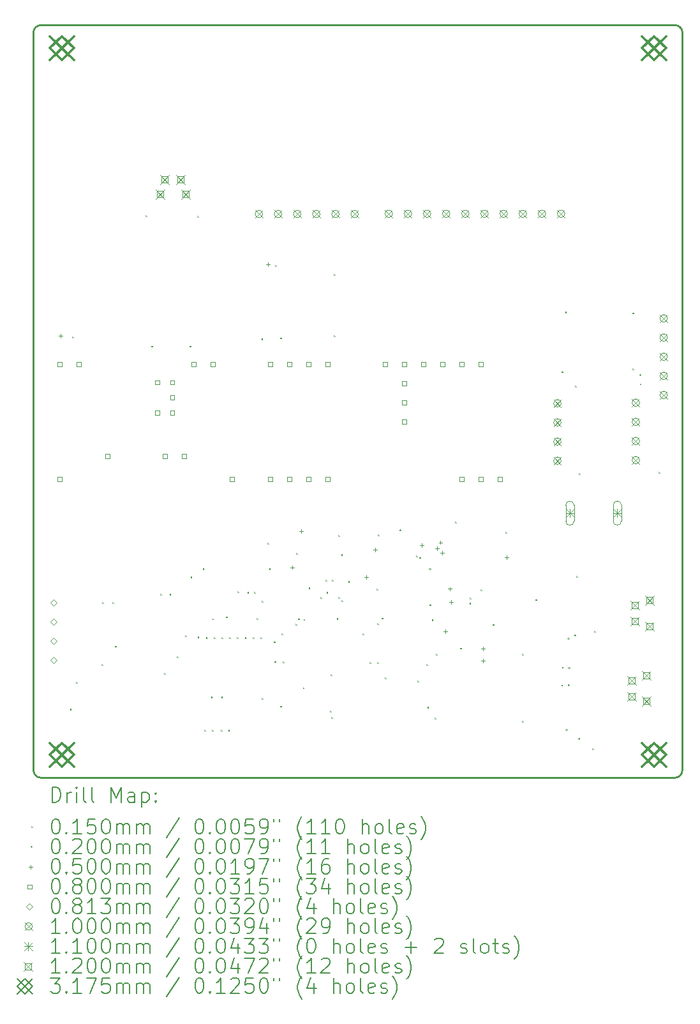
<source format=gbr>
%TF.GenerationSoftware,KiCad,Pcbnew,8.0.7*%
%TF.CreationDate,2025-03-11T01:22:57-04:00*%
%TF.ProjectId,dyno_inst_3,64796e6f-5f69-46e7-9374-5f332e6b6963,rev?*%
%TF.SameCoordinates,Original*%
%TF.FileFunction,Drillmap*%
%TF.FilePolarity,Positive*%
%FSLAX45Y45*%
G04 Gerber Fmt 4.5, Leading zero omitted, Abs format (unit mm)*
G04 Created by KiCad (PCBNEW 8.0.7) date 2025-03-11 01:22:57*
%MOMM*%
%LPD*%
G01*
G04 APERTURE LIST*
%ADD10C,0.250000*%
%ADD11C,0.200000*%
%ADD12C,0.100000*%
%ADD13C,0.110000*%
%ADD14C,0.120000*%
%ADD15C,0.317500*%
G04 APERTURE END LIST*
D10*
X20598100Y-11602200D02*
G75*
G02*
X20498100Y-11702200I-100000J0D01*
G01*
X20498100Y-11702200D02*
X12087500Y-11702200D01*
X11987500Y-11602200D02*
X11987500Y-1820000D01*
X11987500Y-1820000D02*
G75*
G02*
X12087500Y-1720000I100000J0D01*
G01*
X20498100Y-1720000D02*
G75*
G02*
X20598100Y-1820000I0J-100000D01*
G01*
X12087500Y-1720000D02*
X20498100Y-1720000D01*
X20598100Y-1820000D02*
X20598100Y-11602200D01*
X12087500Y-11702200D02*
G75*
G02*
X11987500Y-11602200I0J100000D01*
G01*
D11*
D12*
X12472500Y-10787500D02*
X12487500Y-10802500D01*
X12487500Y-10787500D02*
X12472500Y-10802500D01*
X12502500Y-5852500D02*
X12517500Y-5867500D01*
X12517500Y-5852500D02*
X12502500Y-5867500D01*
X12552500Y-10432500D02*
X12567500Y-10447500D01*
X12567500Y-10432500D02*
X12552500Y-10447500D01*
X12890000Y-10192500D02*
X12905000Y-10207500D01*
X12905000Y-10192500D02*
X12890000Y-10207500D01*
X12902500Y-9372500D02*
X12917500Y-9387500D01*
X12917500Y-9372500D02*
X12902500Y-9387500D01*
X13032500Y-9372500D02*
X13047500Y-9387500D01*
X13047500Y-9372500D02*
X13032500Y-9387500D01*
X13067500Y-9952500D02*
X13082500Y-9967500D01*
X13082500Y-9952500D02*
X13067500Y-9967500D01*
X13472500Y-4242500D02*
X13487500Y-4257500D01*
X13487500Y-4242500D02*
X13472500Y-4257500D01*
X13552500Y-5972500D02*
X13567500Y-5987500D01*
X13567500Y-5972500D02*
X13552500Y-5987500D01*
X13672500Y-9262500D02*
X13687500Y-9277500D01*
X13687500Y-9262500D02*
X13672500Y-9277500D01*
X13722500Y-10310000D02*
X13737500Y-10325000D01*
X13737500Y-10310000D02*
X13722500Y-10325000D01*
X13792500Y-9262500D02*
X13807500Y-9277500D01*
X13807500Y-9262500D02*
X13792500Y-9277500D01*
X13890000Y-10090000D02*
X13905000Y-10105000D01*
X13905000Y-10090000D02*
X13890000Y-10105000D01*
X13997500Y-9810000D02*
X14012500Y-9825000D01*
X14012500Y-9810000D02*
X13997500Y-9825000D01*
X14062500Y-5972500D02*
X14077500Y-5987500D01*
X14077500Y-5972500D02*
X14062500Y-5987500D01*
X14072500Y-9032500D02*
X14087500Y-9047500D01*
X14087500Y-9032500D02*
X14072500Y-9047500D01*
X14162500Y-4252500D02*
X14177500Y-4267500D01*
X14177500Y-4252500D02*
X14162500Y-4267500D01*
X14165000Y-9832500D02*
X14180000Y-9847500D01*
X14180000Y-9832500D02*
X14165000Y-9847500D01*
X14232500Y-8922500D02*
X14247500Y-8937500D01*
X14247500Y-8922500D02*
X14232500Y-8937500D01*
X14252500Y-11062500D02*
X14267500Y-11077500D01*
X14267500Y-11062500D02*
X14252500Y-11077500D01*
X14275000Y-9835000D02*
X14290000Y-9850000D01*
X14290000Y-9835000D02*
X14275000Y-9850000D01*
X14342500Y-10622500D02*
X14357500Y-10637500D01*
X14357500Y-10622500D02*
X14342500Y-10637500D01*
X14352500Y-11062500D02*
X14367500Y-11077500D01*
X14367500Y-11062500D02*
X14352500Y-11077500D01*
X14360000Y-9587500D02*
X14375000Y-9602500D01*
X14375000Y-9587500D02*
X14360000Y-9602500D01*
X14380020Y-9835212D02*
X14395020Y-9850212D01*
X14395020Y-9835212D02*
X14380020Y-9850212D01*
X14472500Y-11062500D02*
X14487500Y-11077500D01*
X14487500Y-11062500D02*
X14472500Y-11077500D01*
X14477500Y-10627500D02*
X14492500Y-10642500D01*
X14492500Y-10627500D02*
X14477500Y-10642500D01*
X14482520Y-9835212D02*
X14497520Y-9850212D01*
X14497520Y-9835212D02*
X14482520Y-9850212D01*
X14540000Y-9562500D02*
X14555000Y-9577500D01*
X14555000Y-9562500D02*
X14540000Y-9577500D01*
X14572500Y-11062500D02*
X14587500Y-11077500D01*
X14587500Y-11062500D02*
X14572500Y-11077500D01*
X14585020Y-9835212D02*
X14600020Y-9850212D01*
X14600020Y-9835212D02*
X14585020Y-9850212D01*
X14685020Y-9835212D02*
X14700020Y-9850212D01*
X14700020Y-9835212D02*
X14685020Y-9850212D01*
X14692500Y-9230000D02*
X14707500Y-9245000D01*
X14707500Y-9230000D02*
X14692500Y-9245000D01*
X14792520Y-9835212D02*
X14807520Y-9850212D01*
X14807520Y-9835212D02*
X14792520Y-9850212D01*
X14825000Y-9235000D02*
X14840000Y-9250000D01*
X14840000Y-9235000D02*
X14825000Y-9250000D01*
X14895020Y-9835212D02*
X14910020Y-9850212D01*
X14910020Y-9835212D02*
X14895020Y-9850212D01*
X14915000Y-9235000D02*
X14930000Y-9250000D01*
X14930000Y-9235000D02*
X14915000Y-9250000D01*
X14947500Y-9585000D02*
X14962500Y-9600000D01*
X14962500Y-9585000D02*
X14947500Y-9600000D01*
X14997520Y-9835212D02*
X15012520Y-9850212D01*
X15012520Y-9835212D02*
X14997520Y-9850212D01*
X15012500Y-5872500D02*
X15027500Y-5887500D01*
X15027500Y-5872500D02*
X15012500Y-5887500D01*
X15017500Y-9352500D02*
X15032500Y-9367500D01*
X15032500Y-9352500D02*
X15017500Y-9367500D01*
X15017500Y-10642500D02*
X15032500Y-10657500D01*
X15032500Y-10642500D02*
X15017500Y-10657500D01*
X15092500Y-8582500D02*
X15107500Y-8597500D01*
X15107500Y-8582500D02*
X15092500Y-8597500D01*
X15112500Y-8922500D02*
X15127500Y-8937500D01*
X15127500Y-8922500D02*
X15112500Y-8937500D01*
X15175000Y-9892500D02*
X15190000Y-9907500D01*
X15190000Y-9892500D02*
X15175000Y-9907500D01*
X15185000Y-10155000D02*
X15200000Y-10170000D01*
X15200000Y-10155000D02*
X15185000Y-10170000D01*
X15192500Y-4902500D02*
X15207500Y-4917500D01*
X15207500Y-4902500D02*
X15192500Y-4917500D01*
X15260000Y-10747500D02*
X15275000Y-10762500D01*
X15275000Y-10747500D02*
X15260000Y-10762500D01*
X15262500Y-5862500D02*
X15277500Y-5877500D01*
X15277500Y-5862500D02*
X15262500Y-5877500D01*
X15280000Y-9787500D02*
X15295000Y-9802500D01*
X15295000Y-9787500D02*
X15280000Y-9802500D01*
X15297500Y-10157500D02*
X15312500Y-10172500D01*
X15312500Y-10157500D02*
X15297500Y-10172500D01*
X15465000Y-9662500D02*
X15480000Y-9677500D01*
X15480000Y-9662500D02*
X15465000Y-9677500D01*
X15472500Y-8722500D02*
X15487500Y-8737500D01*
X15487500Y-8722500D02*
X15472500Y-8737500D01*
X15497500Y-9587500D02*
X15512500Y-9602500D01*
X15512500Y-9587500D02*
X15497500Y-9602500D01*
X15562500Y-10502500D02*
X15577500Y-10517500D01*
X15577500Y-10502500D02*
X15562500Y-10517500D01*
X15570000Y-9597500D02*
X15585000Y-9612500D01*
X15585000Y-9597500D02*
X15570000Y-9612500D01*
X15637500Y-9180000D02*
X15652500Y-9195000D01*
X15652500Y-9180000D02*
X15637500Y-9195000D01*
X15797500Y-9307500D02*
X15812500Y-9322500D01*
X15812500Y-9307500D02*
X15797500Y-9322500D01*
X15862500Y-9075000D02*
X15877500Y-9090000D01*
X15877500Y-9075000D02*
X15862500Y-9090000D01*
X15875000Y-9240000D02*
X15890000Y-9255000D01*
X15890000Y-9240000D02*
X15875000Y-9255000D01*
X15920000Y-10810000D02*
X15935000Y-10825000D01*
X15935000Y-10810000D02*
X15920000Y-10825000D01*
X15927500Y-10327500D02*
X15942500Y-10342500D01*
X15942500Y-10327500D02*
X15927500Y-10342500D01*
X15937500Y-10897500D02*
X15952500Y-10912500D01*
X15952500Y-10897500D02*
X15937500Y-10912500D01*
X15950000Y-9075000D02*
X15965000Y-9090000D01*
X15965000Y-9075000D02*
X15950000Y-9090000D01*
X15972500Y-5022500D02*
X15987500Y-5037500D01*
X15987500Y-5022500D02*
X15972500Y-5037500D01*
X15972500Y-5832500D02*
X15987500Y-5847500D01*
X15987500Y-5832500D02*
X15972500Y-5847500D01*
X16010000Y-9582500D02*
X16025000Y-9597500D01*
X16025000Y-9582500D02*
X16010000Y-9597500D01*
X16032500Y-8482500D02*
X16047500Y-8497500D01*
X16047500Y-8482500D02*
X16032500Y-8497500D01*
X16032500Y-9302500D02*
X16047500Y-9317500D01*
X16047500Y-9302500D02*
X16032500Y-9317500D01*
X16070000Y-8737500D02*
X16085000Y-8752500D01*
X16085000Y-8737500D02*
X16070000Y-8752500D01*
X16075000Y-9347500D02*
X16090000Y-9362500D01*
X16090000Y-9347500D02*
X16075000Y-9362500D01*
X16162500Y-9092500D02*
X16177500Y-9107500D01*
X16177500Y-9092500D02*
X16162500Y-9107500D01*
X16355000Y-9787500D02*
X16370000Y-9802500D01*
X16370000Y-9787500D02*
X16355000Y-9802500D01*
X16447500Y-10167500D02*
X16462500Y-10182500D01*
X16462500Y-10167500D02*
X16447500Y-10182500D01*
X16542500Y-9192500D02*
X16557500Y-9207500D01*
X16557500Y-9192500D02*
X16542500Y-9207500D01*
X16547500Y-9652500D02*
X16562500Y-9667500D01*
X16562500Y-9652500D02*
X16547500Y-9667500D01*
X16547500Y-10167500D02*
X16562500Y-10182500D01*
X16562500Y-10167500D02*
X16547500Y-10182500D01*
X16560000Y-8475000D02*
X16575000Y-8490000D01*
X16575000Y-8475000D02*
X16560000Y-8490000D01*
X16605000Y-9580000D02*
X16620000Y-9595000D01*
X16620000Y-9580000D02*
X16605000Y-9595000D01*
X16652500Y-10372500D02*
X16667500Y-10387500D01*
X16667500Y-10372500D02*
X16652500Y-10387500D01*
X17067500Y-8752500D02*
X17082500Y-8767500D01*
X17082500Y-8752500D02*
X17067500Y-8767500D01*
X17085000Y-10415000D02*
X17100000Y-10430000D01*
X17100000Y-10415000D02*
X17085000Y-10430000D01*
X17105000Y-8775000D02*
X17120000Y-8790000D01*
X17120000Y-8775000D02*
X17105000Y-8790000D01*
X17200000Y-10192500D02*
X17215000Y-10207500D01*
X17215000Y-10192500D02*
X17200000Y-10207500D01*
X17212500Y-10762500D02*
X17227500Y-10777500D01*
X17227500Y-10762500D02*
X17212500Y-10777500D01*
X17242500Y-9402500D02*
X17257500Y-9417500D01*
X17257500Y-9402500D02*
X17242500Y-9417500D01*
X17272500Y-9602500D02*
X17287500Y-9617500D01*
X17287500Y-9602500D02*
X17272500Y-9617500D01*
X17312500Y-10907500D02*
X17327500Y-10922500D01*
X17327500Y-10907500D02*
X17312500Y-10922500D01*
X17327500Y-10060000D02*
X17342500Y-10075000D01*
X17342500Y-10060000D02*
X17327500Y-10075000D01*
X17582500Y-8302500D02*
X17597500Y-8317500D01*
X17597500Y-8302500D02*
X17582500Y-8317500D01*
X17647500Y-9977500D02*
X17662500Y-9992500D01*
X17662500Y-9977500D02*
X17647500Y-9992500D01*
X17772500Y-9382500D02*
X17787500Y-9397500D01*
X17787500Y-9382500D02*
X17772500Y-9397500D01*
X17777500Y-9312500D02*
X17792500Y-9327500D01*
X17792500Y-9312500D02*
X17777500Y-9327500D01*
X17917500Y-9200000D02*
X17932500Y-9215000D01*
X17932500Y-9200000D02*
X17917500Y-9215000D01*
X18082500Y-9665000D02*
X18097500Y-9680000D01*
X18097500Y-9665000D02*
X18082500Y-9680000D01*
X18252500Y-8442500D02*
X18267500Y-8457500D01*
X18267500Y-8442500D02*
X18252500Y-8457500D01*
X18467500Y-10945000D02*
X18482500Y-10960000D01*
X18482500Y-10945000D02*
X18467500Y-10960000D01*
X18470000Y-10057500D02*
X18485000Y-10072500D01*
X18485000Y-10057500D02*
X18470000Y-10072500D01*
X18650000Y-9335000D02*
X18665000Y-9350000D01*
X18665000Y-9335000D02*
X18650000Y-9350000D01*
X18992500Y-6312500D02*
X19007500Y-6327500D01*
X19007500Y-6312500D02*
X18992500Y-6327500D01*
X19042500Y-5522500D02*
X19057500Y-5537500D01*
X19057500Y-5522500D02*
X19042500Y-5537500D01*
X19172500Y-6502500D02*
X19187500Y-6517500D01*
X19187500Y-6502500D02*
X19172500Y-6517500D01*
X19192500Y-9022500D02*
X19207500Y-9037500D01*
X19207500Y-9022500D02*
X19192500Y-9037500D01*
X19222500Y-7662500D02*
X19237500Y-7677500D01*
X19237500Y-7662500D02*
X19222500Y-7677500D01*
X19405000Y-11310000D02*
X19420000Y-11325000D01*
X19420000Y-11310000D02*
X19405000Y-11325000D01*
X19427500Y-9752500D02*
X19442500Y-9767500D01*
X19442500Y-9752500D02*
X19427500Y-9767500D01*
X19932500Y-5532500D02*
X19947500Y-5547500D01*
X19947500Y-5532500D02*
X19932500Y-5547500D01*
X19932500Y-6272500D02*
X19947500Y-6287500D01*
X19947500Y-6272500D02*
X19932500Y-6287500D01*
X20032500Y-6472500D02*
X20047500Y-6487500D01*
X20047500Y-6472500D02*
X20032500Y-6487500D01*
X20282500Y-7642500D02*
X20297500Y-7657500D01*
X20297500Y-7642500D02*
X20282500Y-7657500D01*
X16865000Y-8422500D02*
G75*
G02*
X16845000Y-8422500I-10000J0D01*
G01*
X16845000Y-8422500D02*
G75*
G02*
X16865000Y-8422500I10000J0D01*
G01*
X17260000Y-8935500D02*
G75*
G02*
X17240000Y-8935500I-10000J0D01*
G01*
X17240000Y-8935500D02*
G75*
G02*
X17260000Y-8935500I10000J0D01*
G01*
X19012500Y-10480000D02*
G75*
G02*
X18992500Y-10480000I-10000J0D01*
G01*
X18992500Y-10480000D02*
G75*
G02*
X19012500Y-10480000I10000J0D01*
G01*
X19022500Y-10245000D02*
G75*
G02*
X19002500Y-10245000I-10000J0D01*
G01*
X19002500Y-10245000D02*
G75*
G02*
X19022500Y-10245000I10000J0D01*
G01*
X19072500Y-11070000D02*
G75*
G02*
X19052500Y-11070000I-10000J0D01*
G01*
X19052500Y-11070000D02*
G75*
G02*
X19072500Y-11070000I10000J0D01*
G01*
X19097500Y-9857500D02*
G75*
G02*
X19077500Y-9857500I-10000J0D01*
G01*
X19077500Y-9857500D02*
G75*
G02*
X19097500Y-9857500I10000J0D01*
G01*
X19100000Y-10475000D02*
G75*
G02*
X19080000Y-10475000I-10000J0D01*
G01*
X19080000Y-10475000D02*
G75*
G02*
X19100000Y-10475000I10000J0D01*
G01*
X19105000Y-10247500D02*
G75*
G02*
X19085000Y-10247500I-10000J0D01*
G01*
X19085000Y-10247500D02*
G75*
G02*
X19105000Y-10247500I10000J0D01*
G01*
X19185000Y-9812500D02*
G75*
G02*
X19165000Y-9812500I-10000J0D01*
G01*
X19165000Y-9812500D02*
G75*
G02*
X19185000Y-9812500I10000J0D01*
G01*
X19240000Y-11185000D02*
G75*
G02*
X19220000Y-11185000I-10000J0D01*
G01*
X19220000Y-11185000D02*
G75*
G02*
X19240000Y-11185000I10000J0D01*
G01*
X20050000Y-6360000D02*
G75*
G02*
X20030000Y-6360000I-10000J0D01*
G01*
X20030000Y-6360000D02*
G75*
G02*
X20050000Y-6360000I10000J0D01*
G01*
X12350000Y-5815000D02*
X12350000Y-5865000D01*
X12325000Y-5840000D02*
X12375000Y-5840000D01*
X15100000Y-4865000D02*
X15100000Y-4915000D01*
X15075000Y-4890000D02*
X15125000Y-4890000D01*
X15420000Y-8885000D02*
X15420000Y-8935000D01*
X15395000Y-8910000D02*
X15445000Y-8910000D01*
X15540000Y-8405000D02*
X15540000Y-8455000D01*
X15515000Y-8430000D02*
X15565000Y-8430000D01*
X16400000Y-9015000D02*
X16400000Y-9065000D01*
X16375000Y-9040000D02*
X16425000Y-9040000D01*
X16522766Y-8650567D02*
X16522766Y-8700567D01*
X16497766Y-8675567D02*
X16547766Y-8675567D01*
X17137500Y-8595000D02*
X17137500Y-8645000D01*
X17112500Y-8620000D02*
X17162500Y-8620000D01*
X17340000Y-8635000D02*
X17340000Y-8685000D01*
X17315000Y-8660000D02*
X17365000Y-8660000D01*
X17390000Y-8555000D02*
X17390000Y-8605000D01*
X17365000Y-8580000D02*
X17415000Y-8580000D01*
X17410000Y-8695000D02*
X17410000Y-8745000D01*
X17385000Y-8720000D02*
X17435000Y-8720000D01*
X17450000Y-9735000D02*
X17450000Y-9785000D01*
X17425000Y-9760000D02*
X17475000Y-9760000D01*
X17510000Y-9172500D02*
X17510000Y-9222500D01*
X17485000Y-9197500D02*
X17535000Y-9197500D01*
X17530000Y-9345000D02*
X17530000Y-9395000D01*
X17505000Y-9370000D02*
X17555000Y-9370000D01*
X17950000Y-9965000D02*
X17950000Y-10015000D01*
X17925000Y-9990000D02*
X17975000Y-9990000D01*
X17950000Y-10125000D02*
X17950000Y-10175000D01*
X17925000Y-10150000D02*
X17975000Y-10150000D01*
X18270000Y-8755000D02*
X18270000Y-8805000D01*
X18245000Y-8780000D02*
X18295000Y-8780000D01*
X12361284Y-6243284D02*
X12361284Y-6186715D01*
X12304715Y-6186715D01*
X12304715Y-6243284D01*
X12361284Y-6243284D01*
X12361284Y-7767284D02*
X12361284Y-7710715D01*
X12304715Y-7710715D01*
X12304715Y-7767284D01*
X12361284Y-7767284D01*
X12615284Y-6243284D02*
X12615284Y-6186715D01*
X12558715Y-6186715D01*
X12558715Y-6243284D01*
X12615284Y-6243284D01*
X12996284Y-7462284D02*
X12996284Y-7405715D01*
X12939715Y-7405715D01*
X12939715Y-7462284D01*
X12996284Y-7462284D01*
X13658284Y-6488284D02*
X13658284Y-6431715D01*
X13601715Y-6431715D01*
X13601715Y-6488284D01*
X13658284Y-6488284D01*
X13658284Y-6888284D02*
X13658284Y-6831715D01*
X13601715Y-6831715D01*
X13601715Y-6888284D01*
X13658284Y-6888284D01*
X13758284Y-7462284D02*
X13758284Y-7405715D01*
X13701715Y-7405715D01*
X13701715Y-7462284D01*
X13758284Y-7462284D01*
X13858284Y-6488284D02*
X13858284Y-6431715D01*
X13801715Y-6431715D01*
X13801715Y-6488284D01*
X13858284Y-6488284D01*
X13858284Y-6688284D02*
X13858284Y-6631715D01*
X13801715Y-6631715D01*
X13801715Y-6688284D01*
X13858284Y-6688284D01*
X13858284Y-6888284D02*
X13858284Y-6831715D01*
X13801715Y-6831715D01*
X13801715Y-6888284D01*
X13858284Y-6888284D01*
X14012284Y-7462284D02*
X14012284Y-7405715D01*
X13955715Y-7405715D01*
X13955715Y-7462284D01*
X14012284Y-7462284D01*
X14139284Y-6243284D02*
X14139284Y-6186715D01*
X14082715Y-6186715D01*
X14082715Y-6243284D01*
X14139284Y-6243284D01*
X14393284Y-6243284D02*
X14393284Y-6186715D01*
X14336715Y-6186715D01*
X14336715Y-6243284D01*
X14393284Y-6243284D01*
X14647284Y-7767284D02*
X14647284Y-7710715D01*
X14590715Y-7710715D01*
X14590715Y-7767284D01*
X14647284Y-7767284D01*
X15155284Y-6243284D02*
X15155284Y-6186715D01*
X15098715Y-6186715D01*
X15098715Y-6243284D01*
X15155284Y-6243284D01*
X15155284Y-7767284D02*
X15155284Y-7710715D01*
X15098715Y-7710715D01*
X15098715Y-7767284D01*
X15155284Y-7767284D01*
X15409284Y-6243284D02*
X15409284Y-6186715D01*
X15352715Y-6186715D01*
X15352715Y-6243284D01*
X15409284Y-6243284D01*
X15409284Y-7767284D02*
X15409284Y-7710715D01*
X15352715Y-7710715D01*
X15352715Y-7767284D01*
X15409284Y-7767284D01*
X15663284Y-6243284D02*
X15663284Y-6186715D01*
X15606715Y-6186715D01*
X15606715Y-6243284D01*
X15663284Y-6243284D01*
X15663284Y-7767284D02*
X15663284Y-7710715D01*
X15606715Y-7710715D01*
X15606715Y-7767284D01*
X15663284Y-7767284D01*
X15917284Y-6243284D02*
X15917284Y-6186715D01*
X15860715Y-6186715D01*
X15860715Y-6243284D01*
X15917284Y-6243284D01*
X15917284Y-7767284D02*
X15917284Y-7710715D01*
X15860715Y-7710715D01*
X15860715Y-7767284D01*
X15917284Y-7767284D01*
X16679284Y-6243284D02*
X16679284Y-6186715D01*
X16622715Y-6186715D01*
X16622715Y-6243284D01*
X16679284Y-6243284D01*
X16933285Y-6243284D02*
X16933285Y-6186715D01*
X16876716Y-6186715D01*
X16876716Y-6243284D01*
X16933285Y-6243284D01*
X16933285Y-6497284D02*
X16933285Y-6440715D01*
X16876716Y-6440715D01*
X16876716Y-6497284D01*
X16933285Y-6497284D01*
X16933285Y-6751284D02*
X16933285Y-6694715D01*
X16876716Y-6694715D01*
X16876716Y-6751284D01*
X16933285Y-6751284D01*
X16933285Y-7005284D02*
X16933285Y-6948715D01*
X16876716Y-6948715D01*
X16876716Y-7005284D01*
X16933285Y-7005284D01*
X17187285Y-6243284D02*
X17187285Y-6186715D01*
X17130716Y-6186715D01*
X17130716Y-6243284D01*
X17187285Y-6243284D01*
X17441285Y-6243284D02*
X17441285Y-6186715D01*
X17384716Y-6186715D01*
X17384716Y-6243284D01*
X17441285Y-6243284D01*
X17695285Y-6243284D02*
X17695285Y-6186715D01*
X17638716Y-6186715D01*
X17638716Y-6243284D01*
X17695285Y-6243284D01*
X17695285Y-7767284D02*
X17695285Y-7710715D01*
X17638716Y-7710715D01*
X17638716Y-7767284D01*
X17695285Y-7767284D01*
X17949285Y-6243284D02*
X17949285Y-6186715D01*
X17892716Y-6186715D01*
X17892716Y-6243284D01*
X17949285Y-6243284D01*
X17949285Y-7767284D02*
X17949285Y-7710715D01*
X17892716Y-7710715D01*
X17892716Y-7767284D01*
X17949285Y-7767284D01*
X18203285Y-7767284D02*
X18203285Y-7710715D01*
X18146716Y-7710715D01*
X18146716Y-7767284D01*
X18203285Y-7767284D01*
X12257200Y-9421640D02*
X12297840Y-9381000D01*
X12257200Y-9340360D01*
X12216560Y-9381000D01*
X12257200Y-9421640D01*
X12257200Y-9675640D02*
X12297840Y-9635000D01*
X12257200Y-9594360D01*
X12216560Y-9635000D01*
X12257200Y-9675640D01*
X12257200Y-9929640D02*
X12297840Y-9889000D01*
X12257200Y-9848360D01*
X12216560Y-9889000D01*
X12257200Y-9929640D01*
X12257200Y-10183640D02*
X12297840Y-10143000D01*
X12257200Y-10102360D01*
X12216560Y-10143000D01*
X12257200Y-10183640D01*
X14929000Y-4175000D02*
X15029000Y-4275000D01*
X15029000Y-4175000D02*
X14929000Y-4275000D01*
X15029000Y-4225000D02*
G75*
G02*
X14929000Y-4225000I-50000J0D01*
G01*
X14929000Y-4225000D02*
G75*
G02*
X15029000Y-4225000I50000J0D01*
G01*
X15183000Y-4175000D02*
X15283000Y-4275000D01*
X15283000Y-4175000D02*
X15183000Y-4275000D01*
X15283000Y-4225000D02*
G75*
G02*
X15183000Y-4225000I-50000J0D01*
G01*
X15183000Y-4225000D02*
G75*
G02*
X15283000Y-4225000I50000J0D01*
G01*
X15437000Y-4175000D02*
X15537000Y-4275000D01*
X15537000Y-4175000D02*
X15437000Y-4275000D01*
X15537000Y-4225000D02*
G75*
G02*
X15437000Y-4225000I-50000J0D01*
G01*
X15437000Y-4225000D02*
G75*
G02*
X15537000Y-4225000I50000J0D01*
G01*
X15691000Y-4175000D02*
X15791000Y-4275000D01*
X15791000Y-4175000D02*
X15691000Y-4275000D01*
X15791000Y-4225000D02*
G75*
G02*
X15691000Y-4225000I-50000J0D01*
G01*
X15691000Y-4225000D02*
G75*
G02*
X15791000Y-4225000I50000J0D01*
G01*
X15945000Y-4175000D02*
X16045000Y-4275000D01*
X16045000Y-4175000D02*
X15945000Y-4275000D01*
X16045000Y-4225000D02*
G75*
G02*
X15945000Y-4225000I-50000J0D01*
G01*
X15945000Y-4225000D02*
G75*
G02*
X16045000Y-4225000I50000J0D01*
G01*
X16199000Y-4175000D02*
X16299000Y-4275000D01*
X16299000Y-4175000D02*
X16199000Y-4275000D01*
X16299000Y-4225000D02*
G75*
G02*
X16199000Y-4225000I-50000J0D01*
G01*
X16199000Y-4225000D02*
G75*
G02*
X16299000Y-4225000I50000J0D01*
G01*
X16652500Y-4172500D02*
X16752500Y-4272500D01*
X16752500Y-4172500D02*
X16652500Y-4272500D01*
X16752500Y-4222500D02*
G75*
G02*
X16652500Y-4222500I-50000J0D01*
G01*
X16652500Y-4222500D02*
G75*
G02*
X16752500Y-4222500I50000J0D01*
G01*
X16906500Y-4172500D02*
X17006500Y-4272500D01*
X17006500Y-4172500D02*
X16906500Y-4272500D01*
X17006500Y-4222500D02*
G75*
G02*
X16906500Y-4222500I-50000J0D01*
G01*
X16906500Y-4222500D02*
G75*
G02*
X17006500Y-4222500I50000J0D01*
G01*
X17160500Y-4172500D02*
X17260500Y-4272500D01*
X17260500Y-4172500D02*
X17160500Y-4272500D01*
X17260500Y-4222500D02*
G75*
G02*
X17160500Y-4222500I-50000J0D01*
G01*
X17160500Y-4222500D02*
G75*
G02*
X17260500Y-4222500I50000J0D01*
G01*
X17414500Y-4172500D02*
X17514500Y-4272500D01*
X17514500Y-4172500D02*
X17414500Y-4272500D01*
X17514500Y-4222500D02*
G75*
G02*
X17414500Y-4222500I-50000J0D01*
G01*
X17414500Y-4222500D02*
G75*
G02*
X17514500Y-4222500I50000J0D01*
G01*
X17668500Y-4172500D02*
X17768500Y-4272500D01*
X17768500Y-4172500D02*
X17668500Y-4272500D01*
X17768500Y-4222500D02*
G75*
G02*
X17668500Y-4222500I-50000J0D01*
G01*
X17668500Y-4222500D02*
G75*
G02*
X17768500Y-4222500I50000J0D01*
G01*
X17922500Y-4172500D02*
X18022500Y-4272500D01*
X18022500Y-4172500D02*
X17922500Y-4272500D01*
X18022500Y-4222500D02*
G75*
G02*
X17922500Y-4222500I-50000J0D01*
G01*
X17922500Y-4222500D02*
G75*
G02*
X18022500Y-4222500I50000J0D01*
G01*
X18176500Y-4172500D02*
X18276500Y-4272500D01*
X18276500Y-4172500D02*
X18176500Y-4272500D01*
X18276500Y-4222500D02*
G75*
G02*
X18176500Y-4222500I-50000J0D01*
G01*
X18176500Y-4222500D02*
G75*
G02*
X18276500Y-4222500I50000J0D01*
G01*
X18430500Y-4172500D02*
X18530500Y-4272500D01*
X18530500Y-4172500D02*
X18430500Y-4272500D01*
X18530500Y-4222500D02*
G75*
G02*
X18430500Y-4222500I-50000J0D01*
G01*
X18430500Y-4222500D02*
G75*
G02*
X18530500Y-4222500I50000J0D01*
G01*
X18684500Y-4172500D02*
X18784500Y-4272500D01*
X18784500Y-4172500D02*
X18684500Y-4272500D01*
X18784500Y-4222500D02*
G75*
G02*
X18684500Y-4222500I-50000J0D01*
G01*
X18684500Y-4222500D02*
G75*
G02*
X18784500Y-4222500I50000J0D01*
G01*
X18890000Y-6686000D02*
X18990000Y-6786000D01*
X18990000Y-6686000D02*
X18890000Y-6786000D01*
X18990000Y-6736000D02*
G75*
G02*
X18890000Y-6736000I-50000J0D01*
G01*
X18890000Y-6736000D02*
G75*
G02*
X18990000Y-6736000I50000J0D01*
G01*
X18890000Y-6940000D02*
X18990000Y-7040000D01*
X18990000Y-6940000D02*
X18890000Y-7040000D01*
X18990000Y-6990000D02*
G75*
G02*
X18890000Y-6990000I-50000J0D01*
G01*
X18890000Y-6990000D02*
G75*
G02*
X18990000Y-6990000I50000J0D01*
G01*
X18890000Y-7194000D02*
X18990000Y-7294000D01*
X18990000Y-7194000D02*
X18890000Y-7294000D01*
X18990000Y-7244000D02*
G75*
G02*
X18890000Y-7244000I-50000J0D01*
G01*
X18890000Y-7244000D02*
G75*
G02*
X18990000Y-7244000I50000J0D01*
G01*
X18890000Y-7448000D02*
X18990000Y-7548000D01*
X18990000Y-7448000D02*
X18890000Y-7548000D01*
X18990000Y-7498000D02*
G75*
G02*
X18890000Y-7498000I-50000J0D01*
G01*
X18890000Y-7498000D02*
G75*
G02*
X18990000Y-7498000I50000J0D01*
G01*
X18938500Y-4172500D02*
X19038500Y-4272500D01*
X19038500Y-4172500D02*
X18938500Y-4272500D01*
X19038500Y-4222500D02*
G75*
G02*
X18938500Y-4222500I-50000J0D01*
G01*
X18938500Y-4222500D02*
G75*
G02*
X19038500Y-4222500I50000J0D01*
G01*
X19930000Y-6678000D02*
X20030000Y-6778000D01*
X20030000Y-6678000D02*
X19930000Y-6778000D01*
X20030000Y-6728000D02*
G75*
G02*
X19930000Y-6728000I-50000J0D01*
G01*
X19930000Y-6728000D02*
G75*
G02*
X20030000Y-6728000I50000J0D01*
G01*
X19930000Y-6932000D02*
X20030000Y-7032000D01*
X20030000Y-6932000D02*
X19930000Y-7032000D01*
X20030000Y-6982000D02*
G75*
G02*
X19930000Y-6982000I-50000J0D01*
G01*
X19930000Y-6982000D02*
G75*
G02*
X20030000Y-6982000I50000J0D01*
G01*
X19930000Y-7186000D02*
X20030000Y-7286000D01*
X20030000Y-7186000D02*
X19930000Y-7286000D01*
X20030000Y-7236000D02*
G75*
G02*
X19930000Y-7236000I-50000J0D01*
G01*
X19930000Y-7236000D02*
G75*
G02*
X20030000Y-7236000I50000J0D01*
G01*
X19930000Y-7440000D02*
X20030000Y-7540000D01*
X20030000Y-7440000D02*
X19930000Y-7540000D01*
X20030000Y-7490000D02*
G75*
G02*
X19930000Y-7490000I-50000J0D01*
G01*
X19930000Y-7490000D02*
G75*
G02*
X20030000Y-7490000I50000J0D01*
G01*
X20300050Y-5560000D02*
X20400050Y-5660000D01*
X20400050Y-5560000D02*
X20300050Y-5660000D01*
X20400050Y-5610000D02*
G75*
G02*
X20300050Y-5610000I-50000J0D01*
G01*
X20300050Y-5610000D02*
G75*
G02*
X20400050Y-5610000I50000J0D01*
G01*
X20300050Y-5814000D02*
X20400050Y-5914000D01*
X20400050Y-5814000D02*
X20300050Y-5914000D01*
X20400050Y-5864000D02*
G75*
G02*
X20300050Y-5864000I-50000J0D01*
G01*
X20300050Y-5864000D02*
G75*
G02*
X20400050Y-5864000I50000J0D01*
G01*
X20300050Y-6068000D02*
X20400050Y-6168000D01*
X20400050Y-6068000D02*
X20300050Y-6168000D01*
X20400050Y-6118000D02*
G75*
G02*
X20300050Y-6118000I-50000J0D01*
G01*
X20300050Y-6118000D02*
G75*
G02*
X20400050Y-6118000I50000J0D01*
G01*
X20300050Y-6322000D02*
X20400050Y-6422000D01*
X20400050Y-6322000D02*
X20300050Y-6422000D01*
X20400050Y-6372000D02*
G75*
G02*
X20300050Y-6372000I-50000J0D01*
G01*
X20300050Y-6372000D02*
G75*
G02*
X20400050Y-6372000I50000J0D01*
G01*
X20300050Y-6576000D02*
X20400050Y-6676000D01*
X20400050Y-6576000D02*
X20300050Y-6676000D01*
X20400050Y-6626000D02*
G75*
G02*
X20300050Y-6626000I-50000J0D01*
G01*
X20300050Y-6626000D02*
G75*
G02*
X20400050Y-6626000I50000J0D01*
G01*
D13*
X19050000Y-8137500D02*
X19160000Y-8247500D01*
X19160000Y-8137500D02*
X19050000Y-8247500D01*
X19105000Y-8137500D02*
X19105000Y-8247500D01*
X19050000Y-8192500D02*
X19160000Y-8192500D01*
D12*
X19050000Y-8087500D02*
X19050000Y-8297500D01*
X19160000Y-8297500D02*
G75*
G02*
X19050000Y-8297500I-55000J0D01*
G01*
X19160000Y-8297500D02*
X19160000Y-8087500D01*
X19160000Y-8087500D02*
G75*
G03*
X19050000Y-8087500I-55000J0D01*
G01*
D13*
X19680000Y-8137500D02*
X19790000Y-8247500D01*
X19790000Y-8137500D02*
X19680000Y-8247500D01*
X19735000Y-8137500D02*
X19735000Y-8247500D01*
X19680000Y-8192500D02*
X19790000Y-8192500D01*
D12*
X19680000Y-8087500D02*
X19680000Y-8297500D01*
X19790000Y-8297500D02*
G75*
G02*
X19680000Y-8297500I-55000J0D01*
G01*
X19790000Y-8297500D02*
X19790000Y-8087500D01*
X19790000Y-8087500D02*
G75*
G03*
X19680000Y-8087500I-55000J0D01*
G01*
D14*
X13605496Y-3905000D02*
X13725496Y-4025000D01*
X13725496Y-3905000D02*
X13605496Y-4025000D01*
X13707922Y-4007427D02*
X13707922Y-3922573D01*
X13623069Y-3922573D01*
X13623069Y-4007427D01*
X13707922Y-4007427D01*
X13667998Y-3710000D02*
X13787998Y-3830000D01*
X13787998Y-3710000D02*
X13667998Y-3830000D01*
X13770425Y-3812427D02*
X13770425Y-3727573D01*
X13685571Y-3727573D01*
X13685571Y-3812427D01*
X13770425Y-3812427D01*
X13882991Y-3710000D02*
X14002991Y-3830000D01*
X14002991Y-3710000D02*
X13882991Y-3830000D01*
X13985417Y-3812427D02*
X13985417Y-3727573D01*
X13900564Y-3727573D01*
X13900564Y-3812427D01*
X13985417Y-3812427D01*
X13945500Y-3905000D02*
X14065500Y-4025000D01*
X14065500Y-3905000D02*
X13945500Y-4025000D01*
X14047927Y-4007427D02*
X14047927Y-3922573D01*
X13963073Y-3922573D01*
X13963073Y-4007427D01*
X14047927Y-4007427D01*
X19862500Y-10350005D02*
X19982500Y-10470005D01*
X19982500Y-10350005D02*
X19862500Y-10470005D01*
X19964927Y-10452432D02*
X19964927Y-10367578D01*
X19880073Y-10367578D01*
X19880073Y-10452432D01*
X19964927Y-10452432D01*
X19862500Y-10564998D02*
X19982500Y-10684998D01*
X19982500Y-10564998D02*
X19862500Y-10684998D01*
X19964927Y-10667425D02*
X19964927Y-10582571D01*
X19880073Y-10582571D01*
X19880073Y-10667425D01*
X19964927Y-10667425D01*
X19910080Y-9352507D02*
X20030080Y-9472507D01*
X20030080Y-9352507D02*
X19910080Y-9472507D01*
X20012507Y-9454934D02*
X20012507Y-9370080D01*
X19927653Y-9370080D01*
X19927653Y-9454934D01*
X20012507Y-9454934D01*
X19910080Y-9567500D02*
X20030080Y-9687500D01*
X20030080Y-9567500D02*
X19910080Y-9687500D01*
X20012507Y-9669927D02*
X20012507Y-9585073D01*
X19927653Y-9585073D01*
X19927653Y-9669927D01*
X20012507Y-9669927D01*
X20057500Y-10287496D02*
X20177500Y-10407496D01*
X20177500Y-10287496D02*
X20057500Y-10407496D01*
X20159927Y-10389922D02*
X20159927Y-10305069D01*
X20075073Y-10305069D01*
X20075073Y-10389922D01*
X20159927Y-10389922D01*
X20057500Y-10627500D02*
X20177500Y-10747500D01*
X20177500Y-10627500D02*
X20057500Y-10747500D01*
X20159927Y-10729927D02*
X20159927Y-10645073D01*
X20075073Y-10645073D01*
X20075073Y-10729927D01*
X20159927Y-10729927D01*
X20105080Y-9289998D02*
X20225080Y-9409998D01*
X20225080Y-9289998D02*
X20105080Y-9409998D01*
X20207507Y-9392425D02*
X20207507Y-9307571D01*
X20122653Y-9307571D01*
X20122653Y-9392425D01*
X20207507Y-9392425D01*
X20105080Y-9630002D02*
X20225080Y-9750002D01*
X20225080Y-9630002D02*
X20105080Y-9750002D01*
X20207507Y-9732429D02*
X20207507Y-9647575D01*
X20122653Y-9647575D01*
X20122653Y-9732429D01*
X20207507Y-9732429D01*
D15*
X12205940Y-1866050D02*
X12523440Y-2183550D01*
X12523440Y-1866050D02*
X12205940Y-2183550D01*
X12364690Y-2183550D02*
X12523440Y-2024800D01*
X12364690Y-1866050D01*
X12205940Y-2024800D01*
X12364690Y-2183550D01*
X12205940Y-11238650D02*
X12523440Y-11556150D01*
X12523440Y-11238650D02*
X12205940Y-11556150D01*
X12364690Y-11556150D02*
X12523440Y-11397400D01*
X12364690Y-11238650D01*
X12205940Y-11397400D01*
X12364690Y-11556150D01*
X20062160Y-1866050D02*
X20379660Y-2183550D01*
X20379660Y-1866050D02*
X20062160Y-2183550D01*
X20220910Y-2183550D02*
X20379660Y-2024800D01*
X20220910Y-1866050D01*
X20062160Y-2024800D01*
X20220910Y-2183550D01*
X20062160Y-11238650D02*
X20379660Y-11556150D01*
X20379660Y-11238650D02*
X20062160Y-11556150D01*
X20220910Y-11556150D02*
X20379660Y-11397400D01*
X20220910Y-11238650D01*
X20062160Y-11397400D01*
X20220910Y-11556150D01*
D11*
X12235777Y-12026184D02*
X12235777Y-11826184D01*
X12235777Y-11826184D02*
X12283396Y-11826184D01*
X12283396Y-11826184D02*
X12311967Y-11835708D01*
X12311967Y-11835708D02*
X12331015Y-11854755D01*
X12331015Y-11854755D02*
X12340539Y-11873803D01*
X12340539Y-11873803D02*
X12350062Y-11911898D01*
X12350062Y-11911898D02*
X12350062Y-11940469D01*
X12350062Y-11940469D02*
X12340539Y-11978565D01*
X12340539Y-11978565D02*
X12331015Y-11997612D01*
X12331015Y-11997612D02*
X12311967Y-12016660D01*
X12311967Y-12016660D02*
X12283396Y-12026184D01*
X12283396Y-12026184D02*
X12235777Y-12026184D01*
X12435777Y-12026184D02*
X12435777Y-11892850D01*
X12435777Y-11930946D02*
X12445301Y-11911898D01*
X12445301Y-11911898D02*
X12454824Y-11902374D01*
X12454824Y-11902374D02*
X12473872Y-11892850D01*
X12473872Y-11892850D02*
X12492920Y-11892850D01*
X12559586Y-12026184D02*
X12559586Y-11892850D01*
X12559586Y-11826184D02*
X12550062Y-11835708D01*
X12550062Y-11835708D02*
X12559586Y-11845231D01*
X12559586Y-11845231D02*
X12569110Y-11835708D01*
X12569110Y-11835708D02*
X12559586Y-11826184D01*
X12559586Y-11826184D02*
X12559586Y-11845231D01*
X12683396Y-12026184D02*
X12664348Y-12016660D01*
X12664348Y-12016660D02*
X12654824Y-11997612D01*
X12654824Y-11997612D02*
X12654824Y-11826184D01*
X12788158Y-12026184D02*
X12769110Y-12016660D01*
X12769110Y-12016660D02*
X12759586Y-11997612D01*
X12759586Y-11997612D02*
X12759586Y-11826184D01*
X13016729Y-12026184D02*
X13016729Y-11826184D01*
X13016729Y-11826184D02*
X13083396Y-11969041D01*
X13083396Y-11969041D02*
X13150062Y-11826184D01*
X13150062Y-11826184D02*
X13150062Y-12026184D01*
X13331015Y-12026184D02*
X13331015Y-11921422D01*
X13331015Y-11921422D02*
X13321491Y-11902374D01*
X13321491Y-11902374D02*
X13302443Y-11892850D01*
X13302443Y-11892850D02*
X13264348Y-11892850D01*
X13264348Y-11892850D02*
X13245301Y-11902374D01*
X13331015Y-12016660D02*
X13311967Y-12026184D01*
X13311967Y-12026184D02*
X13264348Y-12026184D01*
X13264348Y-12026184D02*
X13245301Y-12016660D01*
X13245301Y-12016660D02*
X13235777Y-11997612D01*
X13235777Y-11997612D02*
X13235777Y-11978565D01*
X13235777Y-11978565D02*
X13245301Y-11959517D01*
X13245301Y-11959517D02*
X13264348Y-11949993D01*
X13264348Y-11949993D02*
X13311967Y-11949993D01*
X13311967Y-11949993D02*
X13331015Y-11940469D01*
X13426253Y-11892850D02*
X13426253Y-12092850D01*
X13426253Y-11902374D02*
X13445301Y-11892850D01*
X13445301Y-11892850D02*
X13483396Y-11892850D01*
X13483396Y-11892850D02*
X13502443Y-11902374D01*
X13502443Y-11902374D02*
X13511967Y-11911898D01*
X13511967Y-11911898D02*
X13521491Y-11930946D01*
X13521491Y-11930946D02*
X13521491Y-11988088D01*
X13521491Y-11988088D02*
X13511967Y-12007136D01*
X13511967Y-12007136D02*
X13502443Y-12016660D01*
X13502443Y-12016660D02*
X13483396Y-12026184D01*
X13483396Y-12026184D02*
X13445301Y-12026184D01*
X13445301Y-12026184D02*
X13426253Y-12016660D01*
X13607205Y-12007136D02*
X13616729Y-12016660D01*
X13616729Y-12016660D02*
X13607205Y-12026184D01*
X13607205Y-12026184D02*
X13597682Y-12016660D01*
X13597682Y-12016660D02*
X13607205Y-12007136D01*
X13607205Y-12007136D02*
X13607205Y-12026184D01*
X13607205Y-11902374D02*
X13616729Y-11911898D01*
X13616729Y-11911898D02*
X13607205Y-11921422D01*
X13607205Y-11921422D02*
X13597682Y-11911898D01*
X13597682Y-11911898D02*
X13607205Y-11902374D01*
X13607205Y-11902374D02*
X13607205Y-11921422D01*
D12*
X11960000Y-12347200D02*
X11975000Y-12362200D01*
X11975000Y-12347200D02*
X11960000Y-12362200D01*
D11*
X12273872Y-12246184D02*
X12292920Y-12246184D01*
X12292920Y-12246184D02*
X12311967Y-12255708D01*
X12311967Y-12255708D02*
X12321491Y-12265231D01*
X12321491Y-12265231D02*
X12331015Y-12284279D01*
X12331015Y-12284279D02*
X12340539Y-12322374D01*
X12340539Y-12322374D02*
X12340539Y-12369993D01*
X12340539Y-12369993D02*
X12331015Y-12408088D01*
X12331015Y-12408088D02*
X12321491Y-12427136D01*
X12321491Y-12427136D02*
X12311967Y-12436660D01*
X12311967Y-12436660D02*
X12292920Y-12446184D01*
X12292920Y-12446184D02*
X12273872Y-12446184D01*
X12273872Y-12446184D02*
X12254824Y-12436660D01*
X12254824Y-12436660D02*
X12245301Y-12427136D01*
X12245301Y-12427136D02*
X12235777Y-12408088D01*
X12235777Y-12408088D02*
X12226253Y-12369993D01*
X12226253Y-12369993D02*
X12226253Y-12322374D01*
X12226253Y-12322374D02*
X12235777Y-12284279D01*
X12235777Y-12284279D02*
X12245301Y-12265231D01*
X12245301Y-12265231D02*
X12254824Y-12255708D01*
X12254824Y-12255708D02*
X12273872Y-12246184D01*
X12426253Y-12427136D02*
X12435777Y-12436660D01*
X12435777Y-12436660D02*
X12426253Y-12446184D01*
X12426253Y-12446184D02*
X12416729Y-12436660D01*
X12416729Y-12436660D02*
X12426253Y-12427136D01*
X12426253Y-12427136D02*
X12426253Y-12446184D01*
X12626253Y-12446184D02*
X12511967Y-12446184D01*
X12569110Y-12446184D02*
X12569110Y-12246184D01*
X12569110Y-12246184D02*
X12550062Y-12274755D01*
X12550062Y-12274755D02*
X12531015Y-12293803D01*
X12531015Y-12293803D02*
X12511967Y-12303327D01*
X12807205Y-12246184D02*
X12711967Y-12246184D01*
X12711967Y-12246184D02*
X12702443Y-12341422D01*
X12702443Y-12341422D02*
X12711967Y-12331898D01*
X12711967Y-12331898D02*
X12731015Y-12322374D01*
X12731015Y-12322374D02*
X12778634Y-12322374D01*
X12778634Y-12322374D02*
X12797682Y-12331898D01*
X12797682Y-12331898D02*
X12807205Y-12341422D01*
X12807205Y-12341422D02*
X12816729Y-12360469D01*
X12816729Y-12360469D02*
X12816729Y-12408088D01*
X12816729Y-12408088D02*
X12807205Y-12427136D01*
X12807205Y-12427136D02*
X12797682Y-12436660D01*
X12797682Y-12436660D02*
X12778634Y-12446184D01*
X12778634Y-12446184D02*
X12731015Y-12446184D01*
X12731015Y-12446184D02*
X12711967Y-12436660D01*
X12711967Y-12436660D02*
X12702443Y-12427136D01*
X12940539Y-12246184D02*
X12959586Y-12246184D01*
X12959586Y-12246184D02*
X12978634Y-12255708D01*
X12978634Y-12255708D02*
X12988158Y-12265231D01*
X12988158Y-12265231D02*
X12997682Y-12284279D01*
X12997682Y-12284279D02*
X13007205Y-12322374D01*
X13007205Y-12322374D02*
X13007205Y-12369993D01*
X13007205Y-12369993D02*
X12997682Y-12408088D01*
X12997682Y-12408088D02*
X12988158Y-12427136D01*
X12988158Y-12427136D02*
X12978634Y-12436660D01*
X12978634Y-12436660D02*
X12959586Y-12446184D01*
X12959586Y-12446184D02*
X12940539Y-12446184D01*
X12940539Y-12446184D02*
X12921491Y-12436660D01*
X12921491Y-12436660D02*
X12911967Y-12427136D01*
X12911967Y-12427136D02*
X12902443Y-12408088D01*
X12902443Y-12408088D02*
X12892920Y-12369993D01*
X12892920Y-12369993D02*
X12892920Y-12322374D01*
X12892920Y-12322374D02*
X12902443Y-12284279D01*
X12902443Y-12284279D02*
X12911967Y-12265231D01*
X12911967Y-12265231D02*
X12921491Y-12255708D01*
X12921491Y-12255708D02*
X12940539Y-12246184D01*
X13092920Y-12446184D02*
X13092920Y-12312850D01*
X13092920Y-12331898D02*
X13102443Y-12322374D01*
X13102443Y-12322374D02*
X13121491Y-12312850D01*
X13121491Y-12312850D02*
X13150063Y-12312850D01*
X13150063Y-12312850D02*
X13169110Y-12322374D01*
X13169110Y-12322374D02*
X13178634Y-12341422D01*
X13178634Y-12341422D02*
X13178634Y-12446184D01*
X13178634Y-12341422D02*
X13188158Y-12322374D01*
X13188158Y-12322374D02*
X13207205Y-12312850D01*
X13207205Y-12312850D02*
X13235777Y-12312850D01*
X13235777Y-12312850D02*
X13254824Y-12322374D01*
X13254824Y-12322374D02*
X13264348Y-12341422D01*
X13264348Y-12341422D02*
X13264348Y-12446184D01*
X13359586Y-12446184D02*
X13359586Y-12312850D01*
X13359586Y-12331898D02*
X13369110Y-12322374D01*
X13369110Y-12322374D02*
X13388158Y-12312850D01*
X13388158Y-12312850D02*
X13416729Y-12312850D01*
X13416729Y-12312850D02*
X13435777Y-12322374D01*
X13435777Y-12322374D02*
X13445301Y-12341422D01*
X13445301Y-12341422D02*
X13445301Y-12446184D01*
X13445301Y-12341422D02*
X13454824Y-12322374D01*
X13454824Y-12322374D02*
X13473872Y-12312850D01*
X13473872Y-12312850D02*
X13502443Y-12312850D01*
X13502443Y-12312850D02*
X13521491Y-12322374D01*
X13521491Y-12322374D02*
X13531015Y-12341422D01*
X13531015Y-12341422D02*
X13531015Y-12446184D01*
X13921491Y-12236660D02*
X13750063Y-12493803D01*
X14178634Y-12246184D02*
X14197682Y-12246184D01*
X14197682Y-12246184D02*
X14216729Y-12255708D01*
X14216729Y-12255708D02*
X14226253Y-12265231D01*
X14226253Y-12265231D02*
X14235777Y-12284279D01*
X14235777Y-12284279D02*
X14245301Y-12322374D01*
X14245301Y-12322374D02*
X14245301Y-12369993D01*
X14245301Y-12369993D02*
X14235777Y-12408088D01*
X14235777Y-12408088D02*
X14226253Y-12427136D01*
X14226253Y-12427136D02*
X14216729Y-12436660D01*
X14216729Y-12436660D02*
X14197682Y-12446184D01*
X14197682Y-12446184D02*
X14178634Y-12446184D01*
X14178634Y-12446184D02*
X14159586Y-12436660D01*
X14159586Y-12436660D02*
X14150063Y-12427136D01*
X14150063Y-12427136D02*
X14140539Y-12408088D01*
X14140539Y-12408088D02*
X14131015Y-12369993D01*
X14131015Y-12369993D02*
X14131015Y-12322374D01*
X14131015Y-12322374D02*
X14140539Y-12284279D01*
X14140539Y-12284279D02*
X14150063Y-12265231D01*
X14150063Y-12265231D02*
X14159586Y-12255708D01*
X14159586Y-12255708D02*
X14178634Y-12246184D01*
X14331015Y-12427136D02*
X14340539Y-12436660D01*
X14340539Y-12436660D02*
X14331015Y-12446184D01*
X14331015Y-12446184D02*
X14321491Y-12436660D01*
X14321491Y-12436660D02*
X14331015Y-12427136D01*
X14331015Y-12427136D02*
X14331015Y-12446184D01*
X14464348Y-12246184D02*
X14483396Y-12246184D01*
X14483396Y-12246184D02*
X14502444Y-12255708D01*
X14502444Y-12255708D02*
X14511967Y-12265231D01*
X14511967Y-12265231D02*
X14521491Y-12284279D01*
X14521491Y-12284279D02*
X14531015Y-12322374D01*
X14531015Y-12322374D02*
X14531015Y-12369993D01*
X14531015Y-12369993D02*
X14521491Y-12408088D01*
X14521491Y-12408088D02*
X14511967Y-12427136D01*
X14511967Y-12427136D02*
X14502444Y-12436660D01*
X14502444Y-12436660D02*
X14483396Y-12446184D01*
X14483396Y-12446184D02*
X14464348Y-12446184D01*
X14464348Y-12446184D02*
X14445301Y-12436660D01*
X14445301Y-12436660D02*
X14435777Y-12427136D01*
X14435777Y-12427136D02*
X14426253Y-12408088D01*
X14426253Y-12408088D02*
X14416729Y-12369993D01*
X14416729Y-12369993D02*
X14416729Y-12322374D01*
X14416729Y-12322374D02*
X14426253Y-12284279D01*
X14426253Y-12284279D02*
X14435777Y-12265231D01*
X14435777Y-12265231D02*
X14445301Y-12255708D01*
X14445301Y-12255708D02*
X14464348Y-12246184D01*
X14654825Y-12246184D02*
X14673872Y-12246184D01*
X14673872Y-12246184D02*
X14692920Y-12255708D01*
X14692920Y-12255708D02*
X14702444Y-12265231D01*
X14702444Y-12265231D02*
X14711967Y-12284279D01*
X14711967Y-12284279D02*
X14721491Y-12322374D01*
X14721491Y-12322374D02*
X14721491Y-12369993D01*
X14721491Y-12369993D02*
X14711967Y-12408088D01*
X14711967Y-12408088D02*
X14702444Y-12427136D01*
X14702444Y-12427136D02*
X14692920Y-12436660D01*
X14692920Y-12436660D02*
X14673872Y-12446184D01*
X14673872Y-12446184D02*
X14654825Y-12446184D01*
X14654825Y-12446184D02*
X14635777Y-12436660D01*
X14635777Y-12436660D02*
X14626253Y-12427136D01*
X14626253Y-12427136D02*
X14616729Y-12408088D01*
X14616729Y-12408088D02*
X14607206Y-12369993D01*
X14607206Y-12369993D02*
X14607206Y-12322374D01*
X14607206Y-12322374D02*
X14616729Y-12284279D01*
X14616729Y-12284279D02*
X14626253Y-12265231D01*
X14626253Y-12265231D02*
X14635777Y-12255708D01*
X14635777Y-12255708D02*
X14654825Y-12246184D01*
X14902444Y-12246184D02*
X14807206Y-12246184D01*
X14807206Y-12246184D02*
X14797682Y-12341422D01*
X14797682Y-12341422D02*
X14807206Y-12331898D01*
X14807206Y-12331898D02*
X14826253Y-12322374D01*
X14826253Y-12322374D02*
X14873872Y-12322374D01*
X14873872Y-12322374D02*
X14892920Y-12331898D01*
X14892920Y-12331898D02*
X14902444Y-12341422D01*
X14902444Y-12341422D02*
X14911967Y-12360469D01*
X14911967Y-12360469D02*
X14911967Y-12408088D01*
X14911967Y-12408088D02*
X14902444Y-12427136D01*
X14902444Y-12427136D02*
X14892920Y-12436660D01*
X14892920Y-12436660D02*
X14873872Y-12446184D01*
X14873872Y-12446184D02*
X14826253Y-12446184D01*
X14826253Y-12446184D02*
X14807206Y-12436660D01*
X14807206Y-12436660D02*
X14797682Y-12427136D01*
X15007206Y-12446184D02*
X15045301Y-12446184D01*
X15045301Y-12446184D02*
X15064348Y-12436660D01*
X15064348Y-12436660D02*
X15073872Y-12427136D01*
X15073872Y-12427136D02*
X15092920Y-12398565D01*
X15092920Y-12398565D02*
X15102444Y-12360469D01*
X15102444Y-12360469D02*
X15102444Y-12284279D01*
X15102444Y-12284279D02*
X15092920Y-12265231D01*
X15092920Y-12265231D02*
X15083396Y-12255708D01*
X15083396Y-12255708D02*
X15064348Y-12246184D01*
X15064348Y-12246184D02*
X15026253Y-12246184D01*
X15026253Y-12246184D02*
X15007206Y-12255708D01*
X15007206Y-12255708D02*
X14997682Y-12265231D01*
X14997682Y-12265231D02*
X14988158Y-12284279D01*
X14988158Y-12284279D02*
X14988158Y-12331898D01*
X14988158Y-12331898D02*
X14997682Y-12350946D01*
X14997682Y-12350946D02*
X15007206Y-12360469D01*
X15007206Y-12360469D02*
X15026253Y-12369993D01*
X15026253Y-12369993D02*
X15064348Y-12369993D01*
X15064348Y-12369993D02*
X15083396Y-12360469D01*
X15083396Y-12360469D02*
X15092920Y-12350946D01*
X15092920Y-12350946D02*
X15102444Y-12331898D01*
X15178634Y-12246184D02*
X15178634Y-12284279D01*
X15254825Y-12246184D02*
X15254825Y-12284279D01*
X15550063Y-12522374D02*
X15540539Y-12512850D01*
X15540539Y-12512850D02*
X15521491Y-12484279D01*
X15521491Y-12484279D02*
X15511968Y-12465231D01*
X15511968Y-12465231D02*
X15502444Y-12436660D01*
X15502444Y-12436660D02*
X15492920Y-12389041D01*
X15492920Y-12389041D02*
X15492920Y-12350946D01*
X15492920Y-12350946D02*
X15502444Y-12303327D01*
X15502444Y-12303327D02*
X15511968Y-12274755D01*
X15511968Y-12274755D02*
X15521491Y-12255708D01*
X15521491Y-12255708D02*
X15540539Y-12227136D01*
X15540539Y-12227136D02*
X15550063Y-12217612D01*
X15731015Y-12446184D02*
X15616729Y-12446184D01*
X15673872Y-12446184D02*
X15673872Y-12246184D01*
X15673872Y-12246184D02*
X15654825Y-12274755D01*
X15654825Y-12274755D02*
X15635777Y-12293803D01*
X15635777Y-12293803D02*
X15616729Y-12303327D01*
X15921491Y-12446184D02*
X15807206Y-12446184D01*
X15864348Y-12446184D02*
X15864348Y-12246184D01*
X15864348Y-12246184D02*
X15845301Y-12274755D01*
X15845301Y-12274755D02*
X15826253Y-12293803D01*
X15826253Y-12293803D02*
X15807206Y-12303327D01*
X16045301Y-12246184D02*
X16064349Y-12246184D01*
X16064349Y-12246184D02*
X16083396Y-12255708D01*
X16083396Y-12255708D02*
X16092920Y-12265231D01*
X16092920Y-12265231D02*
X16102444Y-12284279D01*
X16102444Y-12284279D02*
X16111968Y-12322374D01*
X16111968Y-12322374D02*
X16111968Y-12369993D01*
X16111968Y-12369993D02*
X16102444Y-12408088D01*
X16102444Y-12408088D02*
X16092920Y-12427136D01*
X16092920Y-12427136D02*
X16083396Y-12436660D01*
X16083396Y-12436660D02*
X16064349Y-12446184D01*
X16064349Y-12446184D02*
X16045301Y-12446184D01*
X16045301Y-12446184D02*
X16026253Y-12436660D01*
X16026253Y-12436660D02*
X16016729Y-12427136D01*
X16016729Y-12427136D02*
X16007206Y-12408088D01*
X16007206Y-12408088D02*
X15997682Y-12369993D01*
X15997682Y-12369993D02*
X15997682Y-12322374D01*
X15997682Y-12322374D02*
X16007206Y-12284279D01*
X16007206Y-12284279D02*
X16016729Y-12265231D01*
X16016729Y-12265231D02*
X16026253Y-12255708D01*
X16026253Y-12255708D02*
X16045301Y-12246184D01*
X16350063Y-12446184D02*
X16350063Y-12246184D01*
X16435777Y-12446184D02*
X16435777Y-12341422D01*
X16435777Y-12341422D02*
X16426253Y-12322374D01*
X16426253Y-12322374D02*
X16407206Y-12312850D01*
X16407206Y-12312850D02*
X16378634Y-12312850D01*
X16378634Y-12312850D02*
X16359587Y-12322374D01*
X16359587Y-12322374D02*
X16350063Y-12331898D01*
X16559587Y-12446184D02*
X16540539Y-12436660D01*
X16540539Y-12436660D02*
X16531015Y-12427136D01*
X16531015Y-12427136D02*
X16521491Y-12408088D01*
X16521491Y-12408088D02*
X16521491Y-12350946D01*
X16521491Y-12350946D02*
X16531015Y-12331898D01*
X16531015Y-12331898D02*
X16540539Y-12322374D01*
X16540539Y-12322374D02*
X16559587Y-12312850D01*
X16559587Y-12312850D02*
X16588158Y-12312850D01*
X16588158Y-12312850D02*
X16607206Y-12322374D01*
X16607206Y-12322374D02*
X16616730Y-12331898D01*
X16616730Y-12331898D02*
X16626253Y-12350946D01*
X16626253Y-12350946D02*
X16626253Y-12408088D01*
X16626253Y-12408088D02*
X16616730Y-12427136D01*
X16616730Y-12427136D02*
X16607206Y-12436660D01*
X16607206Y-12436660D02*
X16588158Y-12446184D01*
X16588158Y-12446184D02*
X16559587Y-12446184D01*
X16740539Y-12446184D02*
X16721491Y-12436660D01*
X16721491Y-12436660D02*
X16711968Y-12417612D01*
X16711968Y-12417612D02*
X16711968Y-12246184D01*
X16892920Y-12436660D02*
X16873873Y-12446184D01*
X16873873Y-12446184D02*
X16835777Y-12446184D01*
X16835777Y-12446184D02*
X16816730Y-12436660D01*
X16816730Y-12436660D02*
X16807206Y-12417612D01*
X16807206Y-12417612D02*
X16807206Y-12341422D01*
X16807206Y-12341422D02*
X16816730Y-12322374D01*
X16816730Y-12322374D02*
X16835777Y-12312850D01*
X16835777Y-12312850D02*
X16873873Y-12312850D01*
X16873873Y-12312850D02*
X16892920Y-12322374D01*
X16892920Y-12322374D02*
X16902444Y-12341422D01*
X16902444Y-12341422D02*
X16902444Y-12360469D01*
X16902444Y-12360469D02*
X16807206Y-12379517D01*
X16978634Y-12436660D02*
X16997682Y-12446184D01*
X16997682Y-12446184D02*
X17035777Y-12446184D01*
X17035777Y-12446184D02*
X17054825Y-12436660D01*
X17054825Y-12436660D02*
X17064349Y-12417612D01*
X17064349Y-12417612D02*
X17064349Y-12408088D01*
X17064349Y-12408088D02*
X17054825Y-12389041D01*
X17054825Y-12389041D02*
X17035777Y-12379517D01*
X17035777Y-12379517D02*
X17007206Y-12379517D01*
X17007206Y-12379517D02*
X16988158Y-12369993D01*
X16988158Y-12369993D02*
X16978634Y-12350946D01*
X16978634Y-12350946D02*
X16978634Y-12341422D01*
X16978634Y-12341422D02*
X16988158Y-12322374D01*
X16988158Y-12322374D02*
X17007206Y-12312850D01*
X17007206Y-12312850D02*
X17035777Y-12312850D01*
X17035777Y-12312850D02*
X17054825Y-12322374D01*
X17131015Y-12522374D02*
X17140539Y-12512850D01*
X17140539Y-12512850D02*
X17159587Y-12484279D01*
X17159587Y-12484279D02*
X17169111Y-12465231D01*
X17169111Y-12465231D02*
X17178634Y-12436660D01*
X17178634Y-12436660D02*
X17188158Y-12389041D01*
X17188158Y-12389041D02*
X17188158Y-12350946D01*
X17188158Y-12350946D02*
X17178634Y-12303327D01*
X17178634Y-12303327D02*
X17169111Y-12274755D01*
X17169111Y-12274755D02*
X17159587Y-12255708D01*
X17159587Y-12255708D02*
X17140539Y-12227136D01*
X17140539Y-12227136D02*
X17131015Y-12217612D01*
D12*
X11975000Y-12618700D02*
G75*
G02*
X11955000Y-12618700I-10000J0D01*
G01*
X11955000Y-12618700D02*
G75*
G02*
X11975000Y-12618700I10000J0D01*
G01*
D11*
X12273872Y-12510184D02*
X12292920Y-12510184D01*
X12292920Y-12510184D02*
X12311967Y-12519708D01*
X12311967Y-12519708D02*
X12321491Y-12529231D01*
X12321491Y-12529231D02*
X12331015Y-12548279D01*
X12331015Y-12548279D02*
X12340539Y-12586374D01*
X12340539Y-12586374D02*
X12340539Y-12633993D01*
X12340539Y-12633993D02*
X12331015Y-12672088D01*
X12331015Y-12672088D02*
X12321491Y-12691136D01*
X12321491Y-12691136D02*
X12311967Y-12700660D01*
X12311967Y-12700660D02*
X12292920Y-12710184D01*
X12292920Y-12710184D02*
X12273872Y-12710184D01*
X12273872Y-12710184D02*
X12254824Y-12700660D01*
X12254824Y-12700660D02*
X12245301Y-12691136D01*
X12245301Y-12691136D02*
X12235777Y-12672088D01*
X12235777Y-12672088D02*
X12226253Y-12633993D01*
X12226253Y-12633993D02*
X12226253Y-12586374D01*
X12226253Y-12586374D02*
X12235777Y-12548279D01*
X12235777Y-12548279D02*
X12245301Y-12529231D01*
X12245301Y-12529231D02*
X12254824Y-12519708D01*
X12254824Y-12519708D02*
X12273872Y-12510184D01*
X12426253Y-12691136D02*
X12435777Y-12700660D01*
X12435777Y-12700660D02*
X12426253Y-12710184D01*
X12426253Y-12710184D02*
X12416729Y-12700660D01*
X12416729Y-12700660D02*
X12426253Y-12691136D01*
X12426253Y-12691136D02*
X12426253Y-12710184D01*
X12511967Y-12529231D02*
X12521491Y-12519708D01*
X12521491Y-12519708D02*
X12540539Y-12510184D01*
X12540539Y-12510184D02*
X12588158Y-12510184D01*
X12588158Y-12510184D02*
X12607205Y-12519708D01*
X12607205Y-12519708D02*
X12616729Y-12529231D01*
X12616729Y-12529231D02*
X12626253Y-12548279D01*
X12626253Y-12548279D02*
X12626253Y-12567327D01*
X12626253Y-12567327D02*
X12616729Y-12595898D01*
X12616729Y-12595898D02*
X12502443Y-12710184D01*
X12502443Y-12710184D02*
X12626253Y-12710184D01*
X12750062Y-12510184D02*
X12769110Y-12510184D01*
X12769110Y-12510184D02*
X12788158Y-12519708D01*
X12788158Y-12519708D02*
X12797682Y-12529231D01*
X12797682Y-12529231D02*
X12807205Y-12548279D01*
X12807205Y-12548279D02*
X12816729Y-12586374D01*
X12816729Y-12586374D02*
X12816729Y-12633993D01*
X12816729Y-12633993D02*
X12807205Y-12672088D01*
X12807205Y-12672088D02*
X12797682Y-12691136D01*
X12797682Y-12691136D02*
X12788158Y-12700660D01*
X12788158Y-12700660D02*
X12769110Y-12710184D01*
X12769110Y-12710184D02*
X12750062Y-12710184D01*
X12750062Y-12710184D02*
X12731015Y-12700660D01*
X12731015Y-12700660D02*
X12721491Y-12691136D01*
X12721491Y-12691136D02*
X12711967Y-12672088D01*
X12711967Y-12672088D02*
X12702443Y-12633993D01*
X12702443Y-12633993D02*
X12702443Y-12586374D01*
X12702443Y-12586374D02*
X12711967Y-12548279D01*
X12711967Y-12548279D02*
X12721491Y-12529231D01*
X12721491Y-12529231D02*
X12731015Y-12519708D01*
X12731015Y-12519708D02*
X12750062Y-12510184D01*
X12940539Y-12510184D02*
X12959586Y-12510184D01*
X12959586Y-12510184D02*
X12978634Y-12519708D01*
X12978634Y-12519708D02*
X12988158Y-12529231D01*
X12988158Y-12529231D02*
X12997682Y-12548279D01*
X12997682Y-12548279D02*
X13007205Y-12586374D01*
X13007205Y-12586374D02*
X13007205Y-12633993D01*
X13007205Y-12633993D02*
X12997682Y-12672088D01*
X12997682Y-12672088D02*
X12988158Y-12691136D01*
X12988158Y-12691136D02*
X12978634Y-12700660D01*
X12978634Y-12700660D02*
X12959586Y-12710184D01*
X12959586Y-12710184D02*
X12940539Y-12710184D01*
X12940539Y-12710184D02*
X12921491Y-12700660D01*
X12921491Y-12700660D02*
X12911967Y-12691136D01*
X12911967Y-12691136D02*
X12902443Y-12672088D01*
X12902443Y-12672088D02*
X12892920Y-12633993D01*
X12892920Y-12633993D02*
X12892920Y-12586374D01*
X12892920Y-12586374D02*
X12902443Y-12548279D01*
X12902443Y-12548279D02*
X12911967Y-12529231D01*
X12911967Y-12529231D02*
X12921491Y-12519708D01*
X12921491Y-12519708D02*
X12940539Y-12510184D01*
X13092920Y-12710184D02*
X13092920Y-12576850D01*
X13092920Y-12595898D02*
X13102443Y-12586374D01*
X13102443Y-12586374D02*
X13121491Y-12576850D01*
X13121491Y-12576850D02*
X13150063Y-12576850D01*
X13150063Y-12576850D02*
X13169110Y-12586374D01*
X13169110Y-12586374D02*
X13178634Y-12605422D01*
X13178634Y-12605422D02*
X13178634Y-12710184D01*
X13178634Y-12605422D02*
X13188158Y-12586374D01*
X13188158Y-12586374D02*
X13207205Y-12576850D01*
X13207205Y-12576850D02*
X13235777Y-12576850D01*
X13235777Y-12576850D02*
X13254824Y-12586374D01*
X13254824Y-12586374D02*
X13264348Y-12605422D01*
X13264348Y-12605422D02*
X13264348Y-12710184D01*
X13359586Y-12710184D02*
X13359586Y-12576850D01*
X13359586Y-12595898D02*
X13369110Y-12586374D01*
X13369110Y-12586374D02*
X13388158Y-12576850D01*
X13388158Y-12576850D02*
X13416729Y-12576850D01*
X13416729Y-12576850D02*
X13435777Y-12586374D01*
X13435777Y-12586374D02*
X13445301Y-12605422D01*
X13445301Y-12605422D02*
X13445301Y-12710184D01*
X13445301Y-12605422D02*
X13454824Y-12586374D01*
X13454824Y-12586374D02*
X13473872Y-12576850D01*
X13473872Y-12576850D02*
X13502443Y-12576850D01*
X13502443Y-12576850D02*
X13521491Y-12586374D01*
X13521491Y-12586374D02*
X13531015Y-12605422D01*
X13531015Y-12605422D02*
X13531015Y-12710184D01*
X13921491Y-12500660D02*
X13750063Y-12757803D01*
X14178634Y-12510184D02*
X14197682Y-12510184D01*
X14197682Y-12510184D02*
X14216729Y-12519708D01*
X14216729Y-12519708D02*
X14226253Y-12529231D01*
X14226253Y-12529231D02*
X14235777Y-12548279D01*
X14235777Y-12548279D02*
X14245301Y-12586374D01*
X14245301Y-12586374D02*
X14245301Y-12633993D01*
X14245301Y-12633993D02*
X14235777Y-12672088D01*
X14235777Y-12672088D02*
X14226253Y-12691136D01*
X14226253Y-12691136D02*
X14216729Y-12700660D01*
X14216729Y-12700660D02*
X14197682Y-12710184D01*
X14197682Y-12710184D02*
X14178634Y-12710184D01*
X14178634Y-12710184D02*
X14159586Y-12700660D01*
X14159586Y-12700660D02*
X14150063Y-12691136D01*
X14150063Y-12691136D02*
X14140539Y-12672088D01*
X14140539Y-12672088D02*
X14131015Y-12633993D01*
X14131015Y-12633993D02*
X14131015Y-12586374D01*
X14131015Y-12586374D02*
X14140539Y-12548279D01*
X14140539Y-12548279D02*
X14150063Y-12529231D01*
X14150063Y-12529231D02*
X14159586Y-12519708D01*
X14159586Y-12519708D02*
X14178634Y-12510184D01*
X14331015Y-12691136D02*
X14340539Y-12700660D01*
X14340539Y-12700660D02*
X14331015Y-12710184D01*
X14331015Y-12710184D02*
X14321491Y-12700660D01*
X14321491Y-12700660D02*
X14331015Y-12691136D01*
X14331015Y-12691136D02*
X14331015Y-12710184D01*
X14464348Y-12510184D02*
X14483396Y-12510184D01*
X14483396Y-12510184D02*
X14502444Y-12519708D01*
X14502444Y-12519708D02*
X14511967Y-12529231D01*
X14511967Y-12529231D02*
X14521491Y-12548279D01*
X14521491Y-12548279D02*
X14531015Y-12586374D01*
X14531015Y-12586374D02*
X14531015Y-12633993D01*
X14531015Y-12633993D02*
X14521491Y-12672088D01*
X14521491Y-12672088D02*
X14511967Y-12691136D01*
X14511967Y-12691136D02*
X14502444Y-12700660D01*
X14502444Y-12700660D02*
X14483396Y-12710184D01*
X14483396Y-12710184D02*
X14464348Y-12710184D01*
X14464348Y-12710184D02*
X14445301Y-12700660D01*
X14445301Y-12700660D02*
X14435777Y-12691136D01*
X14435777Y-12691136D02*
X14426253Y-12672088D01*
X14426253Y-12672088D02*
X14416729Y-12633993D01*
X14416729Y-12633993D02*
X14416729Y-12586374D01*
X14416729Y-12586374D02*
X14426253Y-12548279D01*
X14426253Y-12548279D02*
X14435777Y-12529231D01*
X14435777Y-12529231D02*
X14445301Y-12519708D01*
X14445301Y-12519708D02*
X14464348Y-12510184D01*
X14654825Y-12510184D02*
X14673872Y-12510184D01*
X14673872Y-12510184D02*
X14692920Y-12519708D01*
X14692920Y-12519708D02*
X14702444Y-12529231D01*
X14702444Y-12529231D02*
X14711967Y-12548279D01*
X14711967Y-12548279D02*
X14721491Y-12586374D01*
X14721491Y-12586374D02*
X14721491Y-12633993D01*
X14721491Y-12633993D02*
X14711967Y-12672088D01*
X14711967Y-12672088D02*
X14702444Y-12691136D01*
X14702444Y-12691136D02*
X14692920Y-12700660D01*
X14692920Y-12700660D02*
X14673872Y-12710184D01*
X14673872Y-12710184D02*
X14654825Y-12710184D01*
X14654825Y-12710184D02*
X14635777Y-12700660D01*
X14635777Y-12700660D02*
X14626253Y-12691136D01*
X14626253Y-12691136D02*
X14616729Y-12672088D01*
X14616729Y-12672088D02*
X14607206Y-12633993D01*
X14607206Y-12633993D02*
X14607206Y-12586374D01*
X14607206Y-12586374D02*
X14616729Y-12548279D01*
X14616729Y-12548279D02*
X14626253Y-12529231D01*
X14626253Y-12529231D02*
X14635777Y-12519708D01*
X14635777Y-12519708D02*
X14654825Y-12510184D01*
X14788158Y-12510184D02*
X14921491Y-12510184D01*
X14921491Y-12510184D02*
X14835777Y-12710184D01*
X15007206Y-12710184D02*
X15045301Y-12710184D01*
X15045301Y-12710184D02*
X15064348Y-12700660D01*
X15064348Y-12700660D02*
X15073872Y-12691136D01*
X15073872Y-12691136D02*
X15092920Y-12662565D01*
X15092920Y-12662565D02*
X15102444Y-12624469D01*
X15102444Y-12624469D02*
X15102444Y-12548279D01*
X15102444Y-12548279D02*
X15092920Y-12529231D01*
X15092920Y-12529231D02*
X15083396Y-12519708D01*
X15083396Y-12519708D02*
X15064348Y-12510184D01*
X15064348Y-12510184D02*
X15026253Y-12510184D01*
X15026253Y-12510184D02*
X15007206Y-12519708D01*
X15007206Y-12519708D02*
X14997682Y-12529231D01*
X14997682Y-12529231D02*
X14988158Y-12548279D01*
X14988158Y-12548279D02*
X14988158Y-12595898D01*
X14988158Y-12595898D02*
X14997682Y-12614946D01*
X14997682Y-12614946D02*
X15007206Y-12624469D01*
X15007206Y-12624469D02*
X15026253Y-12633993D01*
X15026253Y-12633993D02*
X15064348Y-12633993D01*
X15064348Y-12633993D02*
X15083396Y-12624469D01*
X15083396Y-12624469D02*
X15092920Y-12614946D01*
X15092920Y-12614946D02*
X15102444Y-12595898D01*
X15178634Y-12510184D02*
X15178634Y-12548279D01*
X15254825Y-12510184D02*
X15254825Y-12548279D01*
X15550063Y-12786374D02*
X15540539Y-12776850D01*
X15540539Y-12776850D02*
X15521491Y-12748279D01*
X15521491Y-12748279D02*
X15511968Y-12729231D01*
X15511968Y-12729231D02*
X15502444Y-12700660D01*
X15502444Y-12700660D02*
X15492920Y-12653041D01*
X15492920Y-12653041D02*
X15492920Y-12614946D01*
X15492920Y-12614946D02*
X15502444Y-12567327D01*
X15502444Y-12567327D02*
X15511968Y-12538755D01*
X15511968Y-12538755D02*
X15521491Y-12519708D01*
X15521491Y-12519708D02*
X15540539Y-12491136D01*
X15540539Y-12491136D02*
X15550063Y-12481612D01*
X15731015Y-12710184D02*
X15616729Y-12710184D01*
X15673872Y-12710184D02*
X15673872Y-12510184D01*
X15673872Y-12510184D02*
X15654825Y-12538755D01*
X15654825Y-12538755D02*
X15635777Y-12557803D01*
X15635777Y-12557803D02*
X15616729Y-12567327D01*
X15921491Y-12710184D02*
X15807206Y-12710184D01*
X15864348Y-12710184D02*
X15864348Y-12510184D01*
X15864348Y-12510184D02*
X15845301Y-12538755D01*
X15845301Y-12538755D02*
X15826253Y-12557803D01*
X15826253Y-12557803D02*
X15807206Y-12567327D01*
X16159587Y-12710184D02*
X16159587Y-12510184D01*
X16245301Y-12710184D02*
X16245301Y-12605422D01*
X16245301Y-12605422D02*
X16235777Y-12586374D01*
X16235777Y-12586374D02*
X16216730Y-12576850D01*
X16216730Y-12576850D02*
X16188158Y-12576850D01*
X16188158Y-12576850D02*
X16169110Y-12586374D01*
X16169110Y-12586374D02*
X16159587Y-12595898D01*
X16369110Y-12710184D02*
X16350063Y-12700660D01*
X16350063Y-12700660D02*
X16340539Y-12691136D01*
X16340539Y-12691136D02*
X16331015Y-12672088D01*
X16331015Y-12672088D02*
X16331015Y-12614946D01*
X16331015Y-12614946D02*
X16340539Y-12595898D01*
X16340539Y-12595898D02*
X16350063Y-12586374D01*
X16350063Y-12586374D02*
X16369110Y-12576850D01*
X16369110Y-12576850D02*
X16397682Y-12576850D01*
X16397682Y-12576850D02*
X16416730Y-12586374D01*
X16416730Y-12586374D02*
X16426253Y-12595898D01*
X16426253Y-12595898D02*
X16435777Y-12614946D01*
X16435777Y-12614946D02*
X16435777Y-12672088D01*
X16435777Y-12672088D02*
X16426253Y-12691136D01*
X16426253Y-12691136D02*
X16416730Y-12700660D01*
X16416730Y-12700660D02*
X16397682Y-12710184D01*
X16397682Y-12710184D02*
X16369110Y-12710184D01*
X16550063Y-12710184D02*
X16531015Y-12700660D01*
X16531015Y-12700660D02*
X16521491Y-12681612D01*
X16521491Y-12681612D02*
X16521491Y-12510184D01*
X16702444Y-12700660D02*
X16683396Y-12710184D01*
X16683396Y-12710184D02*
X16645301Y-12710184D01*
X16645301Y-12710184D02*
X16626253Y-12700660D01*
X16626253Y-12700660D02*
X16616730Y-12681612D01*
X16616730Y-12681612D02*
X16616730Y-12605422D01*
X16616730Y-12605422D02*
X16626253Y-12586374D01*
X16626253Y-12586374D02*
X16645301Y-12576850D01*
X16645301Y-12576850D02*
X16683396Y-12576850D01*
X16683396Y-12576850D02*
X16702444Y-12586374D01*
X16702444Y-12586374D02*
X16711968Y-12605422D01*
X16711968Y-12605422D02*
X16711968Y-12624469D01*
X16711968Y-12624469D02*
X16616730Y-12643517D01*
X16788158Y-12700660D02*
X16807206Y-12710184D01*
X16807206Y-12710184D02*
X16845301Y-12710184D01*
X16845301Y-12710184D02*
X16864349Y-12700660D01*
X16864349Y-12700660D02*
X16873873Y-12681612D01*
X16873873Y-12681612D02*
X16873873Y-12672088D01*
X16873873Y-12672088D02*
X16864349Y-12653041D01*
X16864349Y-12653041D02*
X16845301Y-12643517D01*
X16845301Y-12643517D02*
X16816730Y-12643517D01*
X16816730Y-12643517D02*
X16797682Y-12633993D01*
X16797682Y-12633993D02*
X16788158Y-12614946D01*
X16788158Y-12614946D02*
X16788158Y-12605422D01*
X16788158Y-12605422D02*
X16797682Y-12586374D01*
X16797682Y-12586374D02*
X16816730Y-12576850D01*
X16816730Y-12576850D02*
X16845301Y-12576850D01*
X16845301Y-12576850D02*
X16864349Y-12586374D01*
X16940539Y-12786374D02*
X16950063Y-12776850D01*
X16950063Y-12776850D02*
X16969111Y-12748279D01*
X16969111Y-12748279D02*
X16978634Y-12729231D01*
X16978634Y-12729231D02*
X16988158Y-12700660D01*
X16988158Y-12700660D02*
X16997682Y-12653041D01*
X16997682Y-12653041D02*
X16997682Y-12614946D01*
X16997682Y-12614946D02*
X16988158Y-12567327D01*
X16988158Y-12567327D02*
X16978634Y-12538755D01*
X16978634Y-12538755D02*
X16969111Y-12519708D01*
X16969111Y-12519708D02*
X16950063Y-12491136D01*
X16950063Y-12491136D02*
X16940539Y-12481612D01*
D12*
X11950000Y-12857700D02*
X11950000Y-12907700D01*
X11925000Y-12882700D02*
X11975000Y-12882700D01*
D11*
X12273872Y-12774184D02*
X12292920Y-12774184D01*
X12292920Y-12774184D02*
X12311967Y-12783708D01*
X12311967Y-12783708D02*
X12321491Y-12793231D01*
X12321491Y-12793231D02*
X12331015Y-12812279D01*
X12331015Y-12812279D02*
X12340539Y-12850374D01*
X12340539Y-12850374D02*
X12340539Y-12897993D01*
X12340539Y-12897993D02*
X12331015Y-12936088D01*
X12331015Y-12936088D02*
X12321491Y-12955136D01*
X12321491Y-12955136D02*
X12311967Y-12964660D01*
X12311967Y-12964660D02*
X12292920Y-12974184D01*
X12292920Y-12974184D02*
X12273872Y-12974184D01*
X12273872Y-12974184D02*
X12254824Y-12964660D01*
X12254824Y-12964660D02*
X12245301Y-12955136D01*
X12245301Y-12955136D02*
X12235777Y-12936088D01*
X12235777Y-12936088D02*
X12226253Y-12897993D01*
X12226253Y-12897993D02*
X12226253Y-12850374D01*
X12226253Y-12850374D02*
X12235777Y-12812279D01*
X12235777Y-12812279D02*
X12245301Y-12793231D01*
X12245301Y-12793231D02*
X12254824Y-12783708D01*
X12254824Y-12783708D02*
X12273872Y-12774184D01*
X12426253Y-12955136D02*
X12435777Y-12964660D01*
X12435777Y-12964660D02*
X12426253Y-12974184D01*
X12426253Y-12974184D02*
X12416729Y-12964660D01*
X12416729Y-12964660D02*
X12426253Y-12955136D01*
X12426253Y-12955136D02*
X12426253Y-12974184D01*
X12616729Y-12774184D02*
X12521491Y-12774184D01*
X12521491Y-12774184D02*
X12511967Y-12869422D01*
X12511967Y-12869422D02*
X12521491Y-12859898D01*
X12521491Y-12859898D02*
X12540539Y-12850374D01*
X12540539Y-12850374D02*
X12588158Y-12850374D01*
X12588158Y-12850374D02*
X12607205Y-12859898D01*
X12607205Y-12859898D02*
X12616729Y-12869422D01*
X12616729Y-12869422D02*
X12626253Y-12888469D01*
X12626253Y-12888469D02*
X12626253Y-12936088D01*
X12626253Y-12936088D02*
X12616729Y-12955136D01*
X12616729Y-12955136D02*
X12607205Y-12964660D01*
X12607205Y-12964660D02*
X12588158Y-12974184D01*
X12588158Y-12974184D02*
X12540539Y-12974184D01*
X12540539Y-12974184D02*
X12521491Y-12964660D01*
X12521491Y-12964660D02*
X12511967Y-12955136D01*
X12750062Y-12774184D02*
X12769110Y-12774184D01*
X12769110Y-12774184D02*
X12788158Y-12783708D01*
X12788158Y-12783708D02*
X12797682Y-12793231D01*
X12797682Y-12793231D02*
X12807205Y-12812279D01*
X12807205Y-12812279D02*
X12816729Y-12850374D01*
X12816729Y-12850374D02*
X12816729Y-12897993D01*
X12816729Y-12897993D02*
X12807205Y-12936088D01*
X12807205Y-12936088D02*
X12797682Y-12955136D01*
X12797682Y-12955136D02*
X12788158Y-12964660D01*
X12788158Y-12964660D02*
X12769110Y-12974184D01*
X12769110Y-12974184D02*
X12750062Y-12974184D01*
X12750062Y-12974184D02*
X12731015Y-12964660D01*
X12731015Y-12964660D02*
X12721491Y-12955136D01*
X12721491Y-12955136D02*
X12711967Y-12936088D01*
X12711967Y-12936088D02*
X12702443Y-12897993D01*
X12702443Y-12897993D02*
X12702443Y-12850374D01*
X12702443Y-12850374D02*
X12711967Y-12812279D01*
X12711967Y-12812279D02*
X12721491Y-12793231D01*
X12721491Y-12793231D02*
X12731015Y-12783708D01*
X12731015Y-12783708D02*
X12750062Y-12774184D01*
X12940539Y-12774184D02*
X12959586Y-12774184D01*
X12959586Y-12774184D02*
X12978634Y-12783708D01*
X12978634Y-12783708D02*
X12988158Y-12793231D01*
X12988158Y-12793231D02*
X12997682Y-12812279D01*
X12997682Y-12812279D02*
X13007205Y-12850374D01*
X13007205Y-12850374D02*
X13007205Y-12897993D01*
X13007205Y-12897993D02*
X12997682Y-12936088D01*
X12997682Y-12936088D02*
X12988158Y-12955136D01*
X12988158Y-12955136D02*
X12978634Y-12964660D01*
X12978634Y-12964660D02*
X12959586Y-12974184D01*
X12959586Y-12974184D02*
X12940539Y-12974184D01*
X12940539Y-12974184D02*
X12921491Y-12964660D01*
X12921491Y-12964660D02*
X12911967Y-12955136D01*
X12911967Y-12955136D02*
X12902443Y-12936088D01*
X12902443Y-12936088D02*
X12892920Y-12897993D01*
X12892920Y-12897993D02*
X12892920Y-12850374D01*
X12892920Y-12850374D02*
X12902443Y-12812279D01*
X12902443Y-12812279D02*
X12911967Y-12793231D01*
X12911967Y-12793231D02*
X12921491Y-12783708D01*
X12921491Y-12783708D02*
X12940539Y-12774184D01*
X13092920Y-12974184D02*
X13092920Y-12840850D01*
X13092920Y-12859898D02*
X13102443Y-12850374D01*
X13102443Y-12850374D02*
X13121491Y-12840850D01*
X13121491Y-12840850D02*
X13150063Y-12840850D01*
X13150063Y-12840850D02*
X13169110Y-12850374D01*
X13169110Y-12850374D02*
X13178634Y-12869422D01*
X13178634Y-12869422D02*
X13178634Y-12974184D01*
X13178634Y-12869422D02*
X13188158Y-12850374D01*
X13188158Y-12850374D02*
X13207205Y-12840850D01*
X13207205Y-12840850D02*
X13235777Y-12840850D01*
X13235777Y-12840850D02*
X13254824Y-12850374D01*
X13254824Y-12850374D02*
X13264348Y-12869422D01*
X13264348Y-12869422D02*
X13264348Y-12974184D01*
X13359586Y-12974184D02*
X13359586Y-12840850D01*
X13359586Y-12859898D02*
X13369110Y-12850374D01*
X13369110Y-12850374D02*
X13388158Y-12840850D01*
X13388158Y-12840850D02*
X13416729Y-12840850D01*
X13416729Y-12840850D02*
X13435777Y-12850374D01*
X13435777Y-12850374D02*
X13445301Y-12869422D01*
X13445301Y-12869422D02*
X13445301Y-12974184D01*
X13445301Y-12869422D02*
X13454824Y-12850374D01*
X13454824Y-12850374D02*
X13473872Y-12840850D01*
X13473872Y-12840850D02*
X13502443Y-12840850D01*
X13502443Y-12840850D02*
X13521491Y-12850374D01*
X13521491Y-12850374D02*
X13531015Y-12869422D01*
X13531015Y-12869422D02*
X13531015Y-12974184D01*
X13921491Y-12764660D02*
X13750063Y-13021803D01*
X14178634Y-12774184D02*
X14197682Y-12774184D01*
X14197682Y-12774184D02*
X14216729Y-12783708D01*
X14216729Y-12783708D02*
X14226253Y-12793231D01*
X14226253Y-12793231D02*
X14235777Y-12812279D01*
X14235777Y-12812279D02*
X14245301Y-12850374D01*
X14245301Y-12850374D02*
X14245301Y-12897993D01*
X14245301Y-12897993D02*
X14235777Y-12936088D01*
X14235777Y-12936088D02*
X14226253Y-12955136D01*
X14226253Y-12955136D02*
X14216729Y-12964660D01*
X14216729Y-12964660D02*
X14197682Y-12974184D01*
X14197682Y-12974184D02*
X14178634Y-12974184D01*
X14178634Y-12974184D02*
X14159586Y-12964660D01*
X14159586Y-12964660D02*
X14150063Y-12955136D01*
X14150063Y-12955136D02*
X14140539Y-12936088D01*
X14140539Y-12936088D02*
X14131015Y-12897993D01*
X14131015Y-12897993D02*
X14131015Y-12850374D01*
X14131015Y-12850374D02*
X14140539Y-12812279D01*
X14140539Y-12812279D02*
X14150063Y-12793231D01*
X14150063Y-12793231D02*
X14159586Y-12783708D01*
X14159586Y-12783708D02*
X14178634Y-12774184D01*
X14331015Y-12955136D02*
X14340539Y-12964660D01*
X14340539Y-12964660D02*
X14331015Y-12974184D01*
X14331015Y-12974184D02*
X14321491Y-12964660D01*
X14321491Y-12964660D02*
X14331015Y-12955136D01*
X14331015Y-12955136D02*
X14331015Y-12974184D01*
X14464348Y-12774184D02*
X14483396Y-12774184D01*
X14483396Y-12774184D02*
X14502444Y-12783708D01*
X14502444Y-12783708D02*
X14511967Y-12793231D01*
X14511967Y-12793231D02*
X14521491Y-12812279D01*
X14521491Y-12812279D02*
X14531015Y-12850374D01*
X14531015Y-12850374D02*
X14531015Y-12897993D01*
X14531015Y-12897993D02*
X14521491Y-12936088D01*
X14521491Y-12936088D02*
X14511967Y-12955136D01*
X14511967Y-12955136D02*
X14502444Y-12964660D01*
X14502444Y-12964660D02*
X14483396Y-12974184D01*
X14483396Y-12974184D02*
X14464348Y-12974184D01*
X14464348Y-12974184D02*
X14445301Y-12964660D01*
X14445301Y-12964660D02*
X14435777Y-12955136D01*
X14435777Y-12955136D02*
X14426253Y-12936088D01*
X14426253Y-12936088D02*
X14416729Y-12897993D01*
X14416729Y-12897993D02*
X14416729Y-12850374D01*
X14416729Y-12850374D02*
X14426253Y-12812279D01*
X14426253Y-12812279D02*
X14435777Y-12793231D01*
X14435777Y-12793231D02*
X14445301Y-12783708D01*
X14445301Y-12783708D02*
X14464348Y-12774184D01*
X14721491Y-12974184D02*
X14607206Y-12974184D01*
X14664348Y-12974184D02*
X14664348Y-12774184D01*
X14664348Y-12774184D02*
X14645301Y-12802755D01*
X14645301Y-12802755D02*
X14626253Y-12821803D01*
X14626253Y-12821803D02*
X14607206Y-12831327D01*
X14816729Y-12974184D02*
X14854825Y-12974184D01*
X14854825Y-12974184D02*
X14873872Y-12964660D01*
X14873872Y-12964660D02*
X14883396Y-12955136D01*
X14883396Y-12955136D02*
X14902444Y-12926565D01*
X14902444Y-12926565D02*
X14911967Y-12888469D01*
X14911967Y-12888469D02*
X14911967Y-12812279D01*
X14911967Y-12812279D02*
X14902444Y-12793231D01*
X14902444Y-12793231D02*
X14892920Y-12783708D01*
X14892920Y-12783708D02*
X14873872Y-12774184D01*
X14873872Y-12774184D02*
X14835777Y-12774184D01*
X14835777Y-12774184D02*
X14816729Y-12783708D01*
X14816729Y-12783708D02*
X14807206Y-12793231D01*
X14807206Y-12793231D02*
X14797682Y-12812279D01*
X14797682Y-12812279D02*
X14797682Y-12859898D01*
X14797682Y-12859898D02*
X14807206Y-12878946D01*
X14807206Y-12878946D02*
X14816729Y-12888469D01*
X14816729Y-12888469D02*
X14835777Y-12897993D01*
X14835777Y-12897993D02*
X14873872Y-12897993D01*
X14873872Y-12897993D02*
X14892920Y-12888469D01*
X14892920Y-12888469D02*
X14902444Y-12878946D01*
X14902444Y-12878946D02*
X14911967Y-12859898D01*
X14978634Y-12774184D02*
X15111967Y-12774184D01*
X15111967Y-12774184D02*
X15026253Y-12974184D01*
X15178634Y-12774184D02*
X15178634Y-12812279D01*
X15254825Y-12774184D02*
X15254825Y-12812279D01*
X15550063Y-13050374D02*
X15540539Y-13040850D01*
X15540539Y-13040850D02*
X15521491Y-13012279D01*
X15521491Y-13012279D02*
X15511968Y-12993231D01*
X15511968Y-12993231D02*
X15502444Y-12964660D01*
X15502444Y-12964660D02*
X15492920Y-12917041D01*
X15492920Y-12917041D02*
X15492920Y-12878946D01*
X15492920Y-12878946D02*
X15502444Y-12831327D01*
X15502444Y-12831327D02*
X15511968Y-12802755D01*
X15511968Y-12802755D02*
X15521491Y-12783708D01*
X15521491Y-12783708D02*
X15540539Y-12755136D01*
X15540539Y-12755136D02*
X15550063Y-12745612D01*
X15731015Y-12974184D02*
X15616729Y-12974184D01*
X15673872Y-12974184D02*
X15673872Y-12774184D01*
X15673872Y-12774184D02*
X15654825Y-12802755D01*
X15654825Y-12802755D02*
X15635777Y-12821803D01*
X15635777Y-12821803D02*
X15616729Y-12831327D01*
X15902444Y-12774184D02*
X15864348Y-12774184D01*
X15864348Y-12774184D02*
X15845301Y-12783708D01*
X15845301Y-12783708D02*
X15835777Y-12793231D01*
X15835777Y-12793231D02*
X15816729Y-12821803D01*
X15816729Y-12821803D02*
X15807206Y-12859898D01*
X15807206Y-12859898D02*
X15807206Y-12936088D01*
X15807206Y-12936088D02*
X15816729Y-12955136D01*
X15816729Y-12955136D02*
X15826253Y-12964660D01*
X15826253Y-12964660D02*
X15845301Y-12974184D01*
X15845301Y-12974184D02*
X15883396Y-12974184D01*
X15883396Y-12974184D02*
X15902444Y-12964660D01*
X15902444Y-12964660D02*
X15911968Y-12955136D01*
X15911968Y-12955136D02*
X15921491Y-12936088D01*
X15921491Y-12936088D02*
X15921491Y-12888469D01*
X15921491Y-12888469D02*
X15911968Y-12869422D01*
X15911968Y-12869422D02*
X15902444Y-12859898D01*
X15902444Y-12859898D02*
X15883396Y-12850374D01*
X15883396Y-12850374D02*
X15845301Y-12850374D01*
X15845301Y-12850374D02*
X15826253Y-12859898D01*
X15826253Y-12859898D02*
X15816729Y-12869422D01*
X15816729Y-12869422D02*
X15807206Y-12888469D01*
X16159587Y-12974184D02*
X16159587Y-12774184D01*
X16245301Y-12974184D02*
X16245301Y-12869422D01*
X16245301Y-12869422D02*
X16235777Y-12850374D01*
X16235777Y-12850374D02*
X16216730Y-12840850D01*
X16216730Y-12840850D02*
X16188158Y-12840850D01*
X16188158Y-12840850D02*
X16169110Y-12850374D01*
X16169110Y-12850374D02*
X16159587Y-12859898D01*
X16369110Y-12974184D02*
X16350063Y-12964660D01*
X16350063Y-12964660D02*
X16340539Y-12955136D01*
X16340539Y-12955136D02*
X16331015Y-12936088D01*
X16331015Y-12936088D02*
X16331015Y-12878946D01*
X16331015Y-12878946D02*
X16340539Y-12859898D01*
X16340539Y-12859898D02*
X16350063Y-12850374D01*
X16350063Y-12850374D02*
X16369110Y-12840850D01*
X16369110Y-12840850D02*
X16397682Y-12840850D01*
X16397682Y-12840850D02*
X16416730Y-12850374D01*
X16416730Y-12850374D02*
X16426253Y-12859898D01*
X16426253Y-12859898D02*
X16435777Y-12878946D01*
X16435777Y-12878946D02*
X16435777Y-12936088D01*
X16435777Y-12936088D02*
X16426253Y-12955136D01*
X16426253Y-12955136D02*
X16416730Y-12964660D01*
X16416730Y-12964660D02*
X16397682Y-12974184D01*
X16397682Y-12974184D02*
X16369110Y-12974184D01*
X16550063Y-12974184D02*
X16531015Y-12964660D01*
X16531015Y-12964660D02*
X16521491Y-12945612D01*
X16521491Y-12945612D02*
X16521491Y-12774184D01*
X16702444Y-12964660D02*
X16683396Y-12974184D01*
X16683396Y-12974184D02*
X16645301Y-12974184D01*
X16645301Y-12974184D02*
X16626253Y-12964660D01*
X16626253Y-12964660D02*
X16616730Y-12945612D01*
X16616730Y-12945612D02*
X16616730Y-12869422D01*
X16616730Y-12869422D02*
X16626253Y-12850374D01*
X16626253Y-12850374D02*
X16645301Y-12840850D01*
X16645301Y-12840850D02*
X16683396Y-12840850D01*
X16683396Y-12840850D02*
X16702444Y-12850374D01*
X16702444Y-12850374D02*
X16711968Y-12869422D01*
X16711968Y-12869422D02*
X16711968Y-12888469D01*
X16711968Y-12888469D02*
X16616730Y-12907517D01*
X16788158Y-12964660D02*
X16807206Y-12974184D01*
X16807206Y-12974184D02*
X16845301Y-12974184D01*
X16845301Y-12974184D02*
X16864349Y-12964660D01*
X16864349Y-12964660D02*
X16873873Y-12945612D01*
X16873873Y-12945612D02*
X16873873Y-12936088D01*
X16873873Y-12936088D02*
X16864349Y-12917041D01*
X16864349Y-12917041D02*
X16845301Y-12907517D01*
X16845301Y-12907517D02*
X16816730Y-12907517D01*
X16816730Y-12907517D02*
X16797682Y-12897993D01*
X16797682Y-12897993D02*
X16788158Y-12878946D01*
X16788158Y-12878946D02*
X16788158Y-12869422D01*
X16788158Y-12869422D02*
X16797682Y-12850374D01*
X16797682Y-12850374D02*
X16816730Y-12840850D01*
X16816730Y-12840850D02*
X16845301Y-12840850D01*
X16845301Y-12840850D02*
X16864349Y-12850374D01*
X16940539Y-13050374D02*
X16950063Y-13040850D01*
X16950063Y-13040850D02*
X16969111Y-13012279D01*
X16969111Y-13012279D02*
X16978634Y-12993231D01*
X16978634Y-12993231D02*
X16988158Y-12964660D01*
X16988158Y-12964660D02*
X16997682Y-12917041D01*
X16997682Y-12917041D02*
X16997682Y-12878946D01*
X16997682Y-12878946D02*
X16988158Y-12831327D01*
X16988158Y-12831327D02*
X16978634Y-12802755D01*
X16978634Y-12802755D02*
X16969111Y-12783708D01*
X16969111Y-12783708D02*
X16950063Y-12755136D01*
X16950063Y-12755136D02*
X16940539Y-12745612D01*
D12*
X11963284Y-13174984D02*
X11963284Y-13118415D01*
X11906715Y-13118415D01*
X11906715Y-13174984D01*
X11963284Y-13174984D01*
D11*
X12273872Y-13038184D02*
X12292920Y-13038184D01*
X12292920Y-13038184D02*
X12311967Y-13047708D01*
X12311967Y-13047708D02*
X12321491Y-13057231D01*
X12321491Y-13057231D02*
X12331015Y-13076279D01*
X12331015Y-13076279D02*
X12340539Y-13114374D01*
X12340539Y-13114374D02*
X12340539Y-13161993D01*
X12340539Y-13161993D02*
X12331015Y-13200088D01*
X12331015Y-13200088D02*
X12321491Y-13219136D01*
X12321491Y-13219136D02*
X12311967Y-13228660D01*
X12311967Y-13228660D02*
X12292920Y-13238184D01*
X12292920Y-13238184D02*
X12273872Y-13238184D01*
X12273872Y-13238184D02*
X12254824Y-13228660D01*
X12254824Y-13228660D02*
X12245301Y-13219136D01*
X12245301Y-13219136D02*
X12235777Y-13200088D01*
X12235777Y-13200088D02*
X12226253Y-13161993D01*
X12226253Y-13161993D02*
X12226253Y-13114374D01*
X12226253Y-13114374D02*
X12235777Y-13076279D01*
X12235777Y-13076279D02*
X12245301Y-13057231D01*
X12245301Y-13057231D02*
X12254824Y-13047708D01*
X12254824Y-13047708D02*
X12273872Y-13038184D01*
X12426253Y-13219136D02*
X12435777Y-13228660D01*
X12435777Y-13228660D02*
X12426253Y-13238184D01*
X12426253Y-13238184D02*
X12416729Y-13228660D01*
X12416729Y-13228660D02*
X12426253Y-13219136D01*
X12426253Y-13219136D02*
X12426253Y-13238184D01*
X12550062Y-13123898D02*
X12531015Y-13114374D01*
X12531015Y-13114374D02*
X12521491Y-13104850D01*
X12521491Y-13104850D02*
X12511967Y-13085803D01*
X12511967Y-13085803D02*
X12511967Y-13076279D01*
X12511967Y-13076279D02*
X12521491Y-13057231D01*
X12521491Y-13057231D02*
X12531015Y-13047708D01*
X12531015Y-13047708D02*
X12550062Y-13038184D01*
X12550062Y-13038184D02*
X12588158Y-13038184D01*
X12588158Y-13038184D02*
X12607205Y-13047708D01*
X12607205Y-13047708D02*
X12616729Y-13057231D01*
X12616729Y-13057231D02*
X12626253Y-13076279D01*
X12626253Y-13076279D02*
X12626253Y-13085803D01*
X12626253Y-13085803D02*
X12616729Y-13104850D01*
X12616729Y-13104850D02*
X12607205Y-13114374D01*
X12607205Y-13114374D02*
X12588158Y-13123898D01*
X12588158Y-13123898D02*
X12550062Y-13123898D01*
X12550062Y-13123898D02*
X12531015Y-13133422D01*
X12531015Y-13133422D02*
X12521491Y-13142946D01*
X12521491Y-13142946D02*
X12511967Y-13161993D01*
X12511967Y-13161993D02*
X12511967Y-13200088D01*
X12511967Y-13200088D02*
X12521491Y-13219136D01*
X12521491Y-13219136D02*
X12531015Y-13228660D01*
X12531015Y-13228660D02*
X12550062Y-13238184D01*
X12550062Y-13238184D02*
X12588158Y-13238184D01*
X12588158Y-13238184D02*
X12607205Y-13228660D01*
X12607205Y-13228660D02*
X12616729Y-13219136D01*
X12616729Y-13219136D02*
X12626253Y-13200088D01*
X12626253Y-13200088D02*
X12626253Y-13161993D01*
X12626253Y-13161993D02*
X12616729Y-13142946D01*
X12616729Y-13142946D02*
X12607205Y-13133422D01*
X12607205Y-13133422D02*
X12588158Y-13123898D01*
X12750062Y-13038184D02*
X12769110Y-13038184D01*
X12769110Y-13038184D02*
X12788158Y-13047708D01*
X12788158Y-13047708D02*
X12797682Y-13057231D01*
X12797682Y-13057231D02*
X12807205Y-13076279D01*
X12807205Y-13076279D02*
X12816729Y-13114374D01*
X12816729Y-13114374D02*
X12816729Y-13161993D01*
X12816729Y-13161993D02*
X12807205Y-13200088D01*
X12807205Y-13200088D02*
X12797682Y-13219136D01*
X12797682Y-13219136D02*
X12788158Y-13228660D01*
X12788158Y-13228660D02*
X12769110Y-13238184D01*
X12769110Y-13238184D02*
X12750062Y-13238184D01*
X12750062Y-13238184D02*
X12731015Y-13228660D01*
X12731015Y-13228660D02*
X12721491Y-13219136D01*
X12721491Y-13219136D02*
X12711967Y-13200088D01*
X12711967Y-13200088D02*
X12702443Y-13161993D01*
X12702443Y-13161993D02*
X12702443Y-13114374D01*
X12702443Y-13114374D02*
X12711967Y-13076279D01*
X12711967Y-13076279D02*
X12721491Y-13057231D01*
X12721491Y-13057231D02*
X12731015Y-13047708D01*
X12731015Y-13047708D02*
X12750062Y-13038184D01*
X12940539Y-13038184D02*
X12959586Y-13038184D01*
X12959586Y-13038184D02*
X12978634Y-13047708D01*
X12978634Y-13047708D02*
X12988158Y-13057231D01*
X12988158Y-13057231D02*
X12997682Y-13076279D01*
X12997682Y-13076279D02*
X13007205Y-13114374D01*
X13007205Y-13114374D02*
X13007205Y-13161993D01*
X13007205Y-13161993D02*
X12997682Y-13200088D01*
X12997682Y-13200088D02*
X12988158Y-13219136D01*
X12988158Y-13219136D02*
X12978634Y-13228660D01*
X12978634Y-13228660D02*
X12959586Y-13238184D01*
X12959586Y-13238184D02*
X12940539Y-13238184D01*
X12940539Y-13238184D02*
X12921491Y-13228660D01*
X12921491Y-13228660D02*
X12911967Y-13219136D01*
X12911967Y-13219136D02*
X12902443Y-13200088D01*
X12902443Y-13200088D02*
X12892920Y-13161993D01*
X12892920Y-13161993D02*
X12892920Y-13114374D01*
X12892920Y-13114374D02*
X12902443Y-13076279D01*
X12902443Y-13076279D02*
X12911967Y-13057231D01*
X12911967Y-13057231D02*
X12921491Y-13047708D01*
X12921491Y-13047708D02*
X12940539Y-13038184D01*
X13092920Y-13238184D02*
X13092920Y-13104850D01*
X13092920Y-13123898D02*
X13102443Y-13114374D01*
X13102443Y-13114374D02*
X13121491Y-13104850D01*
X13121491Y-13104850D02*
X13150063Y-13104850D01*
X13150063Y-13104850D02*
X13169110Y-13114374D01*
X13169110Y-13114374D02*
X13178634Y-13133422D01*
X13178634Y-13133422D02*
X13178634Y-13238184D01*
X13178634Y-13133422D02*
X13188158Y-13114374D01*
X13188158Y-13114374D02*
X13207205Y-13104850D01*
X13207205Y-13104850D02*
X13235777Y-13104850D01*
X13235777Y-13104850D02*
X13254824Y-13114374D01*
X13254824Y-13114374D02*
X13264348Y-13133422D01*
X13264348Y-13133422D02*
X13264348Y-13238184D01*
X13359586Y-13238184D02*
X13359586Y-13104850D01*
X13359586Y-13123898D02*
X13369110Y-13114374D01*
X13369110Y-13114374D02*
X13388158Y-13104850D01*
X13388158Y-13104850D02*
X13416729Y-13104850D01*
X13416729Y-13104850D02*
X13435777Y-13114374D01*
X13435777Y-13114374D02*
X13445301Y-13133422D01*
X13445301Y-13133422D02*
X13445301Y-13238184D01*
X13445301Y-13133422D02*
X13454824Y-13114374D01*
X13454824Y-13114374D02*
X13473872Y-13104850D01*
X13473872Y-13104850D02*
X13502443Y-13104850D01*
X13502443Y-13104850D02*
X13521491Y-13114374D01*
X13521491Y-13114374D02*
X13531015Y-13133422D01*
X13531015Y-13133422D02*
X13531015Y-13238184D01*
X13921491Y-13028660D02*
X13750063Y-13285803D01*
X14178634Y-13038184D02*
X14197682Y-13038184D01*
X14197682Y-13038184D02*
X14216729Y-13047708D01*
X14216729Y-13047708D02*
X14226253Y-13057231D01*
X14226253Y-13057231D02*
X14235777Y-13076279D01*
X14235777Y-13076279D02*
X14245301Y-13114374D01*
X14245301Y-13114374D02*
X14245301Y-13161993D01*
X14245301Y-13161993D02*
X14235777Y-13200088D01*
X14235777Y-13200088D02*
X14226253Y-13219136D01*
X14226253Y-13219136D02*
X14216729Y-13228660D01*
X14216729Y-13228660D02*
X14197682Y-13238184D01*
X14197682Y-13238184D02*
X14178634Y-13238184D01*
X14178634Y-13238184D02*
X14159586Y-13228660D01*
X14159586Y-13228660D02*
X14150063Y-13219136D01*
X14150063Y-13219136D02*
X14140539Y-13200088D01*
X14140539Y-13200088D02*
X14131015Y-13161993D01*
X14131015Y-13161993D02*
X14131015Y-13114374D01*
X14131015Y-13114374D02*
X14140539Y-13076279D01*
X14140539Y-13076279D02*
X14150063Y-13057231D01*
X14150063Y-13057231D02*
X14159586Y-13047708D01*
X14159586Y-13047708D02*
X14178634Y-13038184D01*
X14331015Y-13219136D02*
X14340539Y-13228660D01*
X14340539Y-13228660D02*
X14331015Y-13238184D01*
X14331015Y-13238184D02*
X14321491Y-13228660D01*
X14321491Y-13228660D02*
X14331015Y-13219136D01*
X14331015Y-13219136D02*
X14331015Y-13238184D01*
X14464348Y-13038184D02*
X14483396Y-13038184D01*
X14483396Y-13038184D02*
X14502444Y-13047708D01*
X14502444Y-13047708D02*
X14511967Y-13057231D01*
X14511967Y-13057231D02*
X14521491Y-13076279D01*
X14521491Y-13076279D02*
X14531015Y-13114374D01*
X14531015Y-13114374D02*
X14531015Y-13161993D01*
X14531015Y-13161993D02*
X14521491Y-13200088D01*
X14521491Y-13200088D02*
X14511967Y-13219136D01*
X14511967Y-13219136D02*
X14502444Y-13228660D01*
X14502444Y-13228660D02*
X14483396Y-13238184D01*
X14483396Y-13238184D02*
X14464348Y-13238184D01*
X14464348Y-13238184D02*
X14445301Y-13228660D01*
X14445301Y-13228660D02*
X14435777Y-13219136D01*
X14435777Y-13219136D02*
X14426253Y-13200088D01*
X14426253Y-13200088D02*
X14416729Y-13161993D01*
X14416729Y-13161993D02*
X14416729Y-13114374D01*
X14416729Y-13114374D02*
X14426253Y-13076279D01*
X14426253Y-13076279D02*
X14435777Y-13057231D01*
X14435777Y-13057231D02*
X14445301Y-13047708D01*
X14445301Y-13047708D02*
X14464348Y-13038184D01*
X14597682Y-13038184D02*
X14721491Y-13038184D01*
X14721491Y-13038184D02*
X14654825Y-13114374D01*
X14654825Y-13114374D02*
X14683396Y-13114374D01*
X14683396Y-13114374D02*
X14702444Y-13123898D01*
X14702444Y-13123898D02*
X14711967Y-13133422D01*
X14711967Y-13133422D02*
X14721491Y-13152469D01*
X14721491Y-13152469D02*
X14721491Y-13200088D01*
X14721491Y-13200088D02*
X14711967Y-13219136D01*
X14711967Y-13219136D02*
X14702444Y-13228660D01*
X14702444Y-13228660D02*
X14683396Y-13238184D01*
X14683396Y-13238184D02*
X14626253Y-13238184D01*
X14626253Y-13238184D02*
X14607206Y-13228660D01*
X14607206Y-13228660D02*
X14597682Y-13219136D01*
X14911967Y-13238184D02*
X14797682Y-13238184D01*
X14854825Y-13238184D02*
X14854825Y-13038184D01*
X14854825Y-13038184D02*
X14835777Y-13066755D01*
X14835777Y-13066755D02*
X14816729Y-13085803D01*
X14816729Y-13085803D02*
X14797682Y-13095327D01*
X15092920Y-13038184D02*
X14997682Y-13038184D01*
X14997682Y-13038184D02*
X14988158Y-13133422D01*
X14988158Y-13133422D02*
X14997682Y-13123898D01*
X14997682Y-13123898D02*
X15016729Y-13114374D01*
X15016729Y-13114374D02*
X15064348Y-13114374D01*
X15064348Y-13114374D02*
X15083396Y-13123898D01*
X15083396Y-13123898D02*
X15092920Y-13133422D01*
X15092920Y-13133422D02*
X15102444Y-13152469D01*
X15102444Y-13152469D02*
X15102444Y-13200088D01*
X15102444Y-13200088D02*
X15092920Y-13219136D01*
X15092920Y-13219136D02*
X15083396Y-13228660D01*
X15083396Y-13228660D02*
X15064348Y-13238184D01*
X15064348Y-13238184D02*
X15016729Y-13238184D01*
X15016729Y-13238184D02*
X14997682Y-13228660D01*
X14997682Y-13228660D02*
X14988158Y-13219136D01*
X15178634Y-13038184D02*
X15178634Y-13076279D01*
X15254825Y-13038184D02*
X15254825Y-13076279D01*
X15550063Y-13314374D02*
X15540539Y-13304850D01*
X15540539Y-13304850D02*
X15521491Y-13276279D01*
X15521491Y-13276279D02*
X15511968Y-13257231D01*
X15511968Y-13257231D02*
X15502444Y-13228660D01*
X15502444Y-13228660D02*
X15492920Y-13181041D01*
X15492920Y-13181041D02*
X15492920Y-13142946D01*
X15492920Y-13142946D02*
X15502444Y-13095327D01*
X15502444Y-13095327D02*
X15511968Y-13066755D01*
X15511968Y-13066755D02*
X15521491Y-13047708D01*
X15521491Y-13047708D02*
X15540539Y-13019136D01*
X15540539Y-13019136D02*
X15550063Y-13009612D01*
X15607206Y-13038184D02*
X15731015Y-13038184D01*
X15731015Y-13038184D02*
X15664348Y-13114374D01*
X15664348Y-13114374D02*
X15692920Y-13114374D01*
X15692920Y-13114374D02*
X15711968Y-13123898D01*
X15711968Y-13123898D02*
X15721491Y-13133422D01*
X15721491Y-13133422D02*
X15731015Y-13152469D01*
X15731015Y-13152469D02*
X15731015Y-13200088D01*
X15731015Y-13200088D02*
X15721491Y-13219136D01*
X15721491Y-13219136D02*
X15711968Y-13228660D01*
X15711968Y-13228660D02*
X15692920Y-13238184D01*
X15692920Y-13238184D02*
X15635777Y-13238184D01*
X15635777Y-13238184D02*
X15616729Y-13228660D01*
X15616729Y-13228660D02*
X15607206Y-13219136D01*
X15902444Y-13104850D02*
X15902444Y-13238184D01*
X15854825Y-13028660D02*
X15807206Y-13171517D01*
X15807206Y-13171517D02*
X15931015Y-13171517D01*
X16159587Y-13238184D02*
X16159587Y-13038184D01*
X16245301Y-13238184D02*
X16245301Y-13133422D01*
X16245301Y-13133422D02*
X16235777Y-13114374D01*
X16235777Y-13114374D02*
X16216730Y-13104850D01*
X16216730Y-13104850D02*
X16188158Y-13104850D01*
X16188158Y-13104850D02*
X16169110Y-13114374D01*
X16169110Y-13114374D02*
X16159587Y-13123898D01*
X16369110Y-13238184D02*
X16350063Y-13228660D01*
X16350063Y-13228660D02*
X16340539Y-13219136D01*
X16340539Y-13219136D02*
X16331015Y-13200088D01*
X16331015Y-13200088D02*
X16331015Y-13142946D01*
X16331015Y-13142946D02*
X16340539Y-13123898D01*
X16340539Y-13123898D02*
X16350063Y-13114374D01*
X16350063Y-13114374D02*
X16369110Y-13104850D01*
X16369110Y-13104850D02*
X16397682Y-13104850D01*
X16397682Y-13104850D02*
X16416730Y-13114374D01*
X16416730Y-13114374D02*
X16426253Y-13123898D01*
X16426253Y-13123898D02*
X16435777Y-13142946D01*
X16435777Y-13142946D02*
X16435777Y-13200088D01*
X16435777Y-13200088D02*
X16426253Y-13219136D01*
X16426253Y-13219136D02*
X16416730Y-13228660D01*
X16416730Y-13228660D02*
X16397682Y-13238184D01*
X16397682Y-13238184D02*
X16369110Y-13238184D01*
X16550063Y-13238184D02*
X16531015Y-13228660D01*
X16531015Y-13228660D02*
X16521491Y-13209612D01*
X16521491Y-13209612D02*
X16521491Y-13038184D01*
X16702444Y-13228660D02*
X16683396Y-13238184D01*
X16683396Y-13238184D02*
X16645301Y-13238184D01*
X16645301Y-13238184D02*
X16626253Y-13228660D01*
X16626253Y-13228660D02*
X16616730Y-13209612D01*
X16616730Y-13209612D02*
X16616730Y-13133422D01*
X16616730Y-13133422D02*
X16626253Y-13114374D01*
X16626253Y-13114374D02*
X16645301Y-13104850D01*
X16645301Y-13104850D02*
X16683396Y-13104850D01*
X16683396Y-13104850D02*
X16702444Y-13114374D01*
X16702444Y-13114374D02*
X16711968Y-13133422D01*
X16711968Y-13133422D02*
X16711968Y-13152469D01*
X16711968Y-13152469D02*
X16616730Y-13171517D01*
X16788158Y-13228660D02*
X16807206Y-13238184D01*
X16807206Y-13238184D02*
X16845301Y-13238184D01*
X16845301Y-13238184D02*
X16864349Y-13228660D01*
X16864349Y-13228660D02*
X16873873Y-13209612D01*
X16873873Y-13209612D02*
X16873873Y-13200088D01*
X16873873Y-13200088D02*
X16864349Y-13181041D01*
X16864349Y-13181041D02*
X16845301Y-13171517D01*
X16845301Y-13171517D02*
X16816730Y-13171517D01*
X16816730Y-13171517D02*
X16797682Y-13161993D01*
X16797682Y-13161993D02*
X16788158Y-13142946D01*
X16788158Y-13142946D02*
X16788158Y-13133422D01*
X16788158Y-13133422D02*
X16797682Y-13114374D01*
X16797682Y-13114374D02*
X16816730Y-13104850D01*
X16816730Y-13104850D02*
X16845301Y-13104850D01*
X16845301Y-13104850D02*
X16864349Y-13114374D01*
X16940539Y-13314374D02*
X16950063Y-13304850D01*
X16950063Y-13304850D02*
X16969111Y-13276279D01*
X16969111Y-13276279D02*
X16978634Y-13257231D01*
X16978634Y-13257231D02*
X16988158Y-13228660D01*
X16988158Y-13228660D02*
X16997682Y-13181041D01*
X16997682Y-13181041D02*
X16997682Y-13142946D01*
X16997682Y-13142946D02*
X16988158Y-13095327D01*
X16988158Y-13095327D02*
X16978634Y-13066755D01*
X16978634Y-13066755D02*
X16969111Y-13047708D01*
X16969111Y-13047708D02*
X16950063Y-13019136D01*
X16950063Y-13019136D02*
X16940539Y-13009612D01*
D12*
X11934360Y-13451340D02*
X11975000Y-13410700D01*
X11934360Y-13370060D01*
X11893720Y-13410700D01*
X11934360Y-13451340D01*
D11*
X12273872Y-13302184D02*
X12292920Y-13302184D01*
X12292920Y-13302184D02*
X12311967Y-13311708D01*
X12311967Y-13311708D02*
X12321491Y-13321231D01*
X12321491Y-13321231D02*
X12331015Y-13340279D01*
X12331015Y-13340279D02*
X12340539Y-13378374D01*
X12340539Y-13378374D02*
X12340539Y-13425993D01*
X12340539Y-13425993D02*
X12331015Y-13464088D01*
X12331015Y-13464088D02*
X12321491Y-13483136D01*
X12321491Y-13483136D02*
X12311967Y-13492660D01*
X12311967Y-13492660D02*
X12292920Y-13502184D01*
X12292920Y-13502184D02*
X12273872Y-13502184D01*
X12273872Y-13502184D02*
X12254824Y-13492660D01*
X12254824Y-13492660D02*
X12245301Y-13483136D01*
X12245301Y-13483136D02*
X12235777Y-13464088D01*
X12235777Y-13464088D02*
X12226253Y-13425993D01*
X12226253Y-13425993D02*
X12226253Y-13378374D01*
X12226253Y-13378374D02*
X12235777Y-13340279D01*
X12235777Y-13340279D02*
X12245301Y-13321231D01*
X12245301Y-13321231D02*
X12254824Y-13311708D01*
X12254824Y-13311708D02*
X12273872Y-13302184D01*
X12426253Y-13483136D02*
X12435777Y-13492660D01*
X12435777Y-13492660D02*
X12426253Y-13502184D01*
X12426253Y-13502184D02*
X12416729Y-13492660D01*
X12416729Y-13492660D02*
X12426253Y-13483136D01*
X12426253Y-13483136D02*
X12426253Y-13502184D01*
X12550062Y-13387898D02*
X12531015Y-13378374D01*
X12531015Y-13378374D02*
X12521491Y-13368850D01*
X12521491Y-13368850D02*
X12511967Y-13349803D01*
X12511967Y-13349803D02*
X12511967Y-13340279D01*
X12511967Y-13340279D02*
X12521491Y-13321231D01*
X12521491Y-13321231D02*
X12531015Y-13311708D01*
X12531015Y-13311708D02*
X12550062Y-13302184D01*
X12550062Y-13302184D02*
X12588158Y-13302184D01*
X12588158Y-13302184D02*
X12607205Y-13311708D01*
X12607205Y-13311708D02*
X12616729Y-13321231D01*
X12616729Y-13321231D02*
X12626253Y-13340279D01*
X12626253Y-13340279D02*
X12626253Y-13349803D01*
X12626253Y-13349803D02*
X12616729Y-13368850D01*
X12616729Y-13368850D02*
X12607205Y-13378374D01*
X12607205Y-13378374D02*
X12588158Y-13387898D01*
X12588158Y-13387898D02*
X12550062Y-13387898D01*
X12550062Y-13387898D02*
X12531015Y-13397422D01*
X12531015Y-13397422D02*
X12521491Y-13406946D01*
X12521491Y-13406946D02*
X12511967Y-13425993D01*
X12511967Y-13425993D02*
X12511967Y-13464088D01*
X12511967Y-13464088D02*
X12521491Y-13483136D01*
X12521491Y-13483136D02*
X12531015Y-13492660D01*
X12531015Y-13492660D02*
X12550062Y-13502184D01*
X12550062Y-13502184D02*
X12588158Y-13502184D01*
X12588158Y-13502184D02*
X12607205Y-13492660D01*
X12607205Y-13492660D02*
X12616729Y-13483136D01*
X12616729Y-13483136D02*
X12626253Y-13464088D01*
X12626253Y-13464088D02*
X12626253Y-13425993D01*
X12626253Y-13425993D02*
X12616729Y-13406946D01*
X12616729Y-13406946D02*
X12607205Y-13397422D01*
X12607205Y-13397422D02*
X12588158Y-13387898D01*
X12816729Y-13502184D02*
X12702443Y-13502184D01*
X12759586Y-13502184D02*
X12759586Y-13302184D01*
X12759586Y-13302184D02*
X12740539Y-13330755D01*
X12740539Y-13330755D02*
X12721491Y-13349803D01*
X12721491Y-13349803D02*
X12702443Y-13359327D01*
X12883396Y-13302184D02*
X13007205Y-13302184D01*
X13007205Y-13302184D02*
X12940539Y-13378374D01*
X12940539Y-13378374D02*
X12969110Y-13378374D01*
X12969110Y-13378374D02*
X12988158Y-13387898D01*
X12988158Y-13387898D02*
X12997682Y-13397422D01*
X12997682Y-13397422D02*
X13007205Y-13416469D01*
X13007205Y-13416469D02*
X13007205Y-13464088D01*
X13007205Y-13464088D02*
X12997682Y-13483136D01*
X12997682Y-13483136D02*
X12988158Y-13492660D01*
X12988158Y-13492660D02*
X12969110Y-13502184D01*
X12969110Y-13502184D02*
X12911967Y-13502184D01*
X12911967Y-13502184D02*
X12892920Y-13492660D01*
X12892920Y-13492660D02*
X12883396Y-13483136D01*
X13092920Y-13502184D02*
X13092920Y-13368850D01*
X13092920Y-13387898D02*
X13102443Y-13378374D01*
X13102443Y-13378374D02*
X13121491Y-13368850D01*
X13121491Y-13368850D02*
X13150063Y-13368850D01*
X13150063Y-13368850D02*
X13169110Y-13378374D01*
X13169110Y-13378374D02*
X13178634Y-13397422D01*
X13178634Y-13397422D02*
X13178634Y-13502184D01*
X13178634Y-13397422D02*
X13188158Y-13378374D01*
X13188158Y-13378374D02*
X13207205Y-13368850D01*
X13207205Y-13368850D02*
X13235777Y-13368850D01*
X13235777Y-13368850D02*
X13254824Y-13378374D01*
X13254824Y-13378374D02*
X13264348Y-13397422D01*
X13264348Y-13397422D02*
X13264348Y-13502184D01*
X13359586Y-13502184D02*
X13359586Y-13368850D01*
X13359586Y-13387898D02*
X13369110Y-13378374D01*
X13369110Y-13378374D02*
X13388158Y-13368850D01*
X13388158Y-13368850D02*
X13416729Y-13368850D01*
X13416729Y-13368850D02*
X13435777Y-13378374D01*
X13435777Y-13378374D02*
X13445301Y-13397422D01*
X13445301Y-13397422D02*
X13445301Y-13502184D01*
X13445301Y-13397422D02*
X13454824Y-13378374D01*
X13454824Y-13378374D02*
X13473872Y-13368850D01*
X13473872Y-13368850D02*
X13502443Y-13368850D01*
X13502443Y-13368850D02*
X13521491Y-13378374D01*
X13521491Y-13378374D02*
X13531015Y-13397422D01*
X13531015Y-13397422D02*
X13531015Y-13502184D01*
X13921491Y-13292660D02*
X13750063Y-13549803D01*
X14178634Y-13302184D02*
X14197682Y-13302184D01*
X14197682Y-13302184D02*
X14216729Y-13311708D01*
X14216729Y-13311708D02*
X14226253Y-13321231D01*
X14226253Y-13321231D02*
X14235777Y-13340279D01*
X14235777Y-13340279D02*
X14245301Y-13378374D01*
X14245301Y-13378374D02*
X14245301Y-13425993D01*
X14245301Y-13425993D02*
X14235777Y-13464088D01*
X14235777Y-13464088D02*
X14226253Y-13483136D01*
X14226253Y-13483136D02*
X14216729Y-13492660D01*
X14216729Y-13492660D02*
X14197682Y-13502184D01*
X14197682Y-13502184D02*
X14178634Y-13502184D01*
X14178634Y-13502184D02*
X14159586Y-13492660D01*
X14159586Y-13492660D02*
X14150063Y-13483136D01*
X14150063Y-13483136D02*
X14140539Y-13464088D01*
X14140539Y-13464088D02*
X14131015Y-13425993D01*
X14131015Y-13425993D02*
X14131015Y-13378374D01*
X14131015Y-13378374D02*
X14140539Y-13340279D01*
X14140539Y-13340279D02*
X14150063Y-13321231D01*
X14150063Y-13321231D02*
X14159586Y-13311708D01*
X14159586Y-13311708D02*
X14178634Y-13302184D01*
X14331015Y-13483136D02*
X14340539Y-13492660D01*
X14340539Y-13492660D02*
X14331015Y-13502184D01*
X14331015Y-13502184D02*
X14321491Y-13492660D01*
X14321491Y-13492660D02*
X14331015Y-13483136D01*
X14331015Y-13483136D02*
X14331015Y-13502184D01*
X14464348Y-13302184D02*
X14483396Y-13302184D01*
X14483396Y-13302184D02*
X14502444Y-13311708D01*
X14502444Y-13311708D02*
X14511967Y-13321231D01*
X14511967Y-13321231D02*
X14521491Y-13340279D01*
X14521491Y-13340279D02*
X14531015Y-13378374D01*
X14531015Y-13378374D02*
X14531015Y-13425993D01*
X14531015Y-13425993D02*
X14521491Y-13464088D01*
X14521491Y-13464088D02*
X14511967Y-13483136D01*
X14511967Y-13483136D02*
X14502444Y-13492660D01*
X14502444Y-13492660D02*
X14483396Y-13502184D01*
X14483396Y-13502184D02*
X14464348Y-13502184D01*
X14464348Y-13502184D02*
X14445301Y-13492660D01*
X14445301Y-13492660D02*
X14435777Y-13483136D01*
X14435777Y-13483136D02*
X14426253Y-13464088D01*
X14426253Y-13464088D02*
X14416729Y-13425993D01*
X14416729Y-13425993D02*
X14416729Y-13378374D01*
X14416729Y-13378374D02*
X14426253Y-13340279D01*
X14426253Y-13340279D02*
X14435777Y-13321231D01*
X14435777Y-13321231D02*
X14445301Y-13311708D01*
X14445301Y-13311708D02*
X14464348Y-13302184D01*
X14597682Y-13302184D02*
X14721491Y-13302184D01*
X14721491Y-13302184D02*
X14654825Y-13378374D01*
X14654825Y-13378374D02*
X14683396Y-13378374D01*
X14683396Y-13378374D02*
X14702444Y-13387898D01*
X14702444Y-13387898D02*
X14711967Y-13397422D01*
X14711967Y-13397422D02*
X14721491Y-13416469D01*
X14721491Y-13416469D02*
X14721491Y-13464088D01*
X14721491Y-13464088D02*
X14711967Y-13483136D01*
X14711967Y-13483136D02*
X14702444Y-13492660D01*
X14702444Y-13492660D02*
X14683396Y-13502184D01*
X14683396Y-13502184D02*
X14626253Y-13502184D01*
X14626253Y-13502184D02*
X14607206Y-13492660D01*
X14607206Y-13492660D02*
X14597682Y-13483136D01*
X14797682Y-13321231D02*
X14807206Y-13311708D01*
X14807206Y-13311708D02*
X14826253Y-13302184D01*
X14826253Y-13302184D02*
X14873872Y-13302184D01*
X14873872Y-13302184D02*
X14892920Y-13311708D01*
X14892920Y-13311708D02*
X14902444Y-13321231D01*
X14902444Y-13321231D02*
X14911967Y-13340279D01*
X14911967Y-13340279D02*
X14911967Y-13359327D01*
X14911967Y-13359327D02*
X14902444Y-13387898D01*
X14902444Y-13387898D02*
X14788158Y-13502184D01*
X14788158Y-13502184D02*
X14911967Y-13502184D01*
X15035777Y-13302184D02*
X15054825Y-13302184D01*
X15054825Y-13302184D02*
X15073872Y-13311708D01*
X15073872Y-13311708D02*
X15083396Y-13321231D01*
X15083396Y-13321231D02*
X15092920Y-13340279D01*
X15092920Y-13340279D02*
X15102444Y-13378374D01*
X15102444Y-13378374D02*
X15102444Y-13425993D01*
X15102444Y-13425993D02*
X15092920Y-13464088D01*
X15092920Y-13464088D02*
X15083396Y-13483136D01*
X15083396Y-13483136D02*
X15073872Y-13492660D01*
X15073872Y-13492660D02*
X15054825Y-13502184D01*
X15054825Y-13502184D02*
X15035777Y-13502184D01*
X15035777Y-13502184D02*
X15016729Y-13492660D01*
X15016729Y-13492660D02*
X15007206Y-13483136D01*
X15007206Y-13483136D02*
X14997682Y-13464088D01*
X14997682Y-13464088D02*
X14988158Y-13425993D01*
X14988158Y-13425993D02*
X14988158Y-13378374D01*
X14988158Y-13378374D02*
X14997682Y-13340279D01*
X14997682Y-13340279D02*
X15007206Y-13321231D01*
X15007206Y-13321231D02*
X15016729Y-13311708D01*
X15016729Y-13311708D02*
X15035777Y-13302184D01*
X15178634Y-13302184D02*
X15178634Y-13340279D01*
X15254825Y-13302184D02*
X15254825Y-13340279D01*
X15550063Y-13578374D02*
X15540539Y-13568850D01*
X15540539Y-13568850D02*
X15521491Y-13540279D01*
X15521491Y-13540279D02*
X15511968Y-13521231D01*
X15511968Y-13521231D02*
X15502444Y-13492660D01*
X15502444Y-13492660D02*
X15492920Y-13445041D01*
X15492920Y-13445041D02*
X15492920Y-13406946D01*
X15492920Y-13406946D02*
X15502444Y-13359327D01*
X15502444Y-13359327D02*
X15511968Y-13330755D01*
X15511968Y-13330755D02*
X15521491Y-13311708D01*
X15521491Y-13311708D02*
X15540539Y-13283136D01*
X15540539Y-13283136D02*
X15550063Y-13273612D01*
X15711968Y-13368850D02*
X15711968Y-13502184D01*
X15664348Y-13292660D02*
X15616729Y-13435517D01*
X15616729Y-13435517D02*
X15740539Y-13435517D01*
X15969110Y-13502184D02*
X15969110Y-13302184D01*
X16054825Y-13502184D02*
X16054825Y-13397422D01*
X16054825Y-13397422D02*
X16045301Y-13378374D01*
X16045301Y-13378374D02*
X16026253Y-13368850D01*
X16026253Y-13368850D02*
X15997682Y-13368850D01*
X15997682Y-13368850D02*
X15978634Y-13378374D01*
X15978634Y-13378374D02*
X15969110Y-13387898D01*
X16178634Y-13502184D02*
X16159587Y-13492660D01*
X16159587Y-13492660D02*
X16150063Y-13483136D01*
X16150063Y-13483136D02*
X16140539Y-13464088D01*
X16140539Y-13464088D02*
X16140539Y-13406946D01*
X16140539Y-13406946D02*
X16150063Y-13387898D01*
X16150063Y-13387898D02*
X16159587Y-13378374D01*
X16159587Y-13378374D02*
X16178634Y-13368850D01*
X16178634Y-13368850D02*
X16207206Y-13368850D01*
X16207206Y-13368850D02*
X16226253Y-13378374D01*
X16226253Y-13378374D02*
X16235777Y-13387898D01*
X16235777Y-13387898D02*
X16245301Y-13406946D01*
X16245301Y-13406946D02*
X16245301Y-13464088D01*
X16245301Y-13464088D02*
X16235777Y-13483136D01*
X16235777Y-13483136D02*
X16226253Y-13492660D01*
X16226253Y-13492660D02*
X16207206Y-13502184D01*
X16207206Y-13502184D02*
X16178634Y-13502184D01*
X16359587Y-13502184D02*
X16340539Y-13492660D01*
X16340539Y-13492660D02*
X16331015Y-13473612D01*
X16331015Y-13473612D02*
X16331015Y-13302184D01*
X16511968Y-13492660D02*
X16492920Y-13502184D01*
X16492920Y-13502184D02*
X16454825Y-13502184D01*
X16454825Y-13502184D02*
X16435777Y-13492660D01*
X16435777Y-13492660D02*
X16426253Y-13473612D01*
X16426253Y-13473612D02*
X16426253Y-13397422D01*
X16426253Y-13397422D02*
X16435777Y-13378374D01*
X16435777Y-13378374D02*
X16454825Y-13368850D01*
X16454825Y-13368850D02*
X16492920Y-13368850D01*
X16492920Y-13368850D02*
X16511968Y-13378374D01*
X16511968Y-13378374D02*
X16521491Y-13397422D01*
X16521491Y-13397422D02*
X16521491Y-13416469D01*
X16521491Y-13416469D02*
X16426253Y-13435517D01*
X16597682Y-13492660D02*
X16616730Y-13502184D01*
X16616730Y-13502184D02*
X16654825Y-13502184D01*
X16654825Y-13502184D02*
X16673872Y-13492660D01*
X16673872Y-13492660D02*
X16683396Y-13473612D01*
X16683396Y-13473612D02*
X16683396Y-13464088D01*
X16683396Y-13464088D02*
X16673872Y-13445041D01*
X16673872Y-13445041D02*
X16654825Y-13435517D01*
X16654825Y-13435517D02*
X16626253Y-13435517D01*
X16626253Y-13435517D02*
X16607206Y-13425993D01*
X16607206Y-13425993D02*
X16597682Y-13406946D01*
X16597682Y-13406946D02*
X16597682Y-13397422D01*
X16597682Y-13397422D02*
X16607206Y-13378374D01*
X16607206Y-13378374D02*
X16626253Y-13368850D01*
X16626253Y-13368850D02*
X16654825Y-13368850D01*
X16654825Y-13368850D02*
X16673872Y-13378374D01*
X16750063Y-13578374D02*
X16759587Y-13568850D01*
X16759587Y-13568850D02*
X16778634Y-13540279D01*
X16778634Y-13540279D02*
X16788158Y-13521231D01*
X16788158Y-13521231D02*
X16797682Y-13492660D01*
X16797682Y-13492660D02*
X16807206Y-13445041D01*
X16807206Y-13445041D02*
X16807206Y-13406946D01*
X16807206Y-13406946D02*
X16797682Y-13359327D01*
X16797682Y-13359327D02*
X16788158Y-13330755D01*
X16788158Y-13330755D02*
X16778634Y-13311708D01*
X16778634Y-13311708D02*
X16759587Y-13283136D01*
X16759587Y-13283136D02*
X16750063Y-13273612D01*
D12*
X11875000Y-13624700D02*
X11975000Y-13724700D01*
X11975000Y-13624700D02*
X11875000Y-13724700D01*
X11975000Y-13674700D02*
G75*
G02*
X11875000Y-13674700I-50000J0D01*
G01*
X11875000Y-13674700D02*
G75*
G02*
X11975000Y-13674700I50000J0D01*
G01*
D11*
X12340539Y-13766184D02*
X12226253Y-13766184D01*
X12283396Y-13766184D02*
X12283396Y-13566184D01*
X12283396Y-13566184D02*
X12264348Y-13594755D01*
X12264348Y-13594755D02*
X12245301Y-13613803D01*
X12245301Y-13613803D02*
X12226253Y-13623327D01*
X12426253Y-13747136D02*
X12435777Y-13756660D01*
X12435777Y-13756660D02*
X12426253Y-13766184D01*
X12426253Y-13766184D02*
X12416729Y-13756660D01*
X12416729Y-13756660D02*
X12426253Y-13747136D01*
X12426253Y-13747136D02*
X12426253Y-13766184D01*
X12559586Y-13566184D02*
X12578634Y-13566184D01*
X12578634Y-13566184D02*
X12597682Y-13575708D01*
X12597682Y-13575708D02*
X12607205Y-13585231D01*
X12607205Y-13585231D02*
X12616729Y-13604279D01*
X12616729Y-13604279D02*
X12626253Y-13642374D01*
X12626253Y-13642374D02*
X12626253Y-13689993D01*
X12626253Y-13689993D02*
X12616729Y-13728088D01*
X12616729Y-13728088D02*
X12607205Y-13747136D01*
X12607205Y-13747136D02*
X12597682Y-13756660D01*
X12597682Y-13756660D02*
X12578634Y-13766184D01*
X12578634Y-13766184D02*
X12559586Y-13766184D01*
X12559586Y-13766184D02*
X12540539Y-13756660D01*
X12540539Y-13756660D02*
X12531015Y-13747136D01*
X12531015Y-13747136D02*
X12521491Y-13728088D01*
X12521491Y-13728088D02*
X12511967Y-13689993D01*
X12511967Y-13689993D02*
X12511967Y-13642374D01*
X12511967Y-13642374D02*
X12521491Y-13604279D01*
X12521491Y-13604279D02*
X12531015Y-13585231D01*
X12531015Y-13585231D02*
X12540539Y-13575708D01*
X12540539Y-13575708D02*
X12559586Y-13566184D01*
X12750062Y-13566184D02*
X12769110Y-13566184D01*
X12769110Y-13566184D02*
X12788158Y-13575708D01*
X12788158Y-13575708D02*
X12797682Y-13585231D01*
X12797682Y-13585231D02*
X12807205Y-13604279D01*
X12807205Y-13604279D02*
X12816729Y-13642374D01*
X12816729Y-13642374D02*
X12816729Y-13689993D01*
X12816729Y-13689993D02*
X12807205Y-13728088D01*
X12807205Y-13728088D02*
X12797682Y-13747136D01*
X12797682Y-13747136D02*
X12788158Y-13756660D01*
X12788158Y-13756660D02*
X12769110Y-13766184D01*
X12769110Y-13766184D02*
X12750062Y-13766184D01*
X12750062Y-13766184D02*
X12731015Y-13756660D01*
X12731015Y-13756660D02*
X12721491Y-13747136D01*
X12721491Y-13747136D02*
X12711967Y-13728088D01*
X12711967Y-13728088D02*
X12702443Y-13689993D01*
X12702443Y-13689993D02*
X12702443Y-13642374D01*
X12702443Y-13642374D02*
X12711967Y-13604279D01*
X12711967Y-13604279D02*
X12721491Y-13585231D01*
X12721491Y-13585231D02*
X12731015Y-13575708D01*
X12731015Y-13575708D02*
X12750062Y-13566184D01*
X12940539Y-13566184D02*
X12959586Y-13566184D01*
X12959586Y-13566184D02*
X12978634Y-13575708D01*
X12978634Y-13575708D02*
X12988158Y-13585231D01*
X12988158Y-13585231D02*
X12997682Y-13604279D01*
X12997682Y-13604279D02*
X13007205Y-13642374D01*
X13007205Y-13642374D02*
X13007205Y-13689993D01*
X13007205Y-13689993D02*
X12997682Y-13728088D01*
X12997682Y-13728088D02*
X12988158Y-13747136D01*
X12988158Y-13747136D02*
X12978634Y-13756660D01*
X12978634Y-13756660D02*
X12959586Y-13766184D01*
X12959586Y-13766184D02*
X12940539Y-13766184D01*
X12940539Y-13766184D02*
X12921491Y-13756660D01*
X12921491Y-13756660D02*
X12911967Y-13747136D01*
X12911967Y-13747136D02*
X12902443Y-13728088D01*
X12902443Y-13728088D02*
X12892920Y-13689993D01*
X12892920Y-13689993D02*
X12892920Y-13642374D01*
X12892920Y-13642374D02*
X12902443Y-13604279D01*
X12902443Y-13604279D02*
X12911967Y-13585231D01*
X12911967Y-13585231D02*
X12921491Y-13575708D01*
X12921491Y-13575708D02*
X12940539Y-13566184D01*
X13092920Y-13766184D02*
X13092920Y-13632850D01*
X13092920Y-13651898D02*
X13102443Y-13642374D01*
X13102443Y-13642374D02*
X13121491Y-13632850D01*
X13121491Y-13632850D02*
X13150063Y-13632850D01*
X13150063Y-13632850D02*
X13169110Y-13642374D01*
X13169110Y-13642374D02*
X13178634Y-13661422D01*
X13178634Y-13661422D02*
X13178634Y-13766184D01*
X13178634Y-13661422D02*
X13188158Y-13642374D01*
X13188158Y-13642374D02*
X13207205Y-13632850D01*
X13207205Y-13632850D02*
X13235777Y-13632850D01*
X13235777Y-13632850D02*
X13254824Y-13642374D01*
X13254824Y-13642374D02*
X13264348Y-13661422D01*
X13264348Y-13661422D02*
X13264348Y-13766184D01*
X13359586Y-13766184D02*
X13359586Y-13632850D01*
X13359586Y-13651898D02*
X13369110Y-13642374D01*
X13369110Y-13642374D02*
X13388158Y-13632850D01*
X13388158Y-13632850D02*
X13416729Y-13632850D01*
X13416729Y-13632850D02*
X13435777Y-13642374D01*
X13435777Y-13642374D02*
X13445301Y-13661422D01*
X13445301Y-13661422D02*
X13445301Y-13766184D01*
X13445301Y-13661422D02*
X13454824Y-13642374D01*
X13454824Y-13642374D02*
X13473872Y-13632850D01*
X13473872Y-13632850D02*
X13502443Y-13632850D01*
X13502443Y-13632850D02*
X13521491Y-13642374D01*
X13521491Y-13642374D02*
X13531015Y-13661422D01*
X13531015Y-13661422D02*
X13531015Y-13766184D01*
X13921491Y-13556660D02*
X13750063Y-13813803D01*
X14178634Y-13566184D02*
X14197682Y-13566184D01*
X14197682Y-13566184D02*
X14216729Y-13575708D01*
X14216729Y-13575708D02*
X14226253Y-13585231D01*
X14226253Y-13585231D02*
X14235777Y-13604279D01*
X14235777Y-13604279D02*
X14245301Y-13642374D01*
X14245301Y-13642374D02*
X14245301Y-13689993D01*
X14245301Y-13689993D02*
X14235777Y-13728088D01*
X14235777Y-13728088D02*
X14226253Y-13747136D01*
X14226253Y-13747136D02*
X14216729Y-13756660D01*
X14216729Y-13756660D02*
X14197682Y-13766184D01*
X14197682Y-13766184D02*
X14178634Y-13766184D01*
X14178634Y-13766184D02*
X14159586Y-13756660D01*
X14159586Y-13756660D02*
X14150063Y-13747136D01*
X14150063Y-13747136D02*
X14140539Y-13728088D01*
X14140539Y-13728088D02*
X14131015Y-13689993D01*
X14131015Y-13689993D02*
X14131015Y-13642374D01*
X14131015Y-13642374D02*
X14140539Y-13604279D01*
X14140539Y-13604279D02*
X14150063Y-13585231D01*
X14150063Y-13585231D02*
X14159586Y-13575708D01*
X14159586Y-13575708D02*
X14178634Y-13566184D01*
X14331015Y-13747136D02*
X14340539Y-13756660D01*
X14340539Y-13756660D02*
X14331015Y-13766184D01*
X14331015Y-13766184D02*
X14321491Y-13756660D01*
X14321491Y-13756660D02*
X14331015Y-13747136D01*
X14331015Y-13747136D02*
X14331015Y-13766184D01*
X14464348Y-13566184D02*
X14483396Y-13566184D01*
X14483396Y-13566184D02*
X14502444Y-13575708D01*
X14502444Y-13575708D02*
X14511967Y-13585231D01*
X14511967Y-13585231D02*
X14521491Y-13604279D01*
X14521491Y-13604279D02*
X14531015Y-13642374D01*
X14531015Y-13642374D02*
X14531015Y-13689993D01*
X14531015Y-13689993D02*
X14521491Y-13728088D01*
X14521491Y-13728088D02*
X14511967Y-13747136D01*
X14511967Y-13747136D02*
X14502444Y-13756660D01*
X14502444Y-13756660D02*
X14483396Y-13766184D01*
X14483396Y-13766184D02*
X14464348Y-13766184D01*
X14464348Y-13766184D02*
X14445301Y-13756660D01*
X14445301Y-13756660D02*
X14435777Y-13747136D01*
X14435777Y-13747136D02*
X14426253Y-13728088D01*
X14426253Y-13728088D02*
X14416729Y-13689993D01*
X14416729Y-13689993D02*
X14416729Y-13642374D01*
X14416729Y-13642374D02*
X14426253Y-13604279D01*
X14426253Y-13604279D02*
X14435777Y-13585231D01*
X14435777Y-13585231D02*
X14445301Y-13575708D01*
X14445301Y-13575708D02*
X14464348Y-13566184D01*
X14597682Y-13566184D02*
X14721491Y-13566184D01*
X14721491Y-13566184D02*
X14654825Y-13642374D01*
X14654825Y-13642374D02*
X14683396Y-13642374D01*
X14683396Y-13642374D02*
X14702444Y-13651898D01*
X14702444Y-13651898D02*
X14711967Y-13661422D01*
X14711967Y-13661422D02*
X14721491Y-13680469D01*
X14721491Y-13680469D02*
X14721491Y-13728088D01*
X14721491Y-13728088D02*
X14711967Y-13747136D01*
X14711967Y-13747136D02*
X14702444Y-13756660D01*
X14702444Y-13756660D02*
X14683396Y-13766184D01*
X14683396Y-13766184D02*
X14626253Y-13766184D01*
X14626253Y-13766184D02*
X14607206Y-13756660D01*
X14607206Y-13756660D02*
X14597682Y-13747136D01*
X14816729Y-13766184D02*
X14854825Y-13766184D01*
X14854825Y-13766184D02*
X14873872Y-13756660D01*
X14873872Y-13756660D02*
X14883396Y-13747136D01*
X14883396Y-13747136D02*
X14902444Y-13718565D01*
X14902444Y-13718565D02*
X14911967Y-13680469D01*
X14911967Y-13680469D02*
X14911967Y-13604279D01*
X14911967Y-13604279D02*
X14902444Y-13585231D01*
X14902444Y-13585231D02*
X14892920Y-13575708D01*
X14892920Y-13575708D02*
X14873872Y-13566184D01*
X14873872Y-13566184D02*
X14835777Y-13566184D01*
X14835777Y-13566184D02*
X14816729Y-13575708D01*
X14816729Y-13575708D02*
X14807206Y-13585231D01*
X14807206Y-13585231D02*
X14797682Y-13604279D01*
X14797682Y-13604279D02*
X14797682Y-13651898D01*
X14797682Y-13651898D02*
X14807206Y-13670946D01*
X14807206Y-13670946D02*
X14816729Y-13680469D01*
X14816729Y-13680469D02*
X14835777Y-13689993D01*
X14835777Y-13689993D02*
X14873872Y-13689993D01*
X14873872Y-13689993D02*
X14892920Y-13680469D01*
X14892920Y-13680469D02*
X14902444Y-13670946D01*
X14902444Y-13670946D02*
X14911967Y-13651898D01*
X15083396Y-13632850D02*
X15083396Y-13766184D01*
X15035777Y-13556660D02*
X14988158Y-13699517D01*
X14988158Y-13699517D02*
X15111967Y-13699517D01*
X15178634Y-13566184D02*
X15178634Y-13604279D01*
X15254825Y-13566184D02*
X15254825Y-13604279D01*
X15550063Y-13842374D02*
X15540539Y-13832850D01*
X15540539Y-13832850D02*
X15521491Y-13804279D01*
X15521491Y-13804279D02*
X15511968Y-13785231D01*
X15511968Y-13785231D02*
X15502444Y-13756660D01*
X15502444Y-13756660D02*
X15492920Y-13709041D01*
X15492920Y-13709041D02*
X15492920Y-13670946D01*
X15492920Y-13670946D02*
X15502444Y-13623327D01*
X15502444Y-13623327D02*
X15511968Y-13594755D01*
X15511968Y-13594755D02*
X15521491Y-13575708D01*
X15521491Y-13575708D02*
X15540539Y-13547136D01*
X15540539Y-13547136D02*
X15550063Y-13537612D01*
X15616729Y-13585231D02*
X15626253Y-13575708D01*
X15626253Y-13575708D02*
X15645301Y-13566184D01*
X15645301Y-13566184D02*
X15692920Y-13566184D01*
X15692920Y-13566184D02*
X15711968Y-13575708D01*
X15711968Y-13575708D02*
X15721491Y-13585231D01*
X15721491Y-13585231D02*
X15731015Y-13604279D01*
X15731015Y-13604279D02*
X15731015Y-13623327D01*
X15731015Y-13623327D02*
X15721491Y-13651898D01*
X15721491Y-13651898D02*
X15607206Y-13766184D01*
X15607206Y-13766184D02*
X15731015Y-13766184D01*
X15826253Y-13766184D02*
X15864348Y-13766184D01*
X15864348Y-13766184D02*
X15883396Y-13756660D01*
X15883396Y-13756660D02*
X15892920Y-13747136D01*
X15892920Y-13747136D02*
X15911968Y-13718565D01*
X15911968Y-13718565D02*
X15921491Y-13680469D01*
X15921491Y-13680469D02*
X15921491Y-13604279D01*
X15921491Y-13604279D02*
X15911968Y-13585231D01*
X15911968Y-13585231D02*
X15902444Y-13575708D01*
X15902444Y-13575708D02*
X15883396Y-13566184D01*
X15883396Y-13566184D02*
X15845301Y-13566184D01*
X15845301Y-13566184D02*
X15826253Y-13575708D01*
X15826253Y-13575708D02*
X15816729Y-13585231D01*
X15816729Y-13585231D02*
X15807206Y-13604279D01*
X15807206Y-13604279D02*
X15807206Y-13651898D01*
X15807206Y-13651898D02*
X15816729Y-13670946D01*
X15816729Y-13670946D02*
X15826253Y-13680469D01*
X15826253Y-13680469D02*
X15845301Y-13689993D01*
X15845301Y-13689993D02*
X15883396Y-13689993D01*
X15883396Y-13689993D02*
X15902444Y-13680469D01*
X15902444Y-13680469D02*
X15911968Y-13670946D01*
X15911968Y-13670946D02*
X15921491Y-13651898D01*
X16159587Y-13766184D02*
X16159587Y-13566184D01*
X16245301Y-13766184D02*
X16245301Y-13661422D01*
X16245301Y-13661422D02*
X16235777Y-13642374D01*
X16235777Y-13642374D02*
X16216730Y-13632850D01*
X16216730Y-13632850D02*
X16188158Y-13632850D01*
X16188158Y-13632850D02*
X16169110Y-13642374D01*
X16169110Y-13642374D02*
X16159587Y-13651898D01*
X16369110Y-13766184D02*
X16350063Y-13756660D01*
X16350063Y-13756660D02*
X16340539Y-13747136D01*
X16340539Y-13747136D02*
X16331015Y-13728088D01*
X16331015Y-13728088D02*
X16331015Y-13670946D01*
X16331015Y-13670946D02*
X16340539Y-13651898D01*
X16340539Y-13651898D02*
X16350063Y-13642374D01*
X16350063Y-13642374D02*
X16369110Y-13632850D01*
X16369110Y-13632850D02*
X16397682Y-13632850D01*
X16397682Y-13632850D02*
X16416730Y-13642374D01*
X16416730Y-13642374D02*
X16426253Y-13651898D01*
X16426253Y-13651898D02*
X16435777Y-13670946D01*
X16435777Y-13670946D02*
X16435777Y-13728088D01*
X16435777Y-13728088D02*
X16426253Y-13747136D01*
X16426253Y-13747136D02*
X16416730Y-13756660D01*
X16416730Y-13756660D02*
X16397682Y-13766184D01*
X16397682Y-13766184D02*
X16369110Y-13766184D01*
X16550063Y-13766184D02*
X16531015Y-13756660D01*
X16531015Y-13756660D02*
X16521491Y-13737612D01*
X16521491Y-13737612D02*
X16521491Y-13566184D01*
X16702444Y-13756660D02*
X16683396Y-13766184D01*
X16683396Y-13766184D02*
X16645301Y-13766184D01*
X16645301Y-13766184D02*
X16626253Y-13756660D01*
X16626253Y-13756660D02*
X16616730Y-13737612D01*
X16616730Y-13737612D02*
X16616730Y-13661422D01*
X16616730Y-13661422D02*
X16626253Y-13642374D01*
X16626253Y-13642374D02*
X16645301Y-13632850D01*
X16645301Y-13632850D02*
X16683396Y-13632850D01*
X16683396Y-13632850D02*
X16702444Y-13642374D01*
X16702444Y-13642374D02*
X16711968Y-13661422D01*
X16711968Y-13661422D02*
X16711968Y-13680469D01*
X16711968Y-13680469D02*
X16616730Y-13699517D01*
X16788158Y-13756660D02*
X16807206Y-13766184D01*
X16807206Y-13766184D02*
X16845301Y-13766184D01*
X16845301Y-13766184D02*
X16864349Y-13756660D01*
X16864349Y-13756660D02*
X16873873Y-13737612D01*
X16873873Y-13737612D02*
X16873873Y-13728088D01*
X16873873Y-13728088D02*
X16864349Y-13709041D01*
X16864349Y-13709041D02*
X16845301Y-13699517D01*
X16845301Y-13699517D02*
X16816730Y-13699517D01*
X16816730Y-13699517D02*
X16797682Y-13689993D01*
X16797682Y-13689993D02*
X16788158Y-13670946D01*
X16788158Y-13670946D02*
X16788158Y-13661422D01*
X16788158Y-13661422D02*
X16797682Y-13642374D01*
X16797682Y-13642374D02*
X16816730Y-13632850D01*
X16816730Y-13632850D02*
X16845301Y-13632850D01*
X16845301Y-13632850D02*
X16864349Y-13642374D01*
X16940539Y-13842374D02*
X16950063Y-13832850D01*
X16950063Y-13832850D02*
X16969111Y-13804279D01*
X16969111Y-13804279D02*
X16978634Y-13785231D01*
X16978634Y-13785231D02*
X16988158Y-13756660D01*
X16988158Y-13756660D02*
X16997682Y-13709041D01*
X16997682Y-13709041D02*
X16997682Y-13670946D01*
X16997682Y-13670946D02*
X16988158Y-13623327D01*
X16988158Y-13623327D02*
X16978634Y-13594755D01*
X16978634Y-13594755D02*
X16969111Y-13575708D01*
X16969111Y-13575708D02*
X16950063Y-13547136D01*
X16950063Y-13547136D02*
X16940539Y-13537612D01*
D13*
X11865000Y-13883700D02*
X11975000Y-13993700D01*
X11975000Y-13883700D02*
X11865000Y-13993700D01*
X11920000Y-13883700D02*
X11920000Y-13993700D01*
X11865000Y-13938700D02*
X11975000Y-13938700D01*
D11*
X12340539Y-14030184D02*
X12226253Y-14030184D01*
X12283396Y-14030184D02*
X12283396Y-13830184D01*
X12283396Y-13830184D02*
X12264348Y-13858755D01*
X12264348Y-13858755D02*
X12245301Y-13877803D01*
X12245301Y-13877803D02*
X12226253Y-13887327D01*
X12426253Y-14011136D02*
X12435777Y-14020660D01*
X12435777Y-14020660D02*
X12426253Y-14030184D01*
X12426253Y-14030184D02*
X12416729Y-14020660D01*
X12416729Y-14020660D02*
X12426253Y-14011136D01*
X12426253Y-14011136D02*
X12426253Y-14030184D01*
X12626253Y-14030184D02*
X12511967Y-14030184D01*
X12569110Y-14030184D02*
X12569110Y-13830184D01*
X12569110Y-13830184D02*
X12550062Y-13858755D01*
X12550062Y-13858755D02*
X12531015Y-13877803D01*
X12531015Y-13877803D02*
X12511967Y-13887327D01*
X12750062Y-13830184D02*
X12769110Y-13830184D01*
X12769110Y-13830184D02*
X12788158Y-13839708D01*
X12788158Y-13839708D02*
X12797682Y-13849231D01*
X12797682Y-13849231D02*
X12807205Y-13868279D01*
X12807205Y-13868279D02*
X12816729Y-13906374D01*
X12816729Y-13906374D02*
X12816729Y-13953993D01*
X12816729Y-13953993D02*
X12807205Y-13992088D01*
X12807205Y-13992088D02*
X12797682Y-14011136D01*
X12797682Y-14011136D02*
X12788158Y-14020660D01*
X12788158Y-14020660D02*
X12769110Y-14030184D01*
X12769110Y-14030184D02*
X12750062Y-14030184D01*
X12750062Y-14030184D02*
X12731015Y-14020660D01*
X12731015Y-14020660D02*
X12721491Y-14011136D01*
X12721491Y-14011136D02*
X12711967Y-13992088D01*
X12711967Y-13992088D02*
X12702443Y-13953993D01*
X12702443Y-13953993D02*
X12702443Y-13906374D01*
X12702443Y-13906374D02*
X12711967Y-13868279D01*
X12711967Y-13868279D02*
X12721491Y-13849231D01*
X12721491Y-13849231D02*
X12731015Y-13839708D01*
X12731015Y-13839708D02*
X12750062Y-13830184D01*
X12940539Y-13830184D02*
X12959586Y-13830184D01*
X12959586Y-13830184D02*
X12978634Y-13839708D01*
X12978634Y-13839708D02*
X12988158Y-13849231D01*
X12988158Y-13849231D02*
X12997682Y-13868279D01*
X12997682Y-13868279D02*
X13007205Y-13906374D01*
X13007205Y-13906374D02*
X13007205Y-13953993D01*
X13007205Y-13953993D02*
X12997682Y-13992088D01*
X12997682Y-13992088D02*
X12988158Y-14011136D01*
X12988158Y-14011136D02*
X12978634Y-14020660D01*
X12978634Y-14020660D02*
X12959586Y-14030184D01*
X12959586Y-14030184D02*
X12940539Y-14030184D01*
X12940539Y-14030184D02*
X12921491Y-14020660D01*
X12921491Y-14020660D02*
X12911967Y-14011136D01*
X12911967Y-14011136D02*
X12902443Y-13992088D01*
X12902443Y-13992088D02*
X12892920Y-13953993D01*
X12892920Y-13953993D02*
X12892920Y-13906374D01*
X12892920Y-13906374D02*
X12902443Y-13868279D01*
X12902443Y-13868279D02*
X12911967Y-13849231D01*
X12911967Y-13849231D02*
X12921491Y-13839708D01*
X12921491Y-13839708D02*
X12940539Y-13830184D01*
X13092920Y-14030184D02*
X13092920Y-13896850D01*
X13092920Y-13915898D02*
X13102443Y-13906374D01*
X13102443Y-13906374D02*
X13121491Y-13896850D01*
X13121491Y-13896850D02*
X13150063Y-13896850D01*
X13150063Y-13896850D02*
X13169110Y-13906374D01*
X13169110Y-13906374D02*
X13178634Y-13925422D01*
X13178634Y-13925422D02*
X13178634Y-14030184D01*
X13178634Y-13925422D02*
X13188158Y-13906374D01*
X13188158Y-13906374D02*
X13207205Y-13896850D01*
X13207205Y-13896850D02*
X13235777Y-13896850D01*
X13235777Y-13896850D02*
X13254824Y-13906374D01*
X13254824Y-13906374D02*
X13264348Y-13925422D01*
X13264348Y-13925422D02*
X13264348Y-14030184D01*
X13359586Y-14030184D02*
X13359586Y-13896850D01*
X13359586Y-13915898D02*
X13369110Y-13906374D01*
X13369110Y-13906374D02*
X13388158Y-13896850D01*
X13388158Y-13896850D02*
X13416729Y-13896850D01*
X13416729Y-13896850D02*
X13435777Y-13906374D01*
X13435777Y-13906374D02*
X13445301Y-13925422D01*
X13445301Y-13925422D02*
X13445301Y-14030184D01*
X13445301Y-13925422D02*
X13454824Y-13906374D01*
X13454824Y-13906374D02*
X13473872Y-13896850D01*
X13473872Y-13896850D02*
X13502443Y-13896850D01*
X13502443Y-13896850D02*
X13521491Y-13906374D01*
X13521491Y-13906374D02*
X13531015Y-13925422D01*
X13531015Y-13925422D02*
X13531015Y-14030184D01*
X13921491Y-13820660D02*
X13750063Y-14077803D01*
X14178634Y-13830184D02*
X14197682Y-13830184D01*
X14197682Y-13830184D02*
X14216729Y-13839708D01*
X14216729Y-13839708D02*
X14226253Y-13849231D01*
X14226253Y-13849231D02*
X14235777Y-13868279D01*
X14235777Y-13868279D02*
X14245301Y-13906374D01*
X14245301Y-13906374D02*
X14245301Y-13953993D01*
X14245301Y-13953993D02*
X14235777Y-13992088D01*
X14235777Y-13992088D02*
X14226253Y-14011136D01*
X14226253Y-14011136D02*
X14216729Y-14020660D01*
X14216729Y-14020660D02*
X14197682Y-14030184D01*
X14197682Y-14030184D02*
X14178634Y-14030184D01*
X14178634Y-14030184D02*
X14159586Y-14020660D01*
X14159586Y-14020660D02*
X14150063Y-14011136D01*
X14150063Y-14011136D02*
X14140539Y-13992088D01*
X14140539Y-13992088D02*
X14131015Y-13953993D01*
X14131015Y-13953993D02*
X14131015Y-13906374D01*
X14131015Y-13906374D02*
X14140539Y-13868279D01*
X14140539Y-13868279D02*
X14150063Y-13849231D01*
X14150063Y-13849231D02*
X14159586Y-13839708D01*
X14159586Y-13839708D02*
X14178634Y-13830184D01*
X14331015Y-14011136D02*
X14340539Y-14020660D01*
X14340539Y-14020660D02*
X14331015Y-14030184D01*
X14331015Y-14030184D02*
X14321491Y-14020660D01*
X14321491Y-14020660D02*
X14331015Y-14011136D01*
X14331015Y-14011136D02*
X14331015Y-14030184D01*
X14464348Y-13830184D02*
X14483396Y-13830184D01*
X14483396Y-13830184D02*
X14502444Y-13839708D01*
X14502444Y-13839708D02*
X14511967Y-13849231D01*
X14511967Y-13849231D02*
X14521491Y-13868279D01*
X14521491Y-13868279D02*
X14531015Y-13906374D01*
X14531015Y-13906374D02*
X14531015Y-13953993D01*
X14531015Y-13953993D02*
X14521491Y-13992088D01*
X14521491Y-13992088D02*
X14511967Y-14011136D01*
X14511967Y-14011136D02*
X14502444Y-14020660D01*
X14502444Y-14020660D02*
X14483396Y-14030184D01*
X14483396Y-14030184D02*
X14464348Y-14030184D01*
X14464348Y-14030184D02*
X14445301Y-14020660D01*
X14445301Y-14020660D02*
X14435777Y-14011136D01*
X14435777Y-14011136D02*
X14426253Y-13992088D01*
X14426253Y-13992088D02*
X14416729Y-13953993D01*
X14416729Y-13953993D02*
X14416729Y-13906374D01*
X14416729Y-13906374D02*
X14426253Y-13868279D01*
X14426253Y-13868279D02*
X14435777Y-13849231D01*
X14435777Y-13849231D02*
X14445301Y-13839708D01*
X14445301Y-13839708D02*
X14464348Y-13830184D01*
X14702444Y-13896850D02*
X14702444Y-14030184D01*
X14654825Y-13820660D02*
X14607206Y-13963517D01*
X14607206Y-13963517D02*
X14731015Y-13963517D01*
X14788158Y-13830184D02*
X14911967Y-13830184D01*
X14911967Y-13830184D02*
X14845301Y-13906374D01*
X14845301Y-13906374D02*
X14873872Y-13906374D01*
X14873872Y-13906374D02*
X14892920Y-13915898D01*
X14892920Y-13915898D02*
X14902444Y-13925422D01*
X14902444Y-13925422D02*
X14911967Y-13944469D01*
X14911967Y-13944469D02*
X14911967Y-13992088D01*
X14911967Y-13992088D02*
X14902444Y-14011136D01*
X14902444Y-14011136D02*
X14892920Y-14020660D01*
X14892920Y-14020660D02*
X14873872Y-14030184D01*
X14873872Y-14030184D02*
X14816729Y-14030184D01*
X14816729Y-14030184D02*
X14797682Y-14020660D01*
X14797682Y-14020660D02*
X14788158Y-14011136D01*
X14978634Y-13830184D02*
X15102444Y-13830184D01*
X15102444Y-13830184D02*
X15035777Y-13906374D01*
X15035777Y-13906374D02*
X15064348Y-13906374D01*
X15064348Y-13906374D02*
X15083396Y-13915898D01*
X15083396Y-13915898D02*
X15092920Y-13925422D01*
X15092920Y-13925422D02*
X15102444Y-13944469D01*
X15102444Y-13944469D02*
X15102444Y-13992088D01*
X15102444Y-13992088D02*
X15092920Y-14011136D01*
X15092920Y-14011136D02*
X15083396Y-14020660D01*
X15083396Y-14020660D02*
X15064348Y-14030184D01*
X15064348Y-14030184D02*
X15007206Y-14030184D01*
X15007206Y-14030184D02*
X14988158Y-14020660D01*
X14988158Y-14020660D02*
X14978634Y-14011136D01*
X15178634Y-13830184D02*
X15178634Y-13868279D01*
X15254825Y-13830184D02*
X15254825Y-13868279D01*
X15550063Y-14106374D02*
X15540539Y-14096850D01*
X15540539Y-14096850D02*
X15521491Y-14068279D01*
X15521491Y-14068279D02*
X15511968Y-14049231D01*
X15511968Y-14049231D02*
X15502444Y-14020660D01*
X15502444Y-14020660D02*
X15492920Y-13973041D01*
X15492920Y-13973041D02*
X15492920Y-13934946D01*
X15492920Y-13934946D02*
X15502444Y-13887327D01*
X15502444Y-13887327D02*
X15511968Y-13858755D01*
X15511968Y-13858755D02*
X15521491Y-13839708D01*
X15521491Y-13839708D02*
X15540539Y-13811136D01*
X15540539Y-13811136D02*
X15550063Y-13801612D01*
X15664348Y-13830184D02*
X15683396Y-13830184D01*
X15683396Y-13830184D02*
X15702444Y-13839708D01*
X15702444Y-13839708D02*
X15711968Y-13849231D01*
X15711968Y-13849231D02*
X15721491Y-13868279D01*
X15721491Y-13868279D02*
X15731015Y-13906374D01*
X15731015Y-13906374D02*
X15731015Y-13953993D01*
X15731015Y-13953993D02*
X15721491Y-13992088D01*
X15721491Y-13992088D02*
X15711968Y-14011136D01*
X15711968Y-14011136D02*
X15702444Y-14020660D01*
X15702444Y-14020660D02*
X15683396Y-14030184D01*
X15683396Y-14030184D02*
X15664348Y-14030184D01*
X15664348Y-14030184D02*
X15645301Y-14020660D01*
X15645301Y-14020660D02*
X15635777Y-14011136D01*
X15635777Y-14011136D02*
X15626253Y-13992088D01*
X15626253Y-13992088D02*
X15616729Y-13953993D01*
X15616729Y-13953993D02*
X15616729Y-13906374D01*
X15616729Y-13906374D02*
X15626253Y-13868279D01*
X15626253Y-13868279D02*
X15635777Y-13849231D01*
X15635777Y-13849231D02*
X15645301Y-13839708D01*
X15645301Y-13839708D02*
X15664348Y-13830184D01*
X15969110Y-14030184D02*
X15969110Y-13830184D01*
X16054825Y-14030184D02*
X16054825Y-13925422D01*
X16054825Y-13925422D02*
X16045301Y-13906374D01*
X16045301Y-13906374D02*
X16026253Y-13896850D01*
X16026253Y-13896850D02*
X15997682Y-13896850D01*
X15997682Y-13896850D02*
X15978634Y-13906374D01*
X15978634Y-13906374D02*
X15969110Y-13915898D01*
X16178634Y-14030184D02*
X16159587Y-14020660D01*
X16159587Y-14020660D02*
X16150063Y-14011136D01*
X16150063Y-14011136D02*
X16140539Y-13992088D01*
X16140539Y-13992088D02*
X16140539Y-13934946D01*
X16140539Y-13934946D02*
X16150063Y-13915898D01*
X16150063Y-13915898D02*
X16159587Y-13906374D01*
X16159587Y-13906374D02*
X16178634Y-13896850D01*
X16178634Y-13896850D02*
X16207206Y-13896850D01*
X16207206Y-13896850D02*
X16226253Y-13906374D01*
X16226253Y-13906374D02*
X16235777Y-13915898D01*
X16235777Y-13915898D02*
X16245301Y-13934946D01*
X16245301Y-13934946D02*
X16245301Y-13992088D01*
X16245301Y-13992088D02*
X16235777Y-14011136D01*
X16235777Y-14011136D02*
X16226253Y-14020660D01*
X16226253Y-14020660D02*
X16207206Y-14030184D01*
X16207206Y-14030184D02*
X16178634Y-14030184D01*
X16359587Y-14030184D02*
X16340539Y-14020660D01*
X16340539Y-14020660D02*
X16331015Y-14001612D01*
X16331015Y-14001612D02*
X16331015Y-13830184D01*
X16511968Y-14020660D02*
X16492920Y-14030184D01*
X16492920Y-14030184D02*
X16454825Y-14030184D01*
X16454825Y-14030184D02*
X16435777Y-14020660D01*
X16435777Y-14020660D02*
X16426253Y-14001612D01*
X16426253Y-14001612D02*
X16426253Y-13925422D01*
X16426253Y-13925422D02*
X16435777Y-13906374D01*
X16435777Y-13906374D02*
X16454825Y-13896850D01*
X16454825Y-13896850D02*
X16492920Y-13896850D01*
X16492920Y-13896850D02*
X16511968Y-13906374D01*
X16511968Y-13906374D02*
X16521491Y-13925422D01*
X16521491Y-13925422D02*
X16521491Y-13944469D01*
X16521491Y-13944469D02*
X16426253Y-13963517D01*
X16597682Y-14020660D02*
X16616730Y-14030184D01*
X16616730Y-14030184D02*
X16654825Y-14030184D01*
X16654825Y-14030184D02*
X16673872Y-14020660D01*
X16673872Y-14020660D02*
X16683396Y-14001612D01*
X16683396Y-14001612D02*
X16683396Y-13992088D01*
X16683396Y-13992088D02*
X16673872Y-13973041D01*
X16673872Y-13973041D02*
X16654825Y-13963517D01*
X16654825Y-13963517D02*
X16626253Y-13963517D01*
X16626253Y-13963517D02*
X16607206Y-13953993D01*
X16607206Y-13953993D02*
X16597682Y-13934946D01*
X16597682Y-13934946D02*
X16597682Y-13925422D01*
X16597682Y-13925422D02*
X16607206Y-13906374D01*
X16607206Y-13906374D02*
X16626253Y-13896850D01*
X16626253Y-13896850D02*
X16654825Y-13896850D01*
X16654825Y-13896850D02*
X16673872Y-13906374D01*
X16921492Y-13953993D02*
X17073873Y-13953993D01*
X16997682Y-14030184D02*
X16997682Y-13877803D01*
X17311968Y-13849231D02*
X17321492Y-13839708D01*
X17321492Y-13839708D02*
X17340539Y-13830184D01*
X17340539Y-13830184D02*
X17388158Y-13830184D01*
X17388158Y-13830184D02*
X17407206Y-13839708D01*
X17407206Y-13839708D02*
X17416730Y-13849231D01*
X17416730Y-13849231D02*
X17426254Y-13868279D01*
X17426254Y-13868279D02*
X17426254Y-13887327D01*
X17426254Y-13887327D02*
X17416730Y-13915898D01*
X17416730Y-13915898D02*
X17302444Y-14030184D01*
X17302444Y-14030184D02*
X17426254Y-14030184D01*
X17654825Y-14020660D02*
X17673873Y-14030184D01*
X17673873Y-14030184D02*
X17711968Y-14030184D01*
X17711968Y-14030184D02*
X17731016Y-14020660D01*
X17731016Y-14020660D02*
X17740539Y-14001612D01*
X17740539Y-14001612D02*
X17740539Y-13992088D01*
X17740539Y-13992088D02*
X17731016Y-13973041D01*
X17731016Y-13973041D02*
X17711968Y-13963517D01*
X17711968Y-13963517D02*
X17683396Y-13963517D01*
X17683396Y-13963517D02*
X17664349Y-13953993D01*
X17664349Y-13953993D02*
X17654825Y-13934946D01*
X17654825Y-13934946D02*
X17654825Y-13925422D01*
X17654825Y-13925422D02*
X17664349Y-13906374D01*
X17664349Y-13906374D02*
X17683396Y-13896850D01*
X17683396Y-13896850D02*
X17711968Y-13896850D01*
X17711968Y-13896850D02*
X17731016Y-13906374D01*
X17854825Y-14030184D02*
X17835777Y-14020660D01*
X17835777Y-14020660D02*
X17826254Y-14001612D01*
X17826254Y-14001612D02*
X17826254Y-13830184D01*
X17959587Y-14030184D02*
X17940539Y-14020660D01*
X17940539Y-14020660D02*
X17931016Y-14011136D01*
X17931016Y-14011136D02*
X17921492Y-13992088D01*
X17921492Y-13992088D02*
X17921492Y-13934946D01*
X17921492Y-13934946D02*
X17931016Y-13915898D01*
X17931016Y-13915898D02*
X17940539Y-13906374D01*
X17940539Y-13906374D02*
X17959587Y-13896850D01*
X17959587Y-13896850D02*
X17988158Y-13896850D01*
X17988158Y-13896850D02*
X18007206Y-13906374D01*
X18007206Y-13906374D02*
X18016730Y-13915898D01*
X18016730Y-13915898D02*
X18026254Y-13934946D01*
X18026254Y-13934946D02*
X18026254Y-13992088D01*
X18026254Y-13992088D02*
X18016730Y-14011136D01*
X18016730Y-14011136D02*
X18007206Y-14020660D01*
X18007206Y-14020660D02*
X17988158Y-14030184D01*
X17988158Y-14030184D02*
X17959587Y-14030184D01*
X18083397Y-13896850D02*
X18159587Y-13896850D01*
X18111968Y-13830184D02*
X18111968Y-14001612D01*
X18111968Y-14001612D02*
X18121492Y-14020660D01*
X18121492Y-14020660D02*
X18140539Y-14030184D01*
X18140539Y-14030184D02*
X18159587Y-14030184D01*
X18216730Y-14020660D02*
X18235777Y-14030184D01*
X18235777Y-14030184D02*
X18273873Y-14030184D01*
X18273873Y-14030184D02*
X18292920Y-14020660D01*
X18292920Y-14020660D02*
X18302444Y-14001612D01*
X18302444Y-14001612D02*
X18302444Y-13992088D01*
X18302444Y-13992088D02*
X18292920Y-13973041D01*
X18292920Y-13973041D02*
X18273873Y-13963517D01*
X18273873Y-13963517D02*
X18245301Y-13963517D01*
X18245301Y-13963517D02*
X18226254Y-13953993D01*
X18226254Y-13953993D02*
X18216730Y-13934946D01*
X18216730Y-13934946D02*
X18216730Y-13925422D01*
X18216730Y-13925422D02*
X18226254Y-13906374D01*
X18226254Y-13906374D02*
X18245301Y-13896850D01*
X18245301Y-13896850D02*
X18273873Y-13896850D01*
X18273873Y-13896850D02*
X18292920Y-13906374D01*
X18369111Y-14106374D02*
X18378635Y-14096850D01*
X18378635Y-14096850D02*
X18397682Y-14068279D01*
X18397682Y-14068279D02*
X18407206Y-14049231D01*
X18407206Y-14049231D02*
X18416730Y-14020660D01*
X18416730Y-14020660D02*
X18426254Y-13973041D01*
X18426254Y-13973041D02*
X18426254Y-13934946D01*
X18426254Y-13934946D02*
X18416730Y-13887327D01*
X18416730Y-13887327D02*
X18407206Y-13858755D01*
X18407206Y-13858755D02*
X18397682Y-13839708D01*
X18397682Y-13839708D02*
X18378635Y-13811136D01*
X18378635Y-13811136D02*
X18369111Y-13801612D01*
D14*
X11855000Y-14142700D02*
X11975000Y-14262700D01*
X11975000Y-14142700D02*
X11855000Y-14262700D01*
X11957427Y-14245127D02*
X11957427Y-14160273D01*
X11872573Y-14160273D01*
X11872573Y-14245127D01*
X11957427Y-14245127D01*
D11*
X12340539Y-14294184D02*
X12226253Y-14294184D01*
X12283396Y-14294184D02*
X12283396Y-14094184D01*
X12283396Y-14094184D02*
X12264348Y-14122755D01*
X12264348Y-14122755D02*
X12245301Y-14141803D01*
X12245301Y-14141803D02*
X12226253Y-14151327D01*
X12426253Y-14275136D02*
X12435777Y-14284660D01*
X12435777Y-14284660D02*
X12426253Y-14294184D01*
X12426253Y-14294184D02*
X12416729Y-14284660D01*
X12416729Y-14284660D02*
X12426253Y-14275136D01*
X12426253Y-14275136D02*
X12426253Y-14294184D01*
X12511967Y-14113231D02*
X12521491Y-14103708D01*
X12521491Y-14103708D02*
X12540539Y-14094184D01*
X12540539Y-14094184D02*
X12588158Y-14094184D01*
X12588158Y-14094184D02*
X12607205Y-14103708D01*
X12607205Y-14103708D02*
X12616729Y-14113231D01*
X12616729Y-14113231D02*
X12626253Y-14132279D01*
X12626253Y-14132279D02*
X12626253Y-14151327D01*
X12626253Y-14151327D02*
X12616729Y-14179898D01*
X12616729Y-14179898D02*
X12502443Y-14294184D01*
X12502443Y-14294184D02*
X12626253Y-14294184D01*
X12750062Y-14094184D02*
X12769110Y-14094184D01*
X12769110Y-14094184D02*
X12788158Y-14103708D01*
X12788158Y-14103708D02*
X12797682Y-14113231D01*
X12797682Y-14113231D02*
X12807205Y-14132279D01*
X12807205Y-14132279D02*
X12816729Y-14170374D01*
X12816729Y-14170374D02*
X12816729Y-14217993D01*
X12816729Y-14217993D02*
X12807205Y-14256088D01*
X12807205Y-14256088D02*
X12797682Y-14275136D01*
X12797682Y-14275136D02*
X12788158Y-14284660D01*
X12788158Y-14284660D02*
X12769110Y-14294184D01*
X12769110Y-14294184D02*
X12750062Y-14294184D01*
X12750062Y-14294184D02*
X12731015Y-14284660D01*
X12731015Y-14284660D02*
X12721491Y-14275136D01*
X12721491Y-14275136D02*
X12711967Y-14256088D01*
X12711967Y-14256088D02*
X12702443Y-14217993D01*
X12702443Y-14217993D02*
X12702443Y-14170374D01*
X12702443Y-14170374D02*
X12711967Y-14132279D01*
X12711967Y-14132279D02*
X12721491Y-14113231D01*
X12721491Y-14113231D02*
X12731015Y-14103708D01*
X12731015Y-14103708D02*
X12750062Y-14094184D01*
X12940539Y-14094184D02*
X12959586Y-14094184D01*
X12959586Y-14094184D02*
X12978634Y-14103708D01*
X12978634Y-14103708D02*
X12988158Y-14113231D01*
X12988158Y-14113231D02*
X12997682Y-14132279D01*
X12997682Y-14132279D02*
X13007205Y-14170374D01*
X13007205Y-14170374D02*
X13007205Y-14217993D01*
X13007205Y-14217993D02*
X12997682Y-14256088D01*
X12997682Y-14256088D02*
X12988158Y-14275136D01*
X12988158Y-14275136D02*
X12978634Y-14284660D01*
X12978634Y-14284660D02*
X12959586Y-14294184D01*
X12959586Y-14294184D02*
X12940539Y-14294184D01*
X12940539Y-14294184D02*
X12921491Y-14284660D01*
X12921491Y-14284660D02*
X12911967Y-14275136D01*
X12911967Y-14275136D02*
X12902443Y-14256088D01*
X12902443Y-14256088D02*
X12892920Y-14217993D01*
X12892920Y-14217993D02*
X12892920Y-14170374D01*
X12892920Y-14170374D02*
X12902443Y-14132279D01*
X12902443Y-14132279D02*
X12911967Y-14113231D01*
X12911967Y-14113231D02*
X12921491Y-14103708D01*
X12921491Y-14103708D02*
X12940539Y-14094184D01*
X13092920Y-14294184D02*
X13092920Y-14160850D01*
X13092920Y-14179898D02*
X13102443Y-14170374D01*
X13102443Y-14170374D02*
X13121491Y-14160850D01*
X13121491Y-14160850D02*
X13150063Y-14160850D01*
X13150063Y-14160850D02*
X13169110Y-14170374D01*
X13169110Y-14170374D02*
X13178634Y-14189422D01*
X13178634Y-14189422D02*
X13178634Y-14294184D01*
X13178634Y-14189422D02*
X13188158Y-14170374D01*
X13188158Y-14170374D02*
X13207205Y-14160850D01*
X13207205Y-14160850D02*
X13235777Y-14160850D01*
X13235777Y-14160850D02*
X13254824Y-14170374D01*
X13254824Y-14170374D02*
X13264348Y-14189422D01*
X13264348Y-14189422D02*
X13264348Y-14294184D01*
X13359586Y-14294184D02*
X13359586Y-14160850D01*
X13359586Y-14179898D02*
X13369110Y-14170374D01*
X13369110Y-14170374D02*
X13388158Y-14160850D01*
X13388158Y-14160850D02*
X13416729Y-14160850D01*
X13416729Y-14160850D02*
X13435777Y-14170374D01*
X13435777Y-14170374D02*
X13445301Y-14189422D01*
X13445301Y-14189422D02*
X13445301Y-14294184D01*
X13445301Y-14189422D02*
X13454824Y-14170374D01*
X13454824Y-14170374D02*
X13473872Y-14160850D01*
X13473872Y-14160850D02*
X13502443Y-14160850D01*
X13502443Y-14160850D02*
X13521491Y-14170374D01*
X13521491Y-14170374D02*
X13531015Y-14189422D01*
X13531015Y-14189422D02*
X13531015Y-14294184D01*
X13921491Y-14084660D02*
X13750063Y-14341803D01*
X14178634Y-14094184D02*
X14197682Y-14094184D01*
X14197682Y-14094184D02*
X14216729Y-14103708D01*
X14216729Y-14103708D02*
X14226253Y-14113231D01*
X14226253Y-14113231D02*
X14235777Y-14132279D01*
X14235777Y-14132279D02*
X14245301Y-14170374D01*
X14245301Y-14170374D02*
X14245301Y-14217993D01*
X14245301Y-14217993D02*
X14235777Y-14256088D01*
X14235777Y-14256088D02*
X14226253Y-14275136D01*
X14226253Y-14275136D02*
X14216729Y-14284660D01*
X14216729Y-14284660D02*
X14197682Y-14294184D01*
X14197682Y-14294184D02*
X14178634Y-14294184D01*
X14178634Y-14294184D02*
X14159586Y-14284660D01*
X14159586Y-14284660D02*
X14150063Y-14275136D01*
X14150063Y-14275136D02*
X14140539Y-14256088D01*
X14140539Y-14256088D02*
X14131015Y-14217993D01*
X14131015Y-14217993D02*
X14131015Y-14170374D01*
X14131015Y-14170374D02*
X14140539Y-14132279D01*
X14140539Y-14132279D02*
X14150063Y-14113231D01*
X14150063Y-14113231D02*
X14159586Y-14103708D01*
X14159586Y-14103708D02*
X14178634Y-14094184D01*
X14331015Y-14275136D02*
X14340539Y-14284660D01*
X14340539Y-14284660D02*
X14331015Y-14294184D01*
X14331015Y-14294184D02*
X14321491Y-14284660D01*
X14321491Y-14284660D02*
X14331015Y-14275136D01*
X14331015Y-14275136D02*
X14331015Y-14294184D01*
X14464348Y-14094184D02*
X14483396Y-14094184D01*
X14483396Y-14094184D02*
X14502444Y-14103708D01*
X14502444Y-14103708D02*
X14511967Y-14113231D01*
X14511967Y-14113231D02*
X14521491Y-14132279D01*
X14521491Y-14132279D02*
X14531015Y-14170374D01*
X14531015Y-14170374D02*
X14531015Y-14217993D01*
X14531015Y-14217993D02*
X14521491Y-14256088D01*
X14521491Y-14256088D02*
X14511967Y-14275136D01*
X14511967Y-14275136D02*
X14502444Y-14284660D01*
X14502444Y-14284660D02*
X14483396Y-14294184D01*
X14483396Y-14294184D02*
X14464348Y-14294184D01*
X14464348Y-14294184D02*
X14445301Y-14284660D01*
X14445301Y-14284660D02*
X14435777Y-14275136D01*
X14435777Y-14275136D02*
X14426253Y-14256088D01*
X14426253Y-14256088D02*
X14416729Y-14217993D01*
X14416729Y-14217993D02*
X14416729Y-14170374D01*
X14416729Y-14170374D02*
X14426253Y-14132279D01*
X14426253Y-14132279D02*
X14435777Y-14113231D01*
X14435777Y-14113231D02*
X14445301Y-14103708D01*
X14445301Y-14103708D02*
X14464348Y-14094184D01*
X14702444Y-14160850D02*
X14702444Y-14294184D01*
X14654825Y-14084660D02*
X14607206Y-14227517D01*
X14607206Y-14227517D02*
X14731015Y-14227517D01*
X14788158Y-14094184D02*
X14921491Y-14094184D01*
X14921491Y-14094184D02*
X14835777Y-14294184D01*
X14988158Y-14113231D02*
X14997682Y-14103708D01*
X14997682Y-14103708D02*
X15016729Y-14094184D01*
X15016729Y-14094184D02*
X15064348Y-14094184D01*
X15064348Y-14094184D02*
X15083396Y-14103708D01*
X15083396Y-14103708D02*
X15092920Y-14113231D01*
X15092920Y-14113231D02*
X15102444Y-14132279D01*
X15102444Y-14132279D02*
X15102444Y-14151327D01*
X15102444Y-14151327D02*
X15092920Y-14179898D01*
X15092920Y-14179898D02*
X14978634Y-14294184D01*
X14978634Y-14294184D02*
X15102444Y-14294184D01*
X15178634Y-14094184D02*
X15178634Y-14132279D01*
X15254825Y-14094184D02*
X15254825Y-14132279D01*
X15550063Y-14370374D02*
X15540539Y-14360850D01*
X15540539Y-14360850D02*
X15521491Y-14332279D01*
X15521491Y-14332279D02*
X15511968Y-14313231D01*
X15511968Y-14313231D02*
X15502444Y-14284660D01*
X15502444Y-14284660D02*
X15492920Y-14237041D01*
X15492920Y-14237041D02*
X15492920Y-14198946D01*
X15492920Y-14198946D02*
X15502444Y-14151327D01*
X15502444Y-14151327D02*
X15511968Y-14122755D01*
X15511968Y-14122755D02*
X15521491Y-14103708D01*
X15521491Y-14103708D02*
X15540539Y-14075136D01*
X15540539Y-14075136D02*
X15550063Y-14065612D01*
X15731015Y-14294184D02*
X15616729Y-14294184D01*
X15673872Y-14294184D02*
X15673872Y-14094184D01*
X15673872Y-14094184D02*
X15654825Y-14122755D01*
X15654825Y-14122755D02*
X15635777Y-14141803D01*
X15635777Y-14141803D02*
X15616729Y-14151327D01*
X15807206Y-14113231D02*
X15816729Y-14103708D01*
X15816729Y-14103708D02*
X15835777Y-14094184D01*
X15835777Y-14094184D02*
X15883396Y-14094184D01*
X15883396Y-14094184D02*
X15902444Y-14103708D01*
X15902444Y-14103708D02*
X15911968Y-14113231D01*
X15911968Y-14113231D02*
X15921491Y-14132279D01*
X15921491Y-14132279D02*
X15921491Y-14151327D01*
X15921491Y-14151327D02*
X15911968Y-14179898D01*
X15911968Y-14179898D02*
X15797682Y-14294184D01*
X15797682Y-14294184D02*
X15921491Y-14294184D01*
X16159587Y-14294184D02*
X16159587Y-14094184D01*
X16245301Y-14294184D02*
X16245301Y-14189422D01*
X16245301Y-14189422D02*
X16235777Y-14170374D01*
X16235777Y-14170374D02*
X16216730Y-14160850D01*
X16216730Y-14160850D02*
X16188158Y-14160850D01*
X16188158Y-14160850D02*
X16169110Y-14170374D01*
X16169110Y-14170374D02*
X16159587Y-14179898D01*
X16369110Y-14294184D02*
X16350063Y-14284660D01*
X16350063Y-14284660D02*
X16340539Y-14275136D01*
X16340539Y-14275136D02*
X16331015Y-14256088D01*
X16331015Y-14256088D02*
X16331015Y-14198946D01*
X16331015Y-14198946D02*
X16340539Y-14179898D01*
X16340539Y-14179898D02*
X16350063Y-14170374D01*
X16350063Y-14170374D02*
X16369110Y-14160850D01*
X16369110Y-14160850D02*
X16397682Y-14160850D01*
X16397682Y-14160850D02*
X16416730Y-14170374D01*
X16416730Y-14170374D02*
X16426253Y-14179898D01*
X16426253Y-14179898D02*
X16435777Y-14198946D01*
X16435777Y-14198946D02*
X16435777Y-14256088D01*
X16435777Y-14256088D02*
X16426253Y-14275136D01*
X16426253Y-14275136D02*
X16416730Y-14284660D01*
X16416730Y-14284660D02*
X16397682Y-14294184D01*
X16397682Y-14294184D02*
X16369110Y-14294184D01*
X16550063Y-14294184D02*
X16531015Y-14284660D01*
X16531015Y-14284660D02*
X16521491Y-14265612D01*
X16521491Y-14265612D02*
X16521491Y-14094184D01*
X16702444Y-14284660D02*
X16683396Y-14294184D01*
X16683396Y-14294184D02*
X16645301Y-14294184D01*
X16645301Y-14294184D02*
X16626253Y-14284660D01*
X16626253Y-14284660D02*
X16616730Y-14265612D01*
X16616730Y-14265612D02*
X16616730Y-14189422D01*
X16616730Y-14189422D02*
X16626253Y-14170374D01*
X16626253Y-14170374D02*
X16645301Y-14160850D01*
X16645301Y-14160850D02*
X16683396Y-14160850D01*
X16683396Y-14160850D02*
X16702444Y-14170374D01*
X16702444Y-14170374D02*
X16711968Y-14189422D01*
X16711968Y-14189422D02*
X16711968Y-14208469D01*
X16711968Y-14208469D02*
X16616730Y-14227517D01*
X16788158Y-14284660D02*
X16807206Y-14294184D01*
X16807206Y-14294184D02*
X16845301Y-14294184D01*
X16845301Y-14294184D02*
X16864349Y-14284660D01*
X16864349Y-14284660D02*
X16873873Y-14265612D01*
X16873873Y-14265612D02*
X16873873Y-14256088D01*
X16873873Y-14256088D02*
X16864349Y-14237041D01*
X16864349Y-14237041D02*
X16845301Y-14227517D01*
X16845301Y-14227517D02*
X16816730Y-14227517D01*
X16816730Y-14227517D02*
X16797682Y-14217993D01*
X16797682Y-14217993D02*
X16788158Y-14198946D01*
X16788158Y-14198946D02*
X16788158Y-14189422D01*
X16788158Y-14189422D02*
X16797682Y-14170374D01*
X16797682Y-14170374D02*
X16816730Y-14160850D01*
X16816730Y-14160850D02*
X16845301Y-14160850D01*
X16845301Y-14160850D02*
X16864349Y-14170374D01*
X16940539Y-14370374D02*
X16950063Y-14360850D01*
X16950063Y-14360850D02*
X16969111Y-14332279D01*
X16969111Y-14332279D02*
X16978634Y-14313231D01*
X16978634Y-14313231D02*
X16988158Y-14284660D01*
X16988158Y-14284660D02*
X16997682Y-14237041D01*
X16997682Y-14237041D02*
X16997682Y-14198946D01*
X16997682Y-14198946D02*
X16988158Y-14151327D01*
X16988158Y-14151327D02*
X16978634Y-14122755D01*
X16978634Y-14122755D02*
X16969111Y-14103708D01*
X16969111Y-14103708D02*
X16950063Y-14075136D01*
X16950063Y-14075136D02*
X16940539Y-14065612D01*
X11775000Y-14366700D02*
X11975000Y-14566700D01*
X11975000Y-14366700D02*
X11775000Y-14566700D01*
X11875000Y-14566700D02*
X11975000Y-14466700D01*
X11875000Y-14366700D01*
X11775000Y-14466700D01*
X11875000Y-14566700D01*
X12216729Y-14358184D02*
X12340539Y-14358184D01*
X12340539Y-14358184D02*
X12273872Y-14434374D01*
X12273872Y-14434374D02*
X12302443Y-14434374D01*
X12302443Y-14434374D02*
X12321491Y-14443898D01*
X12321491Y-14443898D02*
X12331015Y-14453422D01*
X12331015Y-14453422D02*
X12340539Y-14472469D01*
X12340539Y-14472469D02*
X12340539Y-14520088D01*
X12340539Y-14520088D02*
X12331015Y-14539136D01*
X12331015Y-14539136D02*
X12321491Y-14548660D01*
X12321491Y-14548660D02*
X12302443Y-14558184D01*
X12302443Y-14558184D02*
X12245301Y-14558184D01*
X12245301Y-14558184D02*
X12226253Y-14548660D01*
X12226253Y-14548660D02*
X12216729Y-14539136D01*
X12426253Y-14539136D02*
X12435777Y-14548660D01*
X12435777Y-14548660D02*
X12426253Y-14558184D01*
X12426253Y-14558184D02*
X12416729Y-14548660D01*
X12416729Y-14548660D02*
X12426253Y-14539136D01*
X12426253Y-14539136D02*
X12426253Y-14558184D01*
X12626253Y-14558184D02*
X12511967Y-14558184D01*
X12569110Y-14558184D02*
X12569110Y-14358184D01*
X12569110Y-14358184D02*
X12550062Y-14386755D01*
X12550062Y-14386755D02*
X12531015Y-14405803D01*
X12531015Y-14405803D02*
X12511967Y-14415327D01*
X12692920Y-14358184D02*
X12826253Y-14358184D01*
X12826253Y-14358184D02*
X12740539Y-14558184D01*
X12997682Y-14358184D02*
X12902443Y-14358184D01*
X12902443Y-14358184D02*
X12892920Y-14453422D01*
X12892920Y-14453422D02*
X12902443Y-14443898D01*
X12902443Y-14443898D02*
X12921491Y-14434374D01*
X12921491Y-14434374D02*
X12969110Y-14434374D01*
X12969110Y-14434374D02*
X12988158Y-14443898D01*
X12988158Y-14443898D02*
X12997682Y-14453422D01*
X12997682Y-14453422D02*
X13007205Y-14472469D01*
X13007205Y-14472469D02*
X13007205Y-14520088D01*
X13007205Y-14520088D02*
X12997682Y-14539136D01*
X12997682Y-14539136D02*
X12988158Y-14548660D01*
X12988158Y-14548660D02*
X12969110Y-14558184D01*
X12969110Y-14558184D02*
X12921491Y-14558184D01*
X12921491Y-14558184D02*
X12902443Y-14548660D01*
X12902443Y-14548660D02*
X12892920Y-14539136D01*
X13092920Y-14558184D02*
X13092920Y-14424850D01*
X13092920Y-14443898D02*
X13102443Y-14434374D01*
X13102443Y-14434374D02*
X13121491Y-14424850D01*
X13121491Y-14424850D02*
X13150063Y-14424850D01*
X13150063Y-14424850D02*
X13169110Y-14434374D01*
X13169110Y-14434374D02*
X13178634Y-14453422D01*
X13178634Y-14453422D02*
X13178634Y-14558184D01*
X13178634Y-14453422D02*
X13188158Y-14434374D01*
X13188158Y-14434374D02*
X13207205Y-14424850D01*
X13207205Y-14424850D02*
X13235777Y-14424850D01*
X13235777Y-14424850D02*
X13254824Y-14434374D01*
X13254824Y-14434374D02*
X13264348Y-14453422D01*
X13264348Y-14453422D02*
X13264348Y-14558184D01*
X13359586Y-14558184D02*
X13359586Y-14424850D01*
X13359586Y-14443898D02*
X13369110Y-14434374D01*
X13369110Y-14434374D02*
X13388158Y-14424850D01*
X13388158Y-14424850D02*
X13416729Y-14424850D01*
X13416729Y-14424850D02*
X13435777Y-14434374D01*
X13435777Y-14434374D02*
X13445301Y-14453422D01*
X13445301Y-14453422D02*
X13445301Y-14558184D01*
X13445301Y-14453422D02*
X13454824Y-14434374D01*
X13454824Y-14434374D02*
X13473872Y-14424850D01*
X13473872Y-14424850D02*
X13502443Y-14424850D01*
X13502443Y-14424850D02*
X13521491Y-14434374D01*
X13521491Y-14434374D02*
X13531015Y-14453422D01*
X13531015Y-14453422D02*
X13531015Y-14558184D01*
X13921491Y-14348660D02*
X13750063Y-14605803D01*
X14178634Y-14358184D02*
X14197682Y-14358184D01*
X14197682Y-14358184D02*
X14216729Y-14367708D01*
X14216729Y-14367708D02*
X14226253Y-14377231D01*
X14226253Y-14377231D02*
X14235777Y-14396279D01*
X14235777Y-14396279D02*
X14245301Y-14434374D01*
X14245301Y-14434374D02*
X14245301Y-14481993D01*
X14245301Y-14481993D02*
X14235777Y-14520088D01*
X14235777Y-14520088D02*
X14226253Y-14539136D01*
X14226253Y-14539136D02*
X14216729Y-14548660D01*
X14216729Y-14548660D02*
X14197682Y-14558184D01*
X14197682Y-14558184D02*
X14178634Y-14558184D01*
X14178634Y-14558184D02*
X14159586Y-14548660D01*
X14159586Y-14548660D02*
X14150063Y-14539136D01*
X14150063Y-14539136D02*
X14140539Y-14520088D01*
X14140539Y-14520088D02*
X14131015Y-14481993D01*
X14131015Y-14481993D02*
X14131015Y-14434374D01*
X14131015Y-14434374D02*
X14140539Y-14396279D01*
X14140539Y-14396279D02*
X14150063Y-14377231D01*
X14150063Y-14377231D02*
X14159586Y-14367708D01*
X14159586Y-14367708D02*
X14178634Y-14358184D01*
X14331015Y-14539136D02*
X14340539Y-14548660D01*
X14340539Y-14548660D02*
X14331015Y-14558184D01*
X14331015Y-14558184D02*
X14321491Y-14548660D01*
X14321491Y-14548660D02*
X14331015Y-14539136D01*
X14331015Y-14539136D02*
X14331015Y-14558184D01*
X14531015Y-14558184D02*
X14416729Y-14558184D01*
X14473872Y-14558184D02*
X14473872Y-14358184D01*
X14473872Y-14358184D02*
X14454825Y-14386755D01*
X14454825Y-14386755D02*
X14435777Y-14405803D01*
X14435777Y-14405803D02*
X14416729Y-14415327D01*
X14607206Y-14377231D02*
X14616729Y-14367708D01*
X14616729Y-14367708D02*
X14635777Y-14358184D01*
X14635777Y-14358184D02*
X14683396Y-14358184D01*
X14683396Y-14358184D02*
X14702444Y-14367708D01*
X14702444Y-14367708D02*
X14711967Y-14377231D01*
X14711967Y-14377231D02*
X14721491Y-14396279D01*
X14721491Y-14396279D02*
X14721491Y-14415327D01*
X14721491Y-14415327D02*
X14711967Y-14443898D01*
X14711967Y-14443898D02*
X14597682Y-14558184D01*
X14597682Y-14558184D02*
X14721491Y-14558184D01*
X14902444Y-14358184D02*
X14807206Y-14358184D01*
X14807206Y-14358184D02*
X14797682Y-14453422D01*
X14797682Y-14453422D02*
X14807206Y-14443898D01*
X14807206Y-14443898D02*
X14826253Y-14434374D01*
X14826253Y-14434374D02*
X14873872Y-14434374D01*
X14873872Y-14434374D02*
X14892920Y-14443898D01*
X14892920Y-14443898D02*
X14902444Y-14453422D01*
X14902444Y-14453422D02*
X14911967Y-14472469D01*
X14911967Y-14472469D02*
X14911967Y-14520088D01*
X14911967Y-14520088D02*
X14902444Y-14539136D01*
X14902444Y-14539136D02*
X14892920Y-14548660D01*
X14892920Y-14548660D02*
X14873872Y-14558184D01*
X14873872Y-14558184D02*
X14826253Y-14558184D01*
X14826253Y-14558184D02*
X14807206Y-14548660D01*
X14807206Y-14548660D02*
X14797682Y-14539136D01*
X15035777Y-14358184D02*
X15054825Y-14358184D01*
X15054825Y-14358184D02*
X15073872Y-14367708D01*
X15073872Y-14367708D02*
X15083396Y-14377231D01*
X15083396Y-14377231D02*
X15092920Y-14396279D01*
X15092920Y-14396279D02*
X15102444Y-14434374D01*
X15102444Y-14434374D02*
X15102444Y-14481993D01*
X15102444Y-14481993D02*
X15092920Y-14520088D01*
X15092920Y-14520088D02*
X15083396Y-14539136D01*
X15083396Y-14539136D02*
X15073872Y-14548660D01*
X15073872Y-14548660D02*
X15054825Y-14558184D01*
X15054825Y-14558184D02*
X15035777Y-14558184D01*
X15035777Y-14558184D02*
X15016729Y-14548660D01*
X15016729Y-14548660D02*
X15007206Y-14539136D01*
X15007206Y-14539136D02*
X14997682Y-14520088D01*
X14997682Y-14520088D02*
X14988158Y-14481993D01*
X14988158Y-14481993D02*
X14988158Y-14434374D01*
X14988158Y-14434374D02*
X14997682Y-14396279D01*
X14997682Y-14396279D02*
X15007206Y-14377231D01*
X15007206Y-14377231D02*
X15016729Y-14367708D01*
X15016729Y-14367708D02*
X15035777Y-14358184D01*
X15178634Y-14358184D02*
X15178634Y-14396279D01*
X15254825Y-14358184D02*
X15254825Y-14396279D01*
X15550063Y-14634374D02*
X15540539Y-14624850D01*
X15540539Y-14624850D02*
X15521491Y-14596279D01*
X15521491Y-14596279D02*
X15511968Y-14577231D01*
X15511968Y-14577231D02*
X15502444Y-14548660D01*
X15502444Y-14548660D02*
X15492920Y-14501041D01*
X15492920Y-14501041D02*
X15492920Y-14462946D01*
X15492920Y-14462946D02*
X15502444Y-14415327D01*
X15502444Y-14415327D02*
X15511968Y-14386755D01*
X15511968Y-14386755D02*
X15521491Y-14367708D01*
X15521491Y-14367708D02*
X15540539Y-14339136D01*
X15540539Y-14339136D02*
X15550063Y-14329612D01*
X15711968Y-14424850D02*
X15711968Y-14558184D01*
X15664348Y-14348660D02*
X15616729Y-14491517D01*
X15616729Y-14491517D02*
X15740539Y-14491517D01*
X15969110Y-14558184D02*
X15969110Y-14358184D01*
X16054825Y-14558184D02*
X16054825Y-14453422D01*
X16054825Y-14453422D02*
X16045301Y-14434374D01*
X16045301Y-14434374D02*
X16026253Y-14424850D01*
X16026253Y-14424850D02*
X15997682Y-14424850D01*
X15997682Y-14424850D02*
X15978634Y-14434374D01*
X15978634Y-14434374D02*
X15969110Y-14443898D01*
X16178634Y-14558184D02*
X16159587Y-14548660D01*
X16159587Y-14548660D02*
X16150063Y-14539136D01*
X16150063Y-14539136D02*
X16140539Y-14520088D01*
X16140539Y-14520088D02*
X16140539Y-14462946D01*
X16140539Y-14462946D02*
X16150063Y-14443898D01*
X16150063Y-14443898D02*
X16159587Y-14434374D01*
X16159587Y-14434374D02*
X16178634Y-14424850D01*
X16178634Y-14424850D02*
X16207206Y-14424850D01*
X16207206Y-14424850D02*
X16226253Y-14434374D01*
X16226253Y-14434374D02*
X16235777Y-14443898D01*
X16235777Y-14443898D02*
X16245301Y-14462946D01*
X16245301Y-14462946D02*
X16245301Y-14520088D01*
X16245301Y-14520088D02*
X16235777Y-14539136D01*
X16235777Y-14539136D02*
X16226253Y-14548660D01*
X16226253Y-14548660D02*
X16207206Y-14558184D01*
X16207206Y-14558184D02*
X16178634Y-14558184D01*
X16359587Y-14558184D02*
X16340539Y-14548660D01*
X16340539Y-14548660D02*
X16331015Y-14529612D01*
X16331015Y-14529612D02*
X16331015Y-14358184D01*
X16511968Y-14548660D02*
X16492920Y-14558184D01*
X16492920Y-14558184D02*
X16454825Y-14558184D01*
X16454825Y-14558184D02*
X16435777Y-14548660D01*
X16435777Y-14548660D02*
X16426253Y-14529612D01*
X16426253Y-14529612D02*
X16426253Y-14453422D01*
X16426253Y-14453422D02*
X16435777Y-14434374D01*
X16435777Y-14434374D02*
X16454825Y-14424850D01*
X16454825Y-14424850D02*
X16492920Y-14424850D01*
X16492920Y-14424850D02*
X16511968Y-14434374D01*
X16511968Y-14434374D02*
X16521491Y-14453422D01*
X16521491Y-14453422D02*
X16521491Y-14472469D01*
X16521491Y-14472469D02*
X16426253Y-14491517D01*
X16597682Y-14548660D02*
X16616730Y-14558184D01*
X16616730Y-14558184D02*
X16654825Y-14558184D01*
X16654825Y-14558184D02*
X16673872Y-14548660D01*
X16673872Y-14548660D02*
X16683396Y-14529612D01*
X16683396Y-14529612D02*
X16683396Y-14520088D01*
X16683396Y-14520088D02*
X16673872Y-14501041D01*
X16673872Y-14501041D02*
X16654825Y-14491517D01*
X16654825Y-14491517D02*
X16626253Y-14491517D01*
X16626253Y-14491517D02*
X16607206Y-14481993D01*
X16607206Y-14481993D02*
X16597682Y-14462946D01*
X16597682Y-14462946D02*
X16597682Y-14453422D01*
X16597682Y-14453422D02*
X16607206Y-14434374D01*
X16607206Y-14434374D02*
X16626253Y-14424850D01*
X16626253Y-14424850D02*
X16654825Y-14424850D01*
X16654825Y-14424850D02*
X16673872Y-14434374D01*
X16750063Y-14634374D02*
X16759587Y-14624850D01*
X16759587Y-14624850D02*
X16778634Y-14596279D01*
X16778634Y-14596279D02*
X16788158Y-14577231D01*
X16788158Y-14577231D02*
X16797682Y-14548660D01*
X16797682Y-14548660D02*
X16807206Y-14501041D01*
X16807206Y-14501041D02*
X16807206Y-14462946D01*
X16807206Y-14462946D02*
X16797682Y-14415327D01*
X16797682Y-14415327D02*
X16788158Y-14386755D01*
X16788158Y-14386755D02*
X16778634Y-14367708D01*
X16778634Y-14367708D02*
X16759587Y-14339136D01*
X16759587Y-14339136D02*
X16750063Y-14329612D01*
M02*

</source>
